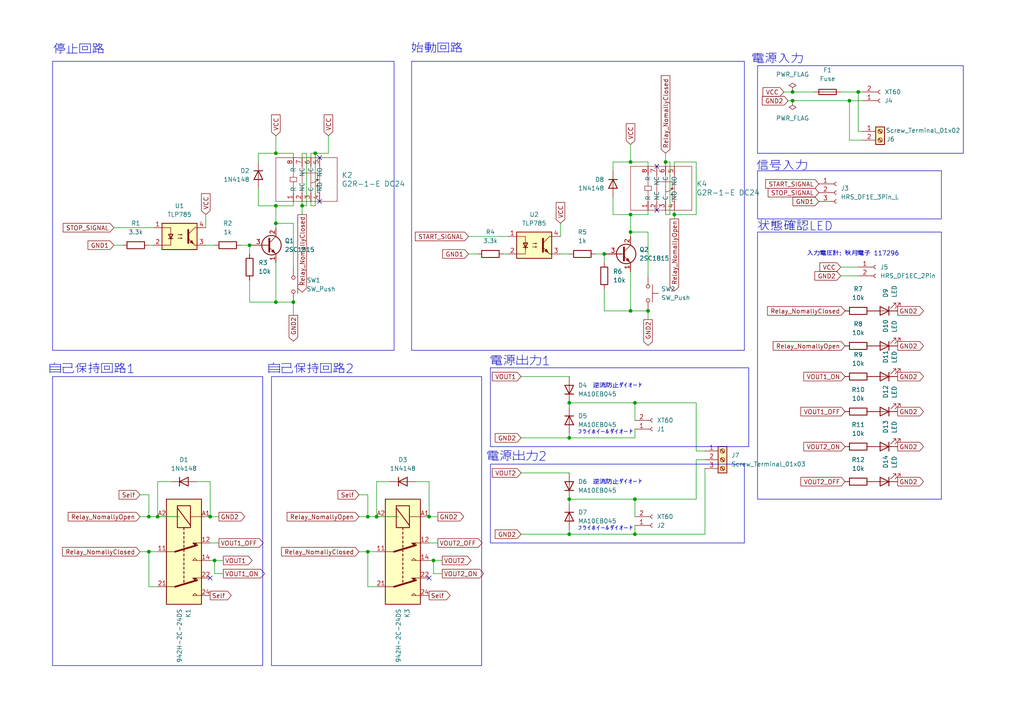
<source format=kicad_sch>
(kicad_sch
	(version 20231120)
	(generator "eeschema")
	(generator_version "8.0")
	(uuid "1a919931-773b-4d23-8949-bbd3d81d26e4")
	(paper "A4")
	(title_block
		(title "24V電源回路")
		(date "2024-06-25")
		(comment 1 "Ltspice: 電源回路案_24V.npn.asc")
	)
	(lib_symbols
		(symbol "Connector:Conn_01x02_Socket"
			(pin_names
				(offset 1.016) hide)
			(exclude_from_sim no)
			(in_bom yes)
			(on_board yes)
			(property "Reference" "J"
				(at 0 2.54 0)
				(effects
					(font
						(size 1.27 1.27)
					)
				)
			)
			(property "Value" "Conn_01x02_Socket"
				(at 0 -5.08 0)
				(effects
					(font
						(size 1.27 1.27)
					)
				)
			)
			(property "Footprint" ""
				(at 0 0 0)
				(effects
					(font
						(size 1.27 1.27)
					)
					(hide yes)
				)
			)
			(property "Datasheet" "~"
				(at 0 0 0)
				(effects
					(font
						(size 1.27 1.27)
					)
					(hide yes)
				)
			)
			(property "Description" "Generic connector, single row, 01x02, script generated"
				(at 0 0 0)
				(effects
					(font
						(size 1.27 1.27)
					)
					(hide yes)
				)
			)
			(property "ki_locked" ""
				(at 0 0 0)
				(effects
					(font
						(size 1.27 1.27)
					)
				)
			)
			(property "ki_keywords" "connector"
				(at 0 0 0)
				(effects
					(font
						(size 1.27 1.27)
					)
					(hide yes)
				)
			)
			(property "ki_fp_filters" "Connector*:*_1x??_*"
				(at 0 0 0)
				(effects
					(font
						(size 1.27 1.27)
					)
					(hide yes)
				)
			)
			(symbol "Conn_01x02_Socket_1_1"
				(arc
					(start 0 -2.032)
					(mid -0.5058 -2.54)
					(end 0 -3.048)
					(stroke
						(width 0.1524)
						(type default)
					)
					(fill
						(type none)
					)
				)
				(polyline
					(pts
						(xy -1.27 -2.54) (xy -0.508 -2.54)
					)
					(stroke
						(width 0.1524)
						(type default)
					)
					(fill
						(type none)
					)
				)
				(polyline
					(pts
						(xy -1.27 0) (xy -0.508 0)
					)
					(stroke
						(width 0.1524)
						(type default)
					)
					(fill
						(type none)
					)
				)
				(arc
					(start 0 0.508)
					(mid -0.5058 0)
					(end 0 -0.508)
					(stroke
						(width 0.1524)
						(type default)
					)
					(fill
						(type none)
					)
				)
				(pin passive line
					(at -5.08 0 0)
					(length 3.81)
					(name "Pin_1"
						(effects
							(font
								(size 1.27 1.27)
							)
						)
					)
					(number "1"
						(effects
							(font
								(size 1.27 1.27)
							)
						)
					)
				)
				(pin passive line
					(at -5.08 -2.54 0)
					(length 3.81)
					(name "Pin_2"
						(effects
							(font
								(size 1.27 1.27)
							)
						)
					)
					(number "2"
						(effects
							(font
								(size 1.27 1.27)
							)
						)
					)
				)
			)
		)
		(symbol "Connector:Conn_01x03_Socket"
			(pin_names
				(offset 1.016) hide)
			(exclude_from_sim no)
			(in_bom yes)
			(on_board yes)
			(property "Reference" "J"
				(at 0 5.08 0)
				(effects
					(font
						(size 1.27 1.27)
					)
				)
			)
			(property "Value" "Conn_01x03_Socket"
				(at 0 -5.08 0)
				(effects
					(font
						(size 1.27 1.27)
					)
				)
			)
			(property "Footprint" ""
				(at 0 0 0)
				(effects
					(font
						(size 1.27 1.27)
					)
					(hide yes)
				)
			)
			(property "Datasheet" "~"
				(at 0 0 0)
				(effects
					(font
						(size 1.27 1.27)
					)
					(hide yes)
				)
			)
			(property "Description" "Generic connector, single row, 01x03, script generated"
				(at 0 0 0)
				(effects
					(font
						(size 1.27 1.27)
					)
					(hide yes)
				)
			)
			(property "ki_locked" ""
				(at 0 0 0)
				(effects
					(font
						(size 1.27 1.27)
					)
				)
			)
			(property "ki_keywords" "connector"
				(at 0 0 0)
				(effects
					(font
						(size 1.27 1.27)
					)
					(hide yes)
				)
			)
			(property "ki_fp_filters" "Connector*:*_1x??_*"
				(at 0 0 0)
				(effects
					(font
						(size 1.27 1.27)
					)
					(hide yes)
				)
			)
			(symbol "Conn_01x03_Socket_1_1"
				(arc
					(start 0 -2.032)
					(mid -0.5058 -2.54)
					(end 0 -3.048)
					(stroke
						(width 0.1524)
						(type default)
					)
					(fill
						(type none)
					)
				)
				(polyline
					(pts
						(xy -1.27 -2.54) (xy -0.508 -2.54)
					)
					(stroke
						(width 0.1524)
						(type default)
					)
					(fill
						(type none)
					)
				)
				(polyline
					(pts
						(xy -1.27 0) (xy -0.508 0)
					)
					(stroke
						(width 0.1524)
						(type default)
					)
					(fill
						(type none)
					)
				)
				(polyline
					(pts
						(xy -1.27 2.54) (xy -0.508 2.54)
					)
					(stroke
						(width 0.1524)
						(type default)
					)
					(fill
						(type none)
					)
				)
				(arc
					(start 0 0.508)
					(mid -0.5058 0)
					(end 0 -0.508)
					(stroke
						(width 0.1524)
						(type default)
					)
					(fill
						(type none)
					)
				)
				(arc
					(start 0 3.048)
					(mid -0.5058 2.54)
					(end 0 2.032)
					(stroke
						(width 0.1524)
						(type default)
					)
					(fill
						(type none)
					)
				)
				(pin passive line
					(at -5.08 2.54 0)
					(length 3.81)
					(name "Pin_1"
						(effects
							(font
								(size 1.27 1.27)
							)
						)
					)
					(number "1"
						(effects
							(font
								(size 1.27 1.27)
							)
						)
					)
				)
				(pin passive line
					(at -5.08 0 0)
					(length 3.81)
					(name "Pin_2"
						(effects
							(font
								(size 1.27 1.27)
							)
						)
					)
					(number "2"
						(effects
							(font
								(size 1.27 1.27)
							)
						)
					)
				)
				(pin passive line
					(at -5.08 -2.54 0)
					(length 3.81)
					(name "Pin_3"
						(effects
							(font
								(size 1.27 1.27)
							)
						)
					)
					(number "3"
						(effects
							(font
								(size 1.27 1.27)
							)
						)
					)
				)
			)
		)
		(symbol "Connector:Screw_Terminal_01x02"
			(pin_names
				(offset 1.016) hide)
			(exclude_from_sim no)
			(in_bom yes)
			(on_board yes)
			(property "Reference" "J"
				(at 0 2.54 0)
				(effects
					(font
						(size 1.27 1.27)
					)
				)
			)
			(property "Value" "Screw_Terminal_01x02"
				(at 0 -5.08 0)
				(effects
					(font
						(size 1.27 1.27)
					)
				)
			)
			(property "Footprint" ""
				(at 0 0 0)
				(effects
					(font
						(size 1.27 1.27)
					)
					(hide yes)
				)
			)
			(property "Datasheet" "~"
				(at 0 0 0)
				(effects
					(font
						(size 1.27 1.27)
					)
					(hide yes)
				)
			)
			(property "Description" "Generic screw terminal, single row, 01x02, script generated (kicad-library-utils/schlib/autogen/connector/)"
				(at 0 0 0)
				(effects
					(font
						(size 1.27 1.27)
					)
					(hide yes)
				)
			)
			(property "ki_keywords" "screw terminal"
				(at 0 0 0)
				(effects
					(font
						(size 1.27 1.27)
					)
					(hide yes)
				)
			)
			(property "ki_fp_filters" "TerminalBlock*:*"
				(at 0 0 0)
				(effects
					(font
						(size 1.27 1.27)
					)
					(hide yes)
				)
			)
			(symbol "Screw_Terminal_01x02_1_1"
				(rectangle
					(start -1.27 1.27)
					(end 1.27 -3.81)
					(stroke
						(width 0.254)
						(type default)
					)
					(fill
						(type background)
					)
				)
				(circle
					(center 0 -2.54)
					(radius 0.635)
					(stroke
						(width 0.1524)
						(type default)
					)
					(fill
						(type none)
					)
				)
				(polyline
					(pts
						(xy -0.5334 -2.2098) (xy 0.3302 -3.048)
					)
					(stroke
						(width 0.1524)
						(type default)
					)
					(fill
						(type none)
					)
				)
				(polyline
					(pts
						(xy -0.5334 0.3302) (xy 0.3302 -0.508)
					)
					(stroke
						(width 0.1524)
						(type default)
					)
					(fill
						(type none)
					)
				)
				(polyline
					(pts
						(xy -0.3556 -2.032) (xy 0.508 -2.8702)
					)
					(stroke
						(width 0.1524)
						(type default)
					)
					(fill
						(type none)
					)
				)
				(polyline
					(pts
						(xy -0.3556 0.508) (xy 0.508 -0.3302)
					)
					(stroke
						(width 0.1524)
						(type default)
					)
					(fill
						(type none)
					)
				)
				(circle
					(center 0 0)
					(radius 0.635)
					(stroke
						(width 0.1524)
						(type default)
					)
					(fill
						(type none)
					)
				)
				(pin passive line
					(at -5.08 0 0)
					(length 3.81)
					(name "Pin_1"
						(effects
							(font
								(size 1.27 1.27)
							)
						)
					)
					(number "1"
						(effects
							(font
								(size 1.27 1.27)
							)
						)
					)
				)
				(pin passive line
					(at -5.08 -2.54 0)
					(length 3.81)
					(name "Pin_2"
						(effects
							(font
								(size 1.27 1.27)
							)
						)
					)
					(number "2"
						(effects
							(font
								(size 1.27 1.27)
							)
						)
					)
				)
			)
		)
		(symbol "Connector:Screw_Terminal_01x03"
			(pin_names
				(offset 1.016) hide)
			(exclude_from_sim no)
			(in_bom yes)
			(on_board yes)
			(property "Reference" "J"
				(at 0 5.08 0)
				(effects
					(font
						(size 1.27 1.27)
					)
				)
			)
			(property "Value" "Screw_Terminal_01x03"
				(at 0 -5.08 0)
				(effects
					(font
						(size 1.27 1.27)
					)
				)
			)
			(property "Footprint" ""
				(at 0 0 0)
				(effects
					(font
						(size 1.27 1.27)
					)
					(hide yes)
				)
			)
			(property "Datasheet" "~"
				(at 0 0 0)
				(effects
					(font
						(size 1.27 1.27)
					)
					(hide yes)
				)
			)
			(property "Description" "Generic screw terminal, single row, 01x03, script generated (kicad-library-utils/schlib/autogen/connector/)"
				(at 0 0 0)
				(effects
					(font
						(size 1.27 1.27)
					)
					(hide yes)
				)
			)
			(property "ki_keywords" "screw terminal"
				(at 0 0 0)
				(effects
					(font
						(size 1.27 1.27)
					)
					(hide yes)
				)
			)
			(property "ki_fp_filters" "TerminalBlock*:*"
				(at 0 0 0)
				(effects
					(font
						(size 1.27 1.27)
					)
					(hide yes)
				)
			)
			(symbol "Screw_Terminal_01x03_1_1"
				(rectangle
					(start -1.27 3.81)
					(end 1.27 -3.81)
					(stroke
						(width 0.254)
						(type default)
					)
					(fill
						(type background)
					)
				)
				(circle
					(center 0 -2.54)
					(radius 0.635)
					(stroke
						(width 0.1524)
						(type default)
					)
					(fill
						(type none)
					)
				)
				(polyline
					(pts
						(xy -0.5334 -2.2098) (xy 0.3302 -3.048)
					)
					(stroke
						(width 0.1524)
						(type default)
					)
					(fill
						(type none)
					)
				)
				(polyline
					(pts
						(xy -0.5334 0.3302) (xy 0.3302 -0.508)
					)
					(stroke
						(width 0.1524)
						(type default)
					)
					(fill
						(type none)
					)
				)
				(polyline
					(pts
						(xy -0.5334 2.8702) (xy 0.3302 2.032)
					)
					(stroke
						(width 0.1524)
						(type default)
					)
					(fill
						(type none)
					)
				)
				(polyline
					(pts
						(xy -0.3556 -2.032) (xy 0.508 -2.8702)
					)
					(stroke
						(width 0.1524)
						(type default)
					)
					(fill
						(type none)
					)
				)
				(polyline
					(pts
						(xy -0.3556 0.508) (xy 0.508 -0.3302)
					)
					(stroke
						(width 0.1524)
						(type default)
					)
					(fill
						(type none)
					)
				)
				(polyline
					(pts
						(xy -0.3556 3.048) (xy 0.508 2.2098)
					)
					(stroke
						(width 0.1524)
						(type default)
					)
					(fill
						(type none)
					)
				)
				(circle
					(center 0 0)
					(radius 0.635)
					(stroke
						(width 0.1524)
						(type default)
					)
					(fill
						(type none)
					)
				)
				(circle
					(center 0 2.54)
					(radius 0.635)
					(stroke
						(width 0.1524)
						(type default)
					)
					(fill
						(type none)
					)
				)
				(pin passive line
					(at -5.08 2.54 0)
					(length 3.81)
					(name "Pin_1"
						(effects
							(font
								(size 1.27 1.27)
							)
						)
					)
					(number "1"
						(effects
							(font
								(size 1.27 1.27)
							)
						)
					)
				)
				(pin passive line
					(at -5.08 0 0)
					(length 3.81)
					(name "Pin_2"
						(effects
							(font
								(size 1.27 1.27)
							)
						)
					)
					(number "2"
						(effects
							(font
								(size 1.27 1.27)
							)
						)
					)
				)
				(pin passive line
					(at -5.08 -2.54 0)
					(length 3.81)
					(name "Pin_3"
						(effects
							(font
								(size 1.27 1.27)
							)
						)
					)
					(number "3"
						(effects
							(font
								(size 1.27 1.27)
							)
						)
					)
				)
			)
		)
		(symbol "Device:D"
			(pin_numbers hide)
			(pin_names
				(offset 1.016) hide)
			(exclude_from_sim no)
			(in_bom yes)
			(on_board yes)
			(property "Reference" "D"
				(at 0 2.54 0)
				(effects
					(font
						(size 1.27 1.27)
					)
				)
			)
			(property "Value" "D"
				(at 0 -2.54 0)
				(effects
					(font
						(size 1.27 1.27)
					)
				)
			)
			(property "Footprint" ""
				(at 0 0 0)
				(effects
					(font
						(size 1.27 1.27)
					)
					(hide yes)
				)
			)
			(property "Datasheet" "~"
				(at 0 0 0)
				(effects
					(font
						(size 1.27 1.27)
					)
					(hide yes)
				)
			)
			(property "Description" "Diode"
				(at 0 0 0)
				(effects
					(font
						(size 1.27 1.27)
					)
					(hide yes)
				)
			)
			(property "Sim.Device" "D"
				(at 0 0 0)
				(effects
					(font
						(size 1.27 1.27)
					)
					(hide yes)
				)
			)
			(property "Sim.Pins" "1=K 2=A"
				(at 0 0 0)
				(effects
					(font
						(size 1.27 1.27)
					)
					(hide yes)
				)
			)
			(property "ki_keywords" "diode"
				(at 0 0 0)
				(effects
					(font
						(size 1.27 1.27)
					)
					(hide yes)
				)
			)
			(property "ki_fp_filters" "TO-???* *_Diode_* *SingleDiode* D_*"
				(at 0 0 0)
				(effects
					(font
						(size 1.27 1.27)
					)
					(hide yes)
				)
			)
			(symbol "D_0_1"
				(polyline
					(pts
						(xy -1.27 1.27) (xy -1.27 -1.27)
					)
					(stroke
						(width 0.254)
						(type default)
					)
					(fill
						(type none)
					)
				)
				(polyline
					(pts
						(xy 1.27 0) (xy -1.27 0)
					)
					(stroke
						(width 0)
						(type default)
					)
					(fill
						(type none)
					)
				)
				(polyline
					(pts
						(xy 1.27 1.27) (xy 1.27 -1.27) (xy -1.27 0) (xy 1.27 1.27)
					)
					(stroke
						(width 0.254)
						(type default)
					)
					(fill
						(type none)
					)
				)
			)
			(symbol "D_1_1"
				(pin passive line
					(at -3.81 0 0)
					(length 2.54)
					(name "K"
						(effects
							(font
								(size 1.27 1.27)
							)
						)
					)
					(number "1"
						(effects
							(font
								(size 1.27 1.27)
							)
						)
					)
				)
				(pin passive line
					(at 3.81 0 180)
					(length 2.54)
					(name "A"
						(effects
							(font
								(size 1.27 1.27)
							)
						)
					)
					(number "2"
						(effects
							(font
								(size 1.27 1.27)
							)
						)
					)
				)
			)
		)
		(symbol "Device:Fuse"
			(pin_numbers hide)
			(pin_names
				(offset 0)
			)
			(exclude_from_sim no)
			(in_bom yes)
			(on_board yes)
			(property "Reference" "F"
				(at 2.032 0 90)
				(effects
					(font
						(size 1.27 1.27)
					)
				)
			)
			(property "Value" "Fuse"
				(at -1.905 0 90)
				(effects
					(font
						(size 1.27 1.27)
					)
				)
			)
			(property "Footprint" ""
				(at -1.778 0 90)
				(effects
					(font
						(size 1.27 1.27)
					)
					(hide yes)
				)
			)
			(property "Datasheet" "~"
				(at 0 0 0)
				(effects
					(font
						(size 1.27 1.27)
					)
					(hide yes)
				)
			)
			(property "Description" "Fuse"
				(at 0 0 0)
				(effects
					(font
						(size 1.27 1.27)
					)
					(hide yes)
				)
			)
			(property "ki_keywords" "fuse"
				(at 0 0 0)
				(effects
					(font
						(size 1.27 1.27)
					)
					(hide yes)
				)
			)
			(property "ki_fp_filters" "*Fuse*"
				(at 0 0 0)
				(effects
					(font
						(size 1.27 1.27)
					)
					(hide yes)
				)
			)
			(symbol "Fuse_0_1"
				(rectangle
					(start -0.762 -2.54)
					(end 0.762 2.54)
					(stroke
						(width 0.254)
						(type default)
					)
					(fill
						(type none)
					)
				)
				(polyline
					(pts
						(xy 0 2.54) (xy 0 -2.54)
					)
					(stroke
						(width 0)
						(type default)
					)
					(fill
						(type none)
					)
				)
			)
			(symbol "Fuse_1_1"
				(pin passive line
					(at 0 3.81 270)
					(length 1.27)
					(name "~"
						(effects
							(font
								(size 1.27 1.27)
							)
						)
					)
					(number "1"
						(effects
							(font
								(size 1.27 1.27)
							)
						)
					)
				)
				(pin passive line
					(at 0 -3.81 90)
					(length 1.27)
					(name "~"
						(effects
							(font
								(size 1.27 1.27)
							)
						)
					)
					(number "2"
						(effects
							(font
								(size 1.27 1.27)
							)
						)
					)
				)
			)
		)
		(symbol "Device:LED"
			(pin_numbers hide)
			(pin_names
				(offset 1.016) hide)
			(exclude_from_sim no)
			(in_bom yes)
			(on_board yes)
			(property "Reference" "D"
				(at 0 2.54 0)
				(effects
					(font
						(size 1.27 1.27)
					)
				)
			)
			(property "Value" "LED"
				(at 0 -2.54 0)
				(effects
					(font
						(size 1.27 1.27)
					)
				)
			)
			(property "Footprint" ""
				(at 0 0 0)
				(effects
					(font
						(size 1.27 1.27)
					)
					(hide yes)
				)
			)
			(property "Datasheet" "~"
				(at 0 0 0)
				(effects
					(font
						(size 1.27 1.27)
					)
					(hide yes)
				)
			)
			(property "Description" "Light emitting diode"
				(at 0 0 0)
				(effects
					(font
						(size 1.27 1.27)
					)
					(hide yes)
				)
			)
			(property "ki_keywords" "LED diode"
				(at 0 0 0)
				(effects
					(font
						(size 1.27 1.27)
					)
					(hide yes)
				)
			)
			(property "ki_fp_filters" "LED* LED_SMD:* LED_THT:*"
				(at 0 0 0)
				(effects
					(font
						(size 1.27 1.27)
					)
					(hide yes)
				)
			)
			(symbol "LED_0_1"
				(polyline
					(pts
						(xy -1.27 -1.27) (xy -1.27 1.27)
					)
					(stroke
						(width 0.254)
						(type default)
					)
					(fill
						(type none)
					)
				)
				(polyline
					(pts
						(xy -1.27 0) (xy 1.27 0)
					)
					(stroke
						(width 0)
						(type default)
					)
					(fill
						(type none)
					)
				)
				(polyline
					(pts
						(xy 1.27 -1.27) (xy 1.27 1.27) (xy -1.27 0) (xy 1.27 -1.27)
					)
					(stroke
						(width 0.254)
						(type default)
					)
					(fill
						(type none)
					)
				)
				(polyline
					(pts
						(xy -3.048 -0.762) (xy -4.572 -2.286) (xy -3.81 -2.286) (xy -4.572 -2.286) (xy -4.572 -1.524)
					)
					(stroke
						(width 0)
						(type default)
					)
					(fill
						(type none)
					)
				)
				(polyline
					(pts
						(xy -1.778 -0.762) (xy -3.302 -2.286) (xy -2.54 -2.286) (xy -3.302 -2.286) (xy -3.302 -1.524)
					)
					(stroke
						(width 0)
						(type default)
					)
					(fill
						(type none)
					)
				)
			)
			(symbol "LED_1_1"
				(pin passive line
					(at -3.81 0 0)
					(length 2.54)
					(name "K"
						(effects
							(font
								(size 1.27 1.27)
							)
						)
					)
					(number "1"
						(effects
							(font
								(size 1.27 1.27)
							)
						)
					)
				)
				(pin passive line
					(at 3.81 0 180)
					(length 2.54)
					(name "A"
						(effects
							(font
								(size 1.27 1.27)
							)
						)
					)
					(number "2"
						(effects
							(font
								(size 1.27 1.27)
							)
						)
					)
				)
			)
		)
		(symbol "Device:R"
			(pin_numbers hide)
			(pin_names
				(offset 0)
			)
			(exclude_from_sim no)
			(in_bom yes)
			(on_board yes)
			(property "Reference" "R"
				(at 2.032 0 90)
				(effects
					(font
						(size 1.27 1.27)
					)
				)
			)
			(property "Value" "R"
				(at 0 0 90)
				(effects
					(font
						(size 1.27 1.27)
					)
				)
			)
			(property "Footprint" ""
				(at -1.778 0 90)
				(effects
					(font
						(size 1.27 1.27)
					)
					(hide yes)
				)
			)
			(property "Datasheet" "~"
				(at 0 0 0)
				(effects
					(font
						(size 1.27 1.27)
					)
					(hide yes)
				)
			)
			(property "Description" "Resistor"
				(at 0 0 0)
				(effects
					(font
						(size 1.27 1.27)
					)
					(hide yes)
				)
			)
			(property "ki_keywords" "R res resistor"
				(at 0 0 0)
				(effects
					(font
						(size 1.27 1.27)
					)
					(hide yes)
				)
			)
			(property "ki_fp_filters" "R_*"
				(at 0 0 0)
				(effects
					(font
						(size 1.27 1.27)
					)
					(hide yes)
				)
			)
			(symbol "R_0_1"
				(rectangle
					(start -1.016 -2.54)
					(end 1.016 2.54)
					(stroke
						(width 0.254)
						(type default)
					)
					(fill
						(type none)
					)
				)
			)
			(symbol "R_1_1"
				(pin passive line
					(at 0 3.81 270)
					(length 1.27)
					(name "~"
						(effects
							(font
								(size 1.27 1.27)
							)
						)
					)
					(number "1"
						(effects
							(font
								(size 1.27 1.27)
							)
						)
					)
				)
				(pin passive line
					(at 0 -3.81 90)
					(length 1.27)
					(name "~"
						(effects
							(font
								(size 1.27 1.27)
							)
						)
					)
					(number "2"
						(effects
							(font
								(size 1.27 1.27)
							)
						)
					)
				)
			)
		)
		(symbol "G2R-1-E-DC24:G2R-1-E_DC24"
			(pin_names
				(offset 0.254)
			)
			(exclude_from_sim no)
			(in_bom yes)
			(on_board yes)
			(property "Reference" "K"
				(at 13.6525 9.8425 0)
				(effects
					(font
						(size 1.524 1.524)
					)
				)
			)
			(property "Value" "G2R-1-E DC24"
				(at 20.32 7.62 0)
				(effects
					(font
						(size 1.524 1.524)
					)
				)
			)
			(property "Footprint" "RELAY_G2R-1-E AC12_OMR"
				(at 7.62 2.794 0)
				(do_not_autoplace)
				(effects
					(font
						(size 1.27 1.27)
						(italic yes)
					)
					(hide yes)
				)
			)
			(property "Datasheet" "G2R-1-E DC24"
				(at 2.032 5.08 0)
				(do_not_autoplace)
				(effects
					(font
						(size 1.27 1.27)
						(italic yes)
					)
					(hide yes)
				)
			)
			(property "Description" ""
				(at 0 0 0)
				(effects
					(font
						(size 1.27 1.27)
					)
					(hide yes)
				)
			)
			(property "ki_locked" ""
				(at 0 0 0)
				(effects
					(font
						(size 1.27 1.27)
					)
				)
			)
			(property "ki_keywords" "G2R-1-E DC24"
				(at 0 0 0)
				(effects
					(font
						(size 1.27 1.27)
					)
					(hide yes)
				)
			)
			(property "ki_fp_filters" "RELAY_G2R-1-E AC12_OMR"
				(at 0 0 0)
				(effects
					(font
						(size 1.27 1.27)
					)
					(hide yes)
				)
			)
			(symbol "G2R-1-E_DC24_0_1"
				(polyline
					(pts
						(xy 7.62 -12.7) (xy 20.32 -12.7)
					)
					(stroke
						(width 0.127)
						(type default)
					)
					(fill
						(type none)
					)
				)
				(polyline
					(pts
						(xy 7.62 -7.62) (xy 20.32 -7.62)
					)
					(stroke
						(width 0.127)
						(type default)
					)
					(fill
						(type none)
					)
				)
				(polyline
					(pts
						(xy 7.62 -5.08) (xy 20.32 -5.08)
					)
					(stroke
						(width 0.127)
						(type default)
					)
					(fill
						(type none)
					)
				)
				(polyline
					(pts
						(xy 7.62 -2.54) (xy 20.32 -2.54)
					)
					(stroke
						(width 0.127)
						(type default)
					)
					(fill
						(type none)
					)
				)
				(polyline
					(pts
						(xy 7.62 0) (xy 13.335 0)
					)
					(stroke
						(width 0.127)
						(type default)
					)
					(fill
						(type none)
					)
				)
				(polyline
					(pts
						(xy 7.62 5.08) (xy 7.62 -12.7)
					)
					(stroke
						(width 0.127)
						(type default)
					)
					(fill
						(type none)
					)
				)
				(polyline
					(pts
						(xy 10.16 -7.62) (xy 10.16 -6.985)
					)
					(stroke
						(width 0.127)
						(type default)
					)
					(fill
						(type none)
					)
				)
				(polyline
					(pts
						(xy 10.16 -6.985) (xy 12.065 -6.985)
					)
					(stroke
						(width 0.127)
						(type default)
					)
					(fill
						(type none)
					)
				)
				(polyline
					(pts
						(xy 12.065 -7.3025) (xy 12.3825 -6.985)
					)
					(stroke
						(width 0.127)
						(type default)
					)
					(fill
						(type none)
					)
				)
				(polyline
					(pts
						(xy 12.065 -6.6675) (xy 12.065 -7.3025)
					)
					(stroke
						(width 0.127)
						(type default)
					)
					(fill
						(type none)
					)
				)
				(polyline
					(pts
						(xy 12.3825 -6.985) (xy 12.065 -6.6675)
					)
					(stroke
						(width 0.127)
						(type default)
					)
					(fill
						(type none)
					)
				)
				(polyline
					(pts
						(xy 13.0175 -5.715) (xy 13.6525 -6.985)
					)
					(stroke
						(width 0.127)
						(type default)
					)
					(fill
						(type none)
					)
				)
				(polyline
					(pts
						(xy 13.0175 -5.08) (xy 13.0175 -5.715)
					)
					(stroke
						(width 0.127)
						(type default)
					)
					(fill
						(type none)
					)
				)
				(polyline
					(pts
						(xy 13.335 -0.9525) (xy 13.335 0)
					)
					(stroke
						(width 0.127)
						(type default)
					)
					(fill
						(type none)
					)
				)
				(polyline
					(pts
						(xy 13.335 0) (xy 13.335 0.9525)
					)
					(stroke
						(width 0.127)
						(type default)
					)
					(fill
						(type none)
					)
				)
				(polyline
					(pts
						(xy 13.335 0.9525) (xy 14.605 0.9525)
					)
					(stroke
						(width 0.127)
						(type default)
					)
					(fill
						(type none)
					)
				)
				(polyline
					(pts
						(xy 13.6525 -6.985) (xy 13.97 -7.3025)
					)
					(stroke
						(width 0.127)
						(type default)
					)
					(fill
						(type none)
					)
				)
				(polyline
					(pts
						(xy 13.6525 -6.985) (xy 13.97 -6.6675)
					)
					(stroke
						(width 0.127)
						(type default)
					)
					(fill
						(type none)
					)
				)
				(polyline
					(pts
						(xy 13.97 -7.3025) (xy 13.97 -6.6675)
					)
					(stroke
						(width 0.127)
						(type default)
					)
					(fill
						(type none)
					)
				)
				(polyline
					(pts
						(xy 13.97 -6.985) (xy 15.875 -6.985)
					)
					(stroke
						(width 0.127)
						(type default)
					)
					(fill
						(type none)
					)
				)
				(polyline
					(pts
						(xy 14.605 -0.9525) (xy 13.335 -0.9525)
					)
					(stroke
						(width 0.127)
						(type default)
					)
					(fill
						(type none)
					)
				)
				(polyline
					(pts
						(xy 14.605 0) (xy 20.32 0)
					)
					(stroke
						(width 0.127)
						(type default)
					)
					(fill
						(type none)
					)
				)
				(polyline
					(pts
						(xy 14.605 0.9525) (xy 14.605 -0.9525)
					)
					(stroke
						(width 0.127)
						(type default)
					)
					(fill
						(type none)
					)
				)
				(polyline
					(pts
						(xy 15.875 -6.985) (xy 15.875 -2.54)
					)
					(stroke
						(width 0.127)
						(type default)
					)
					(fill
						(type none)
					)
				)
				(polyline
					(pts
						(xy 20.32 -12.7) (xy 20.32 5.08)
					)
					(stroke
						(width 0.127)
						(type default)
					)
					(fill
						(type none)
					)
				)
				(polyline
					(pts
						(xy 20.32 5.08) (xy 7.62 5.08)
					)
					(stroke
						(width 0.127)
						(type default)
					)
					(fill
						(type none)
					)
				)
				(polyline
					(pts
						(xy 12.065 -6.6675) (xy 12.3825 -6.985) (xy 12.065 -7.3025)
					)
					(stroke
						(width 0)
						(type default)
					)
					(fill
						(type outline)
					)
				)
				(polyline
					(pts
						(xy 13.6525 -6.985) (xy 13.97 -6.6675) (xy 13.97 -7.3025)
					)
					(stroke
						(width 0)
						(type default)
					)
					(fill
						(type outline)
					)
				)
			)
			(symbol "G2R-1-E_DC24_1_1"
				(pin unspecified line
					(at 7.62 0 0)
					(length 2.54)
					(name "R"
						(effects
							(font
								(size 1.27 1.27)
							)
						)
					)
					(number "1"
						(effects
							(font
								(size 1.27 1.27)
							)
						)
					)
				)
				(pin unspecified line
					(at 7.62 -2.54 0)
					(length 2.54)
					(name "NC"
						(effects
							(font
								(size 1.27 1.27)
							)
						)
					)
					(number "2"
						(effects
							(font
								(size 1.27 1.27)
							)
						)
					)
				)
				(pin unspecified line
					(at 7.62 -5.08 0)
					(length 2.54)
					(name "C"
						(effects
							(font
								(size 1.27 1.27)
							)
						)
					)
					(number "3"
						(effects
							(font
								(size 1.27 1.27)
							)
						)
					)
				)
				(pin unspecified line
					(at 7.62 -7.62 0)
					(length 2.54)
					(name "NO"
						(effects
							(font
								(size 1.27 1.27)
							)
						)
					)
					(number "4"
						(effects
							(font
								(size 1.27 1.27)
							)
						)
					)
				)
				(pin unspecified line
					(at 20.32 -7.62 180)
					(length 2.54)
					(name "NO"
						(effects
							(font
								(size 1.27 1.27)
							)
						)
					)
					(number "5"
						(effects
							(font
								(size 1.27 1.27)
							)
						)
					)
				)
				(pin unspecified line
					(at 20.32 -5.08 180)
					(length 2.54)
					(name "C"
						(effects
							(font
								(size 1.27 1.27)
							)
						)
					)
					(number "6"
						(effects
							(font
								(size 1.27 1.27)
							)
						)
					)
				)
				(pin unspecified line
					(at 20.32 -2.54 180)
					(length 2.54)
					(name "NC"
						(effects
							(font
								(size 1.27 1.27)
							)
						)
					)
					(number "7"
						(effects
							(font
								(size 1.27 1.27)
							)
						)
					)
				)
				(pin unspecified line
					(at 20.32 0 180)
					(length 2.54)
					(name "R"
						(effects
							(font
								(size 1.27 1.27)
							)
						)
					)
					(number "8"
						(effects
							(font
								(size 1.27 1.27)
							)
						)
					)
				)
			)
		)
		(symbol "Isolator:TLP785"
			(pin_names
				(offset 1.016)
			)
			(exclude_from_sim no)
			(in_bom yes)
			(on_board yes)
			(property "Reference" "U"
				(at -5.08 5.08 0)
				(effects
					(font
						(size 1.27 1.27)
					)
					(justify left)
				)
			)
			(property "Value" "TLP785"
				(at 0 5.08 0)
				(effects
					(font
						(size 1.27 1.27)
					)
					(justify left)
				)
			)
			(property "Footprint" "Package_DIP:DIP-4_W7.62mm"
				(at -5.08 -5.08 0)
				(effects
					(font
						(size 1.27 1.27)
						(italic yes)
					)
					(justify left)
					(hide yes)
				)
			)
			(property "Datasheet" "https://toshiba.semicon-storage.com/info/docget.jsp?did=10569&prodName=TLP785"
				(at 0 0 0)
				(effects
					(font
						(size 1.27 1.27)
					)
					(justify left)
					(hide yes)
				)
			)
			(property "Description" "DC Optocoupler, Vce 80V, CTR 50-200%, DIP4"
				(at 0 0 0)
				(effects
					(font
						(size 1.27 1.27)
					)
					(hide yes)
				)
			)
			(property "ki_keywords" "NPN DC Optocoupler"
				(at 0 0 0)
				(effects
					(font
						(size 1.27 1.27)
					)
					(hide yes)
				)
			)
			(property "ki_fp_filters" "DIP*W7.62mm*"
				(at 0 0 0)
				(effects
					(font
						(size 1.27 1.27)
					)
					(hide yes)
				)
			)
			(symbol "TLP785_0_1"
				(rectangle
					(start -5.08 3.81)
					(end 5.08 -3.81)
					(stroke
						(width 0.254)
						(type default)
					)
					(fill
						(type background)
					)
				)
				(polyline
					(pts
						(xy -3.175 -0.635) (xy -1.905 -0.635)
					)
					(stroke
						(width 0.254)
						(type default)
					)
					(fill
						(type none)
					)
				)
				(polyline
					(pts
						(xy 2.54 0.635) (xy 4.445 2.54)
					)
					(stroke
						(width 0)
						(type default)
					)
					(fill
						(type none)
					)
				)
				(polyline
					(pts
						(xy 4.445 -2.54) (xy 2.54 -0.635)
					)
					(stroke
						(width 0)
						(type default)
					)
					(fill
						(type outline)
					)
				)
				(polyline
					(pts
						(xy 4.445 -2.54) (xy 5.08 -2.54)
					)
					(stroke
						(width 0)
						(type default)
					)
					(fill
						(type none)
					)
				)
				(polyline
					(pts
						(xy 4.445 2.54) (xy 5.08 2.54)
					)
					(stroke
						(width 0)
						(type default)
					)
					(fill
						(type none)
					)
				)
				(polyline
					(pts
						(xy -2.54 -0.635) (xy -2.54 -2.54) (xy -5.08 -2.54)
					)
					(stroke
						(width 0)
						(type default)
					)
					(fill
						(type none)
					)
				)
				(polyline
					(pts
						(xy 2.54 1.905) (xy 2.54 -1.905) (xy 2.54 -1.905)
					)
					(stroke
						(width 0.508)
						(type default)
					)
					(fill
						(type none)
					)
				)
				(polyline
					(pts
						(xy -5.08 2.54) (xy -2.54 2.54) (xy -2.54 -1.27) (xy -2.54 0.635)
					)
					(stroke
						(width 0)
						(type default)
					)
					(fill
						(type none)
					)
				)
				(polyline
					(pts
						(xy -2.54 -0.635) (xy -3.175 0.635) (xy -1.905 0.635) (xy -2.54 -0.635)
					)
					(stroke
						(width 0.254)
						(type default)
					)
					(fill
						(type none)
					)
				)
				(polyline
					(pts
						(xy -0.508 -0.508) (xy 0.762 -0.508) (xy 0.381 -0.635) (xy 0.381 -0.381) (xy 0.762 -0.508)
					)
					(stroke
						(width 0)
						(type default)
					)
					(fill
						(type none)
					)
				)
				(polyline
					(pts
						(xy -0.508 0.508) (xy 0.762 0.508) (xy 0.381 0.381) (xy 0.381 0.635) (xy 0.762 0.508)
					)
					(stroke
						(width 0)
						(type default)
					)
					(fill
						(type none)
					)
				)
				(polyline
					(pts
						(xy 3.048 -1.651) (xy 3.556 -1.143) (xy 4.064 -2.159) (xy 3.048 -1.651) (xy 3.048 -1.651)
					)
					(stroke
						(width 0)
						(type default)
					)
					(fill
						(type outline)
					)
				)
			)
			(symbol "TLP785_1_1"
				(pin passive line
					(at -7.62 2.54 0)
					(length 2.54)
					(name "~"
						(effects
							(font
								(size 1.27 1.27)
							)
						)
					)
					(number "1"
						(effects
							(font
								(size 1.27 1.27)
							)
						)
					)
				)
				(pin passive line
					(at -7.62 -2.54 0)
					(length 2.54)
					(name "~"
						(effects
							(font
								(size 1.27 1.27)
							)
						)
					)
					(number "2"
						(effects
							(font
								(size 1.27 1.27)
							)
						)
					)
				)
				(pin passive line
					(at 7.62 -2.54 180)
					(length 2.54)
					(name "~"
						(effects
							(font
								(size 1.27 1.27)
							)
						)
					)
					(number "3"
						(effects
							(font
								(size 1.27 1.27)
							)
						)
					)
				)
				(pin passive line
					(at 7.62 2.54 180)
					(length 2.54)
					(name "~"
						(effects
							(font
								(size 1.27 1.27)
							)
						)
					)
					(number "4"
						(effects
							(font
								(size 1.27 1.27)
							)
						)
					)
				)
			)
		)
		(symbol "Relay:G2RL-2"
			(exclude_from_sim no)
			(in_bom yes)
			(on_board yes)
			(property "Reference" "K"
				(at 16.51 3.81 0)
				(effects
					(font
						(size 1.27 1.27)
					)
					(justify left)
				)
			)
			(property "Value" "G2RL-2"
				(at 16.51 1.27 0)
				(effects
					(font
						(size 1.27 1.27)
					)
					(justify left)
				)
			)
			(property "Footprint" "Relay_THT:Relay_DPDT_Omron_G2RL-2"
				(at 16.51 -1.27 0)
				(effects
					(font
						(size 1.27 1.27)
					)
					(justify left)
					(hide yes)
				)
			)
			(property "Datasheet" "https://omronfs.omron.com/en_US/ecb/products/pdf/en-g2rl.pdf"
				(at 0 0 0)
				(effects
					(font
						(size 1.27 1.27)
					)
					(hide yes)
				)
			)
			(property "Description" "General Purpose Low Profile Relay DPDT Through Hole, Omron G2RL series, 8A 250VAC"
				(at 0 0 0)
				(effects
					(font
						(size 1.27 1.27)
					)
					(hide yes)
				)
			)
			(property "ki_keywords" "Dual Pole Relay Omron DPDT"
				(at 0 0 0)
				(effects
					(font
						(size 1.27 1.27)
					)
					(hide yes)
				)
			)
			(property "ki_fp_filters" "Relay?DPDT?Omron?G2RL*"
				(at 0 0 0)
				(effects
					(font
						(size 1.27 1.27)
					)
					(hide yes)
				)
			)
			(symbol "G2RL-2_0_1"
				(rectangle
					(start -15.24 5.08)
					(end 15.24 -5.08)
					(stroke
						(width 0.254)
						(type default)
					)
					(fill
						(type background)
					)
				)
				(rectangle
					(start -13.335 1.905)
					(end -6.985 -1.905)
					(stroke
						(width 0.254)
						(type default)
					)
					(fill
						(type none)
					)
				)
				(polyline
					(pts
						(xy -12.7 -1.905) (xy -7.62 1.905)
					)
					(stroke
						(width 0.254)
						(type default)
					)
					(fill
						(type none)
					)
				)
				(polyline
					(pts
						(xy -10.16 -5.08) (xy -10.16 -1.905)
					)
					(stroke
						(width 0)
						(type default)
					)
					(fill
						(type none)
					)
				)
				(polyline
					(pts
						(xy -10.16 5.08) (xy -10.16 1.905)
					)
					(stroke
						(width 0)
						(type default)
					)
					(fill
						(type none)
					)
				)
				(polyline
					(pts
						(xy -6.985 0) (xy -6.35 0)
					)
					(stroke
						(width 0.254)
						(type default)
					)
					(fill
						(type none)
					)
				)
				(polyline
					(pts
						(xy -5.715 0) (xy -5.08 0)
					)
					(stroke
						(width 0.254)
						(type default)
					)
					(fill
						(type none)
					)
				)
				(polyline
					(pts
						(xy -4.445 0) (xy -3.81 0)
					)
					(stroke
						(width 0.254)
						(type default)
					)
					(fill
						(type none)
					)
				)
				(polyline
					(pts
						(xy -3.175 0) (xy -2.54 0)
					)
					(stroke
						(width 0.254)
						(type default)
					)
					(fill
						(type none)
					)
				)
				(polyline
					(pts
						(xy -1.905 0) (xy -1.27 0)
					)
					(stroke
						(width 0.254)
						(type default)
					)
					(fill
						(type none)
					)
				)
				(polyline
					(pts
						(xy -0.635 0) (xy 0 0)
					)
					(stroke
						(width 0.254)
						(type default)
					)
					(fill
						(type none)
					)
				)
				(polyline
					(pts
						(xy 0 -2.54) (xy -1.905 3.81)
					)
					(stroke
						(width 0.508)
						(type default)
					)
					(fill
						(type none)
					)
				)
				(polyline
					(pts
						(xy 0 -2.54) (xy 0 -5.08)
					)
					(stroke
						(width 0)
						(type default)
					)
					(fill
						(type none)
					)
				)
				(polyline
					(pts
						(xy 0.635 0) (xy 1.27 0)
					)
					(stroke
						(width 0.254)
						(type default)
					)
					(fill
						(type none)
					)
				)
				(polyline
					(pts
						(xy 1.905 0) (xy 2.54 0)
					)
					(stroke
						(width 0.254)
						(type default)
					)
					(fill
						(type none)
					)
				)
				(polyline
					(pts
						(xy 3.175 0) (xy 3.81 0)
					)
					(stroke
						(width 0.254)
						(type default)
					)
					(fill
						(type none)
					)
				)
				(polyline
					(pts
						(xy 4.445 0) (xy 5.08 0)
					)
					(stroke
						(width 0.254)
						(type default)
					)
					(fill
						(type none)
					)
				)
				(polyline
					(pts
						(xy 5.715 0) (xy 6.35 0)
					)
					(stroke
						(width 0.254)
						(type default)
					)
					(fill
						(type none)
					)
				)
				(polyline
					(pts
						(xy 6.985 0) (xy 7.62 0)
					)
					(stroke
						(width 0.254)
						(type default)
					)
					(fill
						(type none)
					)
				)
				(polyline
					(pts
						(xy 8.255 0) (xy 8.89 0)
					)
					(stroke
						(width 0.254)
						(type default)
					)
					(fill
						(type none)
					)
				)
				(polyline
					(pts
						(xy 10.16 -2.54) (xy 8.255 3.81)
					)
					(stroke
						(width 0.508)
						(type default)
					)
					(fill
						(type none)
					)
				)
				(polyline
					(pts
						(xy 10.16 -2.54) (xy 10.16 -5.08)
					)
					(stroke
						(width 0)
						(type default)
					)
					(fill
						(type none)
					)
				)
				(polyline
					(pts
						(xy -2.54 5.08) (xy -2.54 2.54) (xy -1.905 3.175) (xy -2.54 3.81)
					)
					(stroke
						(width 0)
						(type default)
					)
					(fill
						(type outline)
					)
				)
				(polyline
					(pts
						(xy 2.54 5.08) (xy 2.54 2.54) (xy 1.905 3.175) (xy 2.54 3.81)
					)
					(stroke
						(width 0)
						(type default)
					)
					(fill
						(type none)
					)
				)
				(polyline
					(pts
						(xy 7.62 5.08) (xy 7.62 2.54) (xy 8.255 3.175) (xy 7.62 3.81)
					)
					(stroke
						(width 0)
						(type default)
					)
					(fill
						(type outline)
					)
				)
				(polyline
					(pts
						(xy 12.7 5.08) (xy 12.7 2.54) (xy 12.065 3.175) (xy 12.7 3.81)
					)
					(stroke
						(width 0)
						(type default)
					)
					(fill
						(type none)
					)
				)
			)
			(symbol "G2RL-2_1_1"
				(pin passive line
					(at 0 -7.62 90)
					(length 2.54)
					(name "~"
						(effects
							(font
								(size 1.27 1.27)
							)
						)
					)
					(number "11"
						(effects
							(font
								(size 1.27 1.27)
							)
						)
					)
				)
				(pin passive line
					(at -2.54 7.62 270)
					(length 2.54)
					(name "~"
						(effects
							(font
								(size 1.27 1.27)
							)
						)
					)
					(number "12"
						(effects
							(font
								(size 1.27 1.27)
							)
						)
					)
				)
				(pin passive line
					(at 2.54 7.62 270)
					(length 2.54)
					(name "~"
						(effects
							(font
								(size 1.27 1.27)
							)
						)
					)
					(number "14"
						(effects
							(font
								(size 1.27 1.27)
							)
						)
					)
				)
				(pin passive line
					(at 10.16 -7.62 90)
					(length 2.54)
					(name "~"
						(effects
							(font
								(size 1.27 1.27)
							)
						)
					)
					(number "21"
						(effects
							(font
								(size 1.27 1.27)
							)
						)
					)
				)
				(pin passive line
					(at 7.62 7.62 270)
					(length 2.54)
					(name "~"
						(effects
							(font
								(size 1.27 1.27)
							)
						)
					)
					(number "22"
						(effects
							(font
								(size 1.27 1.27)
							)
						)
					)
				)
				(pin passive line
					(at 12.7 7.62 270)
					(length 2.54)
					(name "~"
						(effects
							(font
								(size 1.27 1.27)
							)
						)
					)
					(number "24"
						(effects
							(font
								(size 1.27 1.27)
							)
						)
					)
				)
				(pin passive line
					(at -10.16 7.62 270)
					(length 2.54)
					(name "~"
						(effects
							(font
								(size 1.27 1.27)
							)
						)
					)
					(number "A1"
						(effects
							(font
								(size 1.27 1.27)
							)
						)
					)
				)
				(pin passive line
					(at -10.16 -7.62 90)
					(length 2.54)
					(name "~"
						(effects
							(font
								(size 1.27 1.27)
							)
						)
					)
					(number "A2"
						(effects
							(font
								(size 1.27 1.27)
							)
						)
					)
				)
			)
		)
		(symbol "Switch:SW_Push"
			(pin_numbers hide)
			(pin_names
				(offset 1.016) hide)
			(exclude_from_sim no)
			(in_bom yes)
			(on_board yes)
			(property "Reference" "SW"
				(at 1.27 2.54 0)
				(effects
					(font
						(size 1.27 1.27)
					)
					(justify left)
				)
			)
			(property "Value" "SW_Push"
				(at 0 -1.524 0)
				(effects
					(font
						(size 1.27 1.27)
					)
				)
			)
			(property "Footprint" ""
				(at 0 5.08 0)
				(effects
					(font
						(size 1.27 1.27)
					)
					(hide yes)
				)
			)
			(property "Datasheet" "~"
				(at 0 5.08 0)
				(effects
					(font
						(size 1.27 1.27)
					)
					(hide yes)
				)
			)
			(property "Description" "Push button switch, generic, two pins"
				(at 0 0 0)
				(effects
					(font
						(size 1.27 1.27)
					)
					(hide yes)
				)
			)
			(property "ki_keywords" "switch normally-open pushbutton push-button"
				(at 0 0 0)
				(effects
					(font
						(size 1.27 1.27)
					)
					(hide yes)
				)
			)
			(symbol "SW_Push_0_1"
				(circle
					(center -2.032 0)
					(radius 0.508)
					(stroke
						(width 0)
						(type default)
					)
					(fill
						(type none)
					)
				)
				(polyline
					(pts
						(xy 0 1.27) (xy 0 3.048)
					)
					(stroke
						(width 0)
						(type default)
					)
					(fill
						(type none)
					)
				)
				(polyline
					(pts
						(xy 2.54 1.27) (xy -2.54 1.27)
					)
					(stroke
						(width 0)
						(type default)
					)
					(fill
						(type none)
					)
				)
				(circle
					(center 2.032 0)
					(radius 0.508)
					(stroke
						(width 0)
						(type default)
					)
					(fill
						(type none)
					)
				)
				(pin passive line
					(at -5.08 0 0)
					(length 2.54)
					(name "1"
						(effects
							(font
								(size 1.27 1.27)
							)
						)
					)
					(number "1"
						(effects
							(font
								(size 1.27 1.27)
							)
						)
					)
				)
				(pin passive line
					(at 5.08 0 180)
					(length 2.54)
					(name "2"
						(effects
							(font
								(size 1.27 1.27)
							)
						)
					)
					(number "2"
						(effects
							(font
								(size 1.27 1.27)
							)
						)
					)
				)
			)
		)
		(symbol "Transistor_BJT:2SC1815"
			(pin_names
				(offset 0) hide)
			(exclude_from_sim no)
			(in_bom yes)
			(on_board yes)
			(property "Reference" "Q"
				(at 5.08 1.905 0)
				(effects
					(font
						(size 1.27 1.27)
					)
					(justify left)
				)
			)
			(property "Value" "2SC1815"
				(at 5.08 0 0)
				(effects
					(font
						(size 1.27 1.27)
					)
					(justify left)
				)
			)
			(property "Footprint" "Package_TO_SOT_THT:TO-92_Inline"
				(at 5.08 -1.905 0)
				(effects
					(font
						(size 1.27 1.27)
						(italic yes)
					)
					(justify left)
					(hide yes)
				)
			)
			(property "Datasheet" "https://media.digikey.com/pdf/Data%20Sheets/Toshiba%20PDFs/2SC1815.pdf"
				(at 0 0 0)
				(effects
					(font
						(size 1.27 1.27)
					)
					(justify left)
					(hide yes)
				)
			)
			(property "Description" "0.15A Ic, 50V Vce, Low Noise Audio NPN Transistor, TO-92"
				(at 0 0 0)
				(effects
					(font
						(size 1.27 1.27)
					)
					(hide yes)
				)
			)
			(property "ki_keywords" "Low Noise Audio NPN Transistor"
				(at 0 0 0)
				(effects
					(font
						(size 1.27 1.27)
					)
					(hide yes)
				)
			)
			(property "ki_fp_filters" "TO?92*"
				(at 0 0 0)
				(effects
					(font
						(size 1.27 1.27)
					)
					(hide yes)
				)
			)
			(symbol "2SC1815_0_1"
				(polyline
					(pts
						(xy 0 0) (xy 0.508 0)
					)
					(stroke
						(width 0)
						(type default)
					)
					(fill
						(type none)
					)
				)
				(polyline
					(pts
						(xy 0.635 0.635) (xy 2.54 2.54)
					)
					(stroke
						(width 0)
						(type default)
					)
					(fill
						(type none)
					)
				)
				(polyline
					(pts
						(xy 0.635 -0.635) (xy 2.54 -2.54) (xy 2.54 -2.54)
					)
					(stroke
						(width 0)
						(type default)
					)
					(fill
						(type none)
					)
				)
				(polyline
					(pts
						(xy 0.635 1.905) (xy 0.635 -1.905) (xy 0.635 -1.905)
					)
					(stroke
						(width 0.508)
						(type default)
					)
					(fill
						(type none)
					)
				)
				(polyline
					(pts
						(xy 1.27 -1.778) (xy 1.778 -1.27) (xy 2.286 -2.286) (xy 1.27 -1.778) (xy 1.27 -1.778)
					)
					(stroke
						(width 0)
						(type default)
					)
					(fill
						(type outline)
					)
				)
				(circle
					(center 1.27 0)
					(radius 2.8194)
					(stroke
						(width 0.254)
						(type default)
					)
					(fill
						(type none)
					)
				)
			)
			(symbol "2SC1815_1_1"
				(pin passive line
					(at 2.54 -5.08 90)
					(length 2.54)
					(name "E"
						(effects
							(font
								(size 1.27 1.27)
							)
						)
					)
					(number "1"
						(effects
							(font
								(size 1.27 1.27)
							)
						)
					)
				)
				(pin passive line
					(at 2.54 5.08 270)
					(length 2.54)
					(name "C"
						(effects
							(font
								(size 1.27 1.27)
							)
						)
					)
					(number "2"
						(effects
							(font
								(size 1.27 1.27)
							)
						)
					)
				)
				(pin input line
					(at -5.08 0 0)
					(length 5.08)
					(name "B"
						(effects
							(font
								(size 1.27 1.27)
							)
						)
					)
					(number "3"
						(effects
							(font
								(size 1.27 1.27)
							)
						)
					)
				)
			)
		)
		(symbol "power:PWR_FLAG"
			(power)
			(pin_numbers hide)
			(pin_names
				(offset 0) hide)
			(exclude_from_sim no)
			(in_bom yes)
			(on_board yes)
			(property "Reference" "#FLG"
				(at 0 1.905 0)
				(effects
					(font
						(size 1.27 1.27)
					)
					(hide yes)
				)
			)
			(property "Value" "PWR_FLAG"
				(at 0 3.81 0)
				(effects
					(font
						(size 1.27 1.27)
					)
				)
			)
			(property "Footprint" ""
				(at 0 0 0)
				(effects
					(font
						(size 1.27 1.27)
					)
					(hide yes)
				)
			)
			(property "Datasheet" "~"
				(at 0 0 0)
				(effects
					(font
						(size 1.27 1.27)
					)
					(hide yes)
				)
			)
			(property "Description" "Special symbol for telling ERC where power comes from"
				(at 0 0 0)
				(effects
					(font
						(size 1.27 1.27)
					)
					(hide yes)
				)
			)
			(property "ki_keywords" "flag power"
				(at 0 0 0)
				(effects
					(font
						(size 1.27 1.27)
					)
					(hide yes)
				)
			)
			(symbol "PWR_FLAG_0_0"
				(pin power_out line
					(at 0 0 90)
					(length 0)
					(name "~"
						(effects
							(font
								(size 1.27 1.27)
							)
						)
					)
					(number "1"
						(effects
							(font
								(size 1.27 1.27)
							)
						)
					)
				)
			)
			(symbol "PWR_FLAG_0_1"
				(polyline
					(pts
						(xy 0 0) (xy 0 1.27) (xy -1.016 1.905) (xy 0 2.54) (xy 1.016 1.905) (xy 0 1.27)
					)
					(stroke
						(width 0)
						(type default)
					)
					(fill
						(type none)
					)
				)
			)
		)
	)
	(junction
		(at 91.44 44.45)
		(diameter 0)
		(color 0 0 0 0)
		(uuid "038cbd06-3e97-4f2d-94a9-9c76b6e9e327")
	)
	(junction
		(at 165.1 116.84)
		(diameter 0)
		(color 0 0 0 0)
		(uuid "1bc8bd39-a957-489f-b4bf-98c412baeec4")
	)
	(junction
		(at 125.73 162.56)
		(diameter 0)
		(color 0 0 0 0)
		(uuid "1d096d10-4384-4d4d-b5c3-4c79820b98f2")
	)
	(junction
		(at 229.87 29.21)
		(diameter 0)
		(color 0 0 0 0)
		(uuid "2e0e8ae6-af0b-40d0-95a6-aa5596113050")
	)
	(junction
		(at 184.15 144.78)
		(diameter 0)
		(color 0 0 0 0)
		(uuid "306c0b24-926a-4a54-8179-0b13e6538c96")
	)
	(junction
		(at 182.88 46.99)
		(diameter 0)
		(color 0 0 0 0)
		(uuid "332d878c-e15b-46eb-a80a-f0ebfec3ef45")
	)
	(junction
		(at 106.68 149.86)
		(diameter 0)
		(color 0 0 0 0)
		(uuid "3bce409f-659a-4d8c-8b66-dc34f5f12649")
	)
	(junction
		(at 80.01 44.45)
		(diameter 0)
		(color 0 0 0 0)
		(uuid "3cffc486-d5fa-4023-ad93-0b7cb9b93018")
	)
	(junction
		(at 45.72 149.86)
		(diameter 0)
		(color 0 0 0 0)
		(uuid "44eeb334-2f79-4faf-a02f-5487de0821f2")
	)
	(junction
		(at 165.1 127)
		(diameter 0)
		(color 0 0 0 0)
		(uuid "4c4aed6d-5539-42ac-b29b-cb1d53f72dc9")
	)
	(junction
		(at 80.01 59.69)
		(diameter 0)
		(color 0 0 0 0)
		(uuid "4e054af3-0ac2-4e82-b0c5-de13b7dc53f6")
	)
	(junction
		(at 85.09 87.63)
		(diameter 0)
		(color 0 0 0 0)
		(uuid "57c8ba1f-70fc-4b51-9ac3-d67e341e383c")
	)
	(junction
		(at 182.88 90.17)
		(diameter 0)
		(color 0 0 0 0)
		(uuid "5c424179-952e-4c1e-91c2-d7d5564df47c")
	)
	(junction
		(at 106.68 160.02)
		(diameter 0)
		(color 0 0 0 0)
		(uuid "65664e50-a425-4428-bd47-d170904b8cf1")
	)
	(junction
		(at 165.1 154.94)
		(diameter 0)
		(color 0 0 0 0)
		(uuid "6f195e71-e25a-4a8b-b9f2-abdb8e2e840c")
	)
	(junction
		(at 187.96 90.17)
		(diameter 0)
		(color 0 0 0 0)
		(uuid "6fe1854f-07c3-40d2-a91f-2522a7e54f85")
	)
	(junction
		(at 80.01 87.63)
		(diameter 0)
		(color 0 0 0 0)
		(uuid "758d3279-61a3-41e2-a183-a5211d352e18")
	)
	(junction
		(at 184.15 154.94)
		(diameter 0)
		(color 0 0 0 0)
		(uuid "76438971-a75f-4fcf-9ec3-25b673066104")
	)
	(junction
		(at 43.18 149.86)
		(diameter 0)
		(color 0 0 0 0)
		(uuid "7888f777-5fcf-40da-b054-e415c11eebb6")
	)
	(junction
		(at 182.88 67.31)
		(diameter 0)
		(color 0 0 0 0)
		(uuid "83186b15-3ba3-4ee8-ad00-db334c17e8fe")
	)
	(junction
		(at 195.58 62.23)
		(diameter 0)
		(color 0 0 0 0)
		(uuid "833d874b-6be2-4dc0-a691-0610b9e66c0a")
	)
	(junction
		(at 182.88 62.23)
		(diameter 0)
		(color 0 0 0 0)
		(uuid "83a25bdd-8aed-4777-8757-274657518232")
	)
	(junction
		(at 109.22 149.86)
		(diameter 0)
		(color 0 0 0 0)
		(uuid "85abd245-378b-4c56-82cd-877c4deb2e0d")
	)
	(junction
		(at 62.23 162.56)
		(diameter 0)
		(color 0 0 0 0)
		(uuid "8d9e1386-09b4-4674-9d4c-37d283531cca")
	)
	(junction
		(at 193.04 46.99)
		(diameter 0)
		(color 0 0 0 0)
		(uuid "9166c878-1f67-42c7-9d35-fd53cad1e1c6")
	)
	(junction
		(at 60.96 149.86)
		(diameter 0)
		(color 0 0 0 0)
		(uuid "97e3de20-fb7c-427c-b3ae-db3e9e53e0f4")
	)
	(junction
		(at 72.39 71.12)
		(diameter 0)
		(color 0 0 0 0)
		(uuid "a2023e41-d68c-42dd-8b69-70285b4e24a1")
	)
	(junction
		(at 43.18 160.02)
		(diameter 0)
		(color 0 0 0 0)
		(uuid "b8c7330d-3f39-474f-9c37-762a9289de0e")
	)
	(junction
		(at 87.63 59.69)
		(diameter 0)
		(color 0 0 0 0)
		(uuid "ba0af5d3-a55e-4c1c-8b1f-e6ca2ab618d1")
	)
	(junction
		(at 248.92 26.67)
		(diameter 0)
		(color 0 0 0 0)
		(uuid "ba29277a-40ea-4b6f-879f-aeffce70b30c")
	)
	(junction
		(at 229.87 26.67)
		(diameter 0)
		(color 0 0 0 0)
		(uuid "ba5b8ca1-4ffc-46f3-be8f-bc8c33d25f54")
	)
	(junction
		(at 165.1 144.78)
		(diameter 0)
		(color 0 0 0 0)
		(uuid "d51e9787-0fa1-4719-9e66-91eed0286f0b")
	)
	(junction
		(at 80.01 64.77)
		(diameter 0)
		(color 0 0 0 0)
		(uuid "d557f8c6-405d-493b-99e7-cf59e8e88d8e")
	)
	(junction
		(at 175.26 73.66)
		(diameter 0)
		(color 0 0 0 0)
		(uuid "d835709c-1a88-445f-b922-95648097554b")
	)
	(junction
		(at 184.15 116.84)
		(diameter 0)
		(color 0 0 0 0)
		(uuid "e9b73b1e-f6cc-4b3c-b627-fcf5c4b387ec")
	)
	(junction
		(at 124.46 149.86)
		(diameter 0)
		(color 0 0 0 0)
		(uuid "f42e7172-66a3-426e-b32f-7cc45d33351d")
	)
	(junction
		(at 246.38 29.21)
		(diameter 0)
		(color 0 0 0 0)
		(uuid "fd2f008a-99e4-4ef0-ad85-a3575ba7ee54")
	)
	(no_connect
		(at 124.46 167.64)
		(uuid "5ef96c74-7ed8-4566-b171-f76b41ac6df4")
	)
	(no_connect
		(at 190.5 48.26)
		(uuid "7491dddf-385d-4620-8c04-35341ddf7ed3")
	)
	(no_connect
		(at 92.71 45.72)
		(uuid "99664d2c-5d70-445f-a2ea-f8293914afa1")
	)
	(no_connect
		(at 92.71 58.42)
		(uuid "a77df475-923f-4f63-afa7-2a26551d83f5")
	)
	(no_connect
		(at 60.96 167.64)
		(uuid "d0e4c4c5-c0b4-4122-8772-289a168acae8")
	)
	(no_connect
		(at 190.5 60.96)
		(uuid "e296ef44-1ff5-4183-92f5-d3747cb585fa")
	)
	(wire
		(pts
			(xy 201.93 130.81) (xy 201.93 116.84)
		)
		(stroke
			(width 0)
			(type default)
		)
		(uuid "003d10c8-f92c-4378-a24c-64e0778bcc01")
	)
	(wire
		(pts
			(xy 124.46 139.7) (xy 124.46 149.86)
		)
		(stroke
			(width 0)
			(type default)
		)
		(uuid "017166f5-e53b-450e-a53a-d62ec263b682")
	)
	(wire
		(pts
			(xy 88.9 44.45) (xy 88.9 59.69)
		)
		(stroke
			(width 0)
			(type default)
		)
		(uuid "02ad0219-aa66-45ca-91db-870b441d930d")
	)
	(wire
		(pts
			(xy 125.73 162.56) (xy 125.73 166.37)
		)
		(stroke
			(width 0)
			(type default)
		)
		(uuid "045528f5-abca-4257-94e5-e20990391eac")
	)
	(wire
		(pts
			(xy 193.04 62.23) (xy 194.31 62.23)
		)
		(stroke
			(width 0)
			(type default)
		)
		(uuid "049fb795-8374-44e2-9209-5934fc3cecfe")
	)
	(wire
		(pts
			(xy 109.22 139.7) (xy 109.22 149.86)
		)
		(stroke
			(width 0)
			(type default)
		)
		(uuid "0539d5d4-4203-43a7-93f0-a5c09eca5188")
	)
	(wire
		(pts
			(xy 80.01 44.45) (xy 85.09 44.45)
		)
		(stroke
			(width 0)
			(type default)
		)
		(uuid "07184347-85e8-4498-8683-3ba6b34f558f")
	)
	(wire
		(pts
			(xy 43.18 160.02) (xy 43.18 170.18)
		)
		(stroke
			(width 0)
			(type default)
		)
		(uuid "0b2b3372-42c4-42ed-a07a-b5a2df30def8")
	)
	(wire
		(pts
			(xy 40.64 149.86) (xy 43.18 149.86)
		)
		(stroke
			(width 0)
			(type default)
		)
		(uuid "0bbe2176-a30e-4830-90c9-7f055e91edc8")
	)
	(wire
		(pts
			(xy 187.96 90.17) (xy 187.96 92.71)
		)
		(stroke
			(width 0)
			(type default)
		)
		(uuid "0dcf4f12-7222-4450-9700-11c632860afc")
	)
	(wire
		(pts
			(xy 162.56 73.66) (xy 165.1 73.66)
		)
		(stroke
			(width 0)
			(type default)
		)
		(uuid "109bafcc-8d1b-43ae-921f-4b9b1ffb2545")
	)
	(wire
		(pts
			(xy 90.17 44.45) (xy 90.17 45.72)
		)
		(stroke
			(width 0)
			(type default)
		)
		(uuid "10f0b9d6-8335-4b95-a3d7-d1f837843550")
	)
	(wire
		(pts
			(xy 60.96 149.86) (xy 63.5 149.86)
		)
		(stroke
			(width 0)
			(type default)
		)
		(uuid "156e2267-0d31-440a-b381-f495d126401c")
	)
	(wire
		(pts
			(xy 182.88 62.23) (xy 187.96 62.23)
		)
		(stroke
			(width 0)
			(type default)
		)
		(uuid "1d0042bc-1487-4fe0-a5ce-d3eefc0857ab")
	)
	(wire
		(pts
			(xy 204.47 135.89) (xy 204.47 154.94)
		)
		(stroke
			(width 0)
			(type default)
		)
		(uuid "1e30acf6-ae05-4bce-81c3-6a59a1587edc")
	)
	(wire
		(pts
			(xy 87.63 58.42) (xy 87.63 59.69)
		)
		(stroke
			(width 0)
			(type default)
		)
		(uuid "259f559f-7bff-4eb7-bfbb-f772f7bca3d4")
	)
	(wire
		(pts
			(xy 172.72 73.66) (xy 175.26 73.66)
		)
		(stroke
			(width 0)
			(type default)
		)
		(uuid "26d2e2dd-9d55-4f90-bdad-25042af61ce9")
	)
	(wire
		(pts
			(xy 175.26 90.17) (xy 182.88 90.17)
		)
		(stroke
			(width 0)
			(type default)
		)
		(uuid "27a8238e-e4cb-4c5c-b664-c92d06553dea")
	)
	(wire
		(pts
			(xy 60.96 162.56) (xy 62.23 162.56)
		)
		(stroke
			(width 0)
			(type default)
		)
		(uuid "29c6ae6d-74e1-4df6-b828-b2b1a6e7cc9c")
	)
	(wire
		(pts
			(xy 62.23 162.56) (xy 64.77 162.56)
		)
		(stroke
			(width 0)
			(type default)
		)
		(uuid "2a5f5a8f-3523-4577-ae46-9536bb429624")
	)
	(wire
		(pts
			(xy 177.8 62.23) (xy 182.88 62.23)
		)
		(stroke
			(width 0)
			(type default)
		)
		(uuid "2affe567-f618-4b03-bf13-40ba668078c0")
	)
	(wire
		(pts
			(xy 201.93 133.35) (xy 201.93 144.78)
		)
		(stroke
			(width 0)
			(type default)
		)
		(uuid "2b2c2a77-4f67-4824-8746-4c0dc231b764")
	)
	(wire
		(pts
			(xy 62.23 166.37) (xy 64.77 166.37)
		)
		(stroke
			(width 0)
			(type default)
		)
		(uuid "2b824889-cb50-4979-a47e-11462b097f88")
	)
	(wire
		(pts
			(xy 43.18 170.18) (xy 45.72 170.18)
		)
		(stroke
			(width 0)
			(type default)
		)
		(uuid "2c8d6128-f452-4a93-9e66-db6cf3f56ae1")
	)
	(wire
		(pts
			(xy 151.13 127) (xy 165.1 127)
		)
		(stroke
			(width 0)
			(type default)
		)
		(uuid "2db2645a-b56e-4f67-a789-33fe8a5a25ee")
	)
	(wire
		(pts
			(xy 135.89 68.58) (xy 147.32 68.58)
		)
		(stroke
			(width 0)
			(type default)
		)
		(uuid "2ffbfc58-4fc6-4934-93c4-6a289e01b508")
	)
	(wire
		(pts
			(xy 80.01 64.77) (xy 85.09 64.77)
		)
		(stroke
			(width 0)
			(type default)
		)
		(uuid "30c567f1-a12b-4a1e-aa26-1c8cd3166200")
	)
	(wire
		(pts
			(xy 106.68 170.18) (xy 109.22 170.18)
		)
		(stroke
			(width 0)
			(type default)
		)
		(uuid "32fa50f0-ed52-4d4a-94a0-0cfa63bca7df")
	)
	(wire
		(pts
			(xy 246.38 40.64) (xy 250.19 40.64)
		)
		(stroke
			(width 0)
			(type default)
		)
		(uuid "387e18c9-c8f1-440a-965a-d65cddf8de07")
	)
	(wire
		(pts
			(xy 91.44 44.45) (xy 95.25 44.45)
		)
		(stroke
			(width 0)
			(type default)
		)
		(uuid "387f2a20-da1d-48f4-a336-78d297b8c0ef")
	)
	(wire
		(pts
			(xy 193.04 46.99) (xy 193.04 48.26)
		)
		(stroke
			(width 0)
			(type default)
		)
		(uuid "38d17e38-9f35-44f6-a2da-4c630472240b")
	)
	(wire
		(pts
			(xy 43.18 160.02) (xy 45.72 160.02)
		)
		(stroke
			(width 0)
			(type default)
		)
		(uuid "39fee3ab-9e37-4028-aebe-1c8bd930f911")
	)
	(wire
		(pts
			(xy 80.01 76.2) (xy 80.01 87.63)
		)
		(stroke
			(width 0)
			(type default)
		)
		(uuid "3ab4c37d-5cdb-44cf-855f-49dbdd271cd5")
	)
	(wire
		(pts
			(xy 229.87 26.67) (xy 236.22 26.67)
		)
		(stroke
			(width 0)
			(type default)
		)
		(uuid "3b8c5d41-e2a4-49c7-9205-167e3af69346")
	)
	(wire
		(pts
			(xy 45.72 139.7) (xy 45.72 149.86)
		)
		(stroke
			(width 0)
			(type default)
		)
		(uuid "3d91dea7-a949-4b2c-a1c2-51788f599545")
	)
	(wire
		(pts
			(xy 243.84 26.67) (xy 248.92 26.67)
		)
		(stroke
			(width 0)
			(type default)
		)
		(uuid "44e860d7-f3cb-4476-85e1-5df21bf594c2")
	)
	(wire
		(pts
			(xy 125.73 162.56) (xy 128.27 162.56)
		)
		(stroke
			(width 0)
			(type default)
		)
		(uuid "4550286f-9d93-4072-87fe-464abae524f5")
	)
	(wire
		(pts
			(xy 201.93 116.84) (xy 184.15 116.84)
		)
		(stroke
			(width 0)
			(type default)
		)
		(uuid "45ac1333-c1ee-4826-b4d8-ae601783b048")
	)
	(wire
		(pts
			(xy 195.58 62.23) (xy 201.93 62.23)
		)
		(stroke
			(width 0)
			(type default)
		)
		(uuid "4651c2c3-2e20-47f2-8d7b-41c481c3fd4f")
	)
	(wire
		(pts
			(xy 227.33 26.67) (xy 229.87 26.67)
		)
		(stroke
			(width 0)
			(type default)
		)
		(uuid "477de7f7-c5b5-4981-9a63-d1056c38c162")
	)
	(wire
		(pts
			(xy 45.72 139.7) (xy 49.53 139.7)
		)
		(stroke
			(width 0)
			(type default)
		)
		(uuid "489ce864-19cd-41ad-a7da-48adf3cc96b4")
	)
	(wire
		(pts
			(xy 165.1 153.67) (xy 165.1 154.94)
		)
		(stroke
			(width 0)
			(type default)
		)
		(uuid "48d62884-1ee1-4d9c-86dd-093da44bcd4f")
	)
	(wire
		(pts
			(xy 184.15 124.46) (xy 184.15 127)
		)
		(stroke
			(width 0)
			(type default)
		)
		(uuid "490ce2d2-a8d5-42de-a603-2eb9a95165ce")
	)
	(wire
		(pts
			(xy 40.64 143.51) (xy 43.18 143.51)
		)
		(stroke
			(width 0)
			(type default)
		)
		(uuid "4e4f4886-80b6-4573-abbd-51c4afa0e925")
	)
	(wire
		(pts
			(xy 104.14 143.51) (xy 106.68 143.51)
		)
		(stroke
			(width 0)
			(type default)
		)
		(uuid "4fd562f1-b95f-4801-8c4b-22c9f71e5601")
	)
	(wire
		(pts
			(xy 165.1 146.05) (xy 165.1 144.78)
		)
		(stroke
			(width 0)
			(type default)
		)
		(uuid "5415fc72-0dfe-4fe7-bf5c-1e4af06386c1")
	)
	(wire
		(pts
			(xy 165.1 144.78) (xy 184.15 144.78)
		)
		(stroke
			(width 0)
			(type default)
		)
		(uuid "561ebf48-1c16-4f31-a45e-139198b08f0a")
	)
	(wire
		(pts
			(xy 195.58 46.99) (xy 201.93 46.99)
		)
		(stroke
			(width 0)
			(type default)
		)
		(uuid "57f8a496-26a7-4639-9381-48d0340090cf")
	)
	(wire
		(pts
			(xy 182.88 90.17) (xy 187.96 90.17)
		)
		(stroke
			(width 0)
			(type default)
		)
		(uuid "583c9870-32b7-4d1a-89ed-1317dc4b3c44")
	)
	(wire
		(pts
			(xy 85.09 64.77) (xy 85.09 77.47)
		)
		(stroke
			(width 0)
			(type default)
		)
		(uuid "5b1955d3-43c2-41a3-ba2c-5c9e78078639")
	)
	(wire
		(pts
			(xy 165.1 118.11) (xy 165.1 116.84)
		)
		(stroke
			(width 0)
			(type default)
		)
		(uuid "5b29bed5-fc1a-49cb-a03d-11e263a3ad6a")
	)
	(wire
		(pts
			(xy 59.69 71.12) (xy 62.23 71.12)
		)
		(stroke
			(width 0)
			(type default)
		)
		(uuid "5b8a8d88-9b0a-4c46-bee2-29da0f666f75")
	)
	(wire
		(pts
			(xy 248.92 38.1) (xy 250.19 38.1)
		)
		(stroke
			(width 0)
			(type default)
		)
		(uuid "5caaa4fe-9098-474e-b7ed-07237b54301d")
	)
	(wire
		(pts
			(xy 124.46 149.86) (xy 123.19 149.86)
		)
		(stroke
			(width 0)
			(type default)
		)
		(uuid "5ddbc31d-a161-492d-87cc-4d0488ef8bcd")
	)
	(wire
		(pts
			(xy 59.69 62.23) (xy 59.69 66.04)
		)
		(stroke
			(width 0)
			(type default)
		)
		(uuid "62846bc4-9081-4bdc-a0f9-f8520f236d90")
	)
	(wire
		(pts
			(xy 182.88 46.99) (xy 187.96 46.99)
		)
		(stroke
			(width 0)
			(type default)
		)
		(uuid "6287e4c7-d79d-4068-b731-8c6ee0bced90")
	)
	(wire
		(pts
			(xy 165.1 116.84) (xy 184.15 116.84)
		)
		(stroke
			(width 0)
			(type default)
		)
		(uuid "63f6d1ed-fd44-4892-b765-26c69c71d242")
	)
	(wire
		(pts
			(xy 184.15 152.4) (xy 184.15 154.94)
		)
		(stroke
			(width 0)
			(type default)
		)
		(uuid "660087f2-dd04-422e-a12d-730948566c1c")
	)
	(wire
		(pts
			(xy 106.68 160.02) (xy 106.68 170.18)
		)
		(stroke
			(width 0)
			(type default)
		)
		(uuid "66b78c36-405d-4381-9024-83a75e4d41b5")
	)
	(wire
		(pts
			(xy 246.38 29.21) (xy 246.38 40.64)
		)
		(stroke
			(width 0)
			(type default)
		)
		(uuid "67c8d9bc-7b49-4cc6-99dd-d8fe82c565ba")
	)
	(wire
		(pts
			(xy 182.88 78.74) (xy 182.88 90.17)
		)
		(stroke
			(width 0)
			(type default)
		)
		(uuid "68cbcf9f-c4c8-467e-a92c-c9ce48bcf438")
	)
	(wire
		(pts
			(xy 195.58 62.23) (xy 195.58 60.96)
		)
		(stroke
			(width 0)
			(type default)
		)
		(uuid "68ef7197-d122-4e19-a5d3-df711ba83f0d")
	)
	(wire
		(pts
			(xy 195.58 63.5) (xy 195.58 62.23)
		)
		(stroke
			(width 0)
			(type default)
		)
		(uuid "6beae5cd-5ac1-45d7-92c1-94945d261913")
	)
	(wire
		(pts
			(xy 33.02 66.04) (xy 44.45 66.04)
		)
		(stroke
			(width 0)
			(type default)
		)
		(uuid "6e74dbe6-5d61-45b7-add6-1e2f909d106f")
	)
	(wire
		(pts
			(xy 175.26 83.82) (xy 175.26 90.17)
		)
		(stroke
			(width 0)
			(type default)
		)
		(uuid "6f556639-5399-453f-911f-f1ec650104a7")
	)
	(wire
		(pts
			(xy 40.64 160.02) (xy 43.18 160.02)
		)
		(stroke
			(width 0)
			(type default)
		)
		(uuid "706a21df-54c6-407b-9c69-8aff79c89324")
	)
	(wire
		(pts
			(xy 162.56 64.77) (xy 162.56 68.58)
		)
		(stroke
			(width 0)
			(type default)
		)
		(uuid "711b6471-7f08-45a9-afeb-c438d51500c4")
	)
	(wire
		(pts
			(xy 177.8 46.99) (xy 177.8 49.53)
		)
		(stroke
			(width 0)
			(type default)
		)
		(uuid "7b1e6518-4cf3-439b-af44-2b3277a1bf74")
	)
	(wire
		(pts
			(xy 177.8 46.99) (xy 182.88 46.99)
		)
		(stroke
			(width 0)
			(type default)
		)
		(uuid "7d51e578-c643-48b5-a4b8-3659f5270326")
	)
	(wire
		(pts
			(xy 193.04 44.45) (xy 193.04 46.99)
		)
		(stroke
			(width 0)
			(type default)
		)
		(uuid "7dad48a6-2aec-472e-a251-7ea35d52de32")
	)
	(wire
		(pts
			(xy 95.25 39.37) (xy 95.25 44.45)
		)
		(stroke
			(width 0)
			(type default)
		)
		(uuid "7f185006-e8a3-4ee6-9a6b-6ac8e441beaa")
	)
	(wire
		(pts
			(xy 74.93 44.45) (xy 74.93 46.99)
		)
		(stroke
			(width 0)
			(type default)
		)
		(uuid "7f99c4b8-371e-4d71-81b0-7a57f0618fdd")
	)
	(wire
		(pts
			(xy 87.63 59.69) (xy 87.63 62.23)
		)
		(stroke
			(width 0)
			(type default)
		)
		(uuid "80d63bd3-c48f-45dc-ae26-953eb515ccb6")
	)
	(wire
		(pts
			(xy 177.8 62.23) (xy 177.8 57.15)
		)
		(stroke
			(width 0)
			(type default)
		)
		(uuid "81afb5d4-aa9a-40c1-ac49-082a6578af59")
	)
	(wire
		(pts
			(xy 104.14 149.86) (xy 106.68 149.86)
		)
		(stroke
			(width 0)
			(type default)
		)
		(uuid "832eec17-a2d4-4bf7-8b9f-29362ff55909")
	)
	(wire
		(pts
			(xy 182.88 67.31) (xy 182.88 68.58)
		)
		(stroke
			(width 0)
			(type default)
		)
		(uuid "8397b45d-bb76-4abe-b957-a1d35d6c4113")
	)
	(wire
		(pts
			(xy 69.85 71.12) (xy 72.39 71.12)
		)
		(stroke
			(width 0)
			(type default)
		)
		(uuid "84a80d29-8b96-4631-8003-a87fdadb7f6a")
	)
	(wire
		(pts
			(xy 104.14 160.02) (xy 106.68 160.02)
		)
		(stroke
			(width 0)
			(type default)
		)
		(uuid "85c39843-0367-4897-9009-7de6f253fd25")
	)
	(wire
		(pts
			(xy 85.09 44.45) (xy 85.09 45.72)
		)
		(stroke
			(width 0)
			(type default)
		)
		(uuid "86740f40-eb18-42d9-93ca-1e528ab0dc59")
	)
	(wire
		(pts
			(xy 80.01 59.69) (xy 80.01 64.77)
		)
		(stroke
			(width 0)
			(type default)
		)
		(uuid "86ae3fb4-ced9-4fd4-842c-d20a7e3a6485")
	)
	(wire
		(pts
			(xy 72.39 81.28) (xy 72.39 87.63)
		)
		(stroke
			(width 0)
			(type default)
		)
		(uuid "86f97a0a-eeb5-4e68-814e-cbf4b323c4e8")
	)
	(wire
		(pts
			(xy 62.23 162.56) (xy 62.23 166.37)
		)
		(stroke
			(width 0)
			(type default)
		)
		(uuid "8831f8a3-8911-413d-9b12-5218dc240772")
	)
	(wire
		(pts
			(xy 106.68 143.51) (xy 106.68 149.86)
		)
		(stroke
			(width 0)
			(type default)
		)
		(uuid "8886e724-8b01-429c-bacd-a56677d0d520")
	)
	(wire
		(pts
			(xy 248.92 26.67) (xy 248.92 38.1)
		)
		(stroke
			(width 0)
			(type default)
		)
		(uuid "895fa757-923c-4a4c-89dd-66e4b0378067")
	)
	(wire
		(pts
			(xy 74.93 59.69) (xy 80.01 59.69)
		)
		(stroke
			(width 0)
			(type default)
		)
		(uuid "89c15a01-4220-4972-a02b-c9f846efbf52")
	)
	(wire
		(pts
			(xy 90.17 44.45) (xy 91.44 44.45)
		)
		(stroke
			(width 0)
			(type default)
		)
		(uuid "8b42f523-4151-425f-8d1e-5edb3f29f6bf")
	)
	(wire
		(pts
			(xy 193.04 46.99) (xy 194.31 46.99)
		)
		(stroke
			(width 0)
			(type default)
		)
		(uuid "8e9e49c1-8b91-4882-b5c1-8510ba45dff2")
	)
	(wire
		(pts
			(xy 201.93 133.35) (xy 204.47 133.35)
		)
		(stroke
			(width 0)
			(type default)
		)
		(uuid "97319a5e-4187-4081-ae29-1f9a75b05996")
	)
	(wire
		(pts
			(xy 43.18 149.86) (xy 45.72 149.86)
		)
		(stroke
			(width 0)
			(type default)
		)
		(uuid "974d9cf0-cadb-476a-8b08-df7d017efa79")
	)
	(wire
		(pts
			(xy 91.44 44.45) (xy 91.44 59.69)
		)
		(stroke
			(width 0)
			(type default)
		)
		(uuid "97e82864-b30e-450f-a473-9446ee5317ef")
	)
	(wire
		(pts
			(xy 80.01 87.63) (xy 85.09 87.63)
		)
		(stroke
			(width 0)
			(type default)
		)
		(uuid "9821bd86-c3de-4c87-8c99-4e27f9ec07c1")
	)
	(wire
		(pts
			(xy 135.89 73.66) (xy 138.43 73.66)
		)
		(stroke
			(width 0)
			(type default)
		)
		(uuid "990032d4-07c9-4ac3-9697-b0b01db539b6")
	)
	(wire
		(pts
			(xy 182.88 67.31) (xy 187.96 67.31)
		)
		(stroke
			(width 0)
			(type default)
		)
		(uuid "99fb81ed-16fc-4e2d-9f09-2f3e4072fd68")
	)
	(wire
		(pts
			(xy 243.84 80.01) (xy 248.92 80.01)
		)
		(stroke
			(width 0)
			(type default)
		)
		(uuid "9a295e2f-dc84-4da3-ba5d-4fe48d88e47c")
	)
	(wire
		(pts
			(xy 228.6 29.21) (xy 229.87 29.21)
		)
		(stroke
			(width 0)
			(type default)
		)
		(uuid "9ef8d498-73e4-4d4c-a50d-b1fce4c87ec7")
	)
	(wire
		(pts
			(xy 187.96 60.96) (xy 187.96 62.23)
		)
		(stroke
			(width 0)
			(type default)
		)
		(uuid "a367ebba-3545-4923-8c46-891104e2f7ac")
	)
	(wire
		(pts
			(xy 43.18 143.51) (xy 43.18 149.86)
		)
		(stroke
			(width 0)
			(type default)
		)
		(uuid "a37f63b0-75d5-4836-91e0-4a2630df062c")
	)
	(wire
		(pts
			(xy 184.15 116.84) (xy 184.15 121.92)
		)
		(stroke
			(width 0)
			(type default)
		)
		(uuid "a4fc20b1-d069-45a5-ad3f-b67c31898794")
	)
	(wire
		(pts
			(xy 74.93 44.45) (xy 80.01 44.45)
		)
		(stroke
			(width 0)
			(type default)
		)
		(uuid "a72c57b0-a296-4749-ac23-71085d84265e")
	)
	(wire
		(pts
			(xy 72.39 87.63) (xy 80.01 87.63)
		)
		(stroke
			(width 0)
			(type default)
		)
		(uuid "a7bc1e6f-ed2d-4946-b703-6422ff6ea16d")
	)
	(wire
		(pts
			(xy 80.01 39.37) (xy 80.01 44.45)
		)
		(stroke
			(width 0)
			(type default)
		)
		(uuid "a847efe9-67be-4a41-ae2e-bbd64ab6a7db")
	)
	(wire
		(pts
			(xy 151.13 154.94) (xy 165.1 154.94)
		)
		(stroke
			(width 0)
			(type default)
		)
		(uuid "a97d4dff-18c6-4158-889d-4425a984a2a3")
	)
	(wire
		(pts
			(xy 106.68 149.86) (xy 109.22 149.86)
		)
		(stroke
			(width 0)
			(type default)
		)
		(uuid "a9b19993-a77b-4d91-941a-6c886c694b96")
	)
	(wire
		(pts
			(xy 60.96 157.48) (xy 63.5 157.48)
		)
		(stroke
			(width 0)
			(type default)
		)
		(uuid "abecc262-4aee-4bd5-b191-b2f003fbc8ab")
	)
	(wire
		(pts
			(xy 204.47 154.94) (xy 184.15 154.94)
		)
		(stroke
			(width 0)
			(type default)
		)
		(uuid "afff9ef9-e4ab-41d8-9746-fe192197782c")
	)
	(wire
		(pts
			(xy 124.46 157.48) (xy 127 157.48)
		)
		(stroke
			(width 0)
			(type default)
		)
		(uuid "b04cf544-3471-4e0a-a9e6-05d073c02973")
	)
	(wire
		(pts
			(xy 72.39 71.12) (xy 72.39 73.66)
		)
		(stroke
			(width 0)
			(type default)
		)
		(uuid "b1bff2f0-a3da-4ea9-88f1-a555efbe67bb")
	)
	(wire
		(pts
			(xy 60.96 149.86) (xy 59.69 149.86)
		)
		(stroke
			(width 0)
			(type default)
		)
		(uuid "b27df184-a339-48fd-860f-4d648f485416")
	)
	(wire
		(pts
			(xy 60.96 139.7) (xy 60.96 149.86)
		)
		(stroke
			(width 0)
			(type default)
		)
		(uuid "b45fbc24-9637-4b91-bf41-9038b4ba8681")
	)
	(wire
		(pts
			(xy 248.92 77.47) (xy 243.84 77.47)
		)
		(stroke
			(width 0)
			(type default)
		)
		(uuid "b7bed30a-27ae-4103-a589-307aeb57533b")
	)
	(wire
		(pts
			(xy 87.63 44.45) (xy 88.9 44.45)
		)
		(stroke
			(width 0)
			(type default)
		)
		(uuid "beaec6bf-dccc-4ff4-ba9f-22f068494f09")
	)
	(wire
		(pts
			(xy 165.1 125.73) (xy 165.1 127)
		)
		(stroke
			(width 0)
			(type default)
		)
		(uuid "bf573ebb-5c99-4b24-afc6-75fc6a3dab6c")
	)
	(wire
		(pts
			(xy 85.09 58.42) (xy 85.09 59.69)
		)
		(stroke
			(width 0)
			(type default)
		)
		(uuid "c0281c04-bf5b-433a-bbac-ac28e8d5a80e")
	)
	(wire
		(pts
			(xy 151.13 137.16) (xy 165.1 137.16)
		)
		(stroke
			(width 0)
			(type default)
		)
		(uuid "c43e6a83-7d72-4d46-bfd1-4f226c562e5e")
	)
	(wire
		(pts
			(xy 125.73 166.37) (xy 128.27 166.37)
		)
		(stroke
			(width 0)
			(type default)
		)
		(uuid "c4b429d2-bcc5-4f7e-bd51-f12edebb98ec")
	)
	(wire
		(pts
			(xy 195.58 46.99) (xy 195.58 48.26)
		)
		(stroke
			(width 0)
			(type default)
		)
		(uuid "c6a97633-0506-4a1b-865a-03066138e36e")
	)
	(wire
		(pts
			(xy 151.13 109.22) (xy 165.1 109.22)
		)
		(stroke
			(width 0)
			(type default)
		)
		(uuid "c900025b-d1f5-4a28-88a9-971d80112d2a")
	)
	(wire
		(pts
			(xy 85.09 87.63) (xy 85.09 91.44)
		)
		(stroke
			(width 0)
			(type default)
		)
		(uuid "cc9e50dd-5440-4edb-b40c-b037a9012bc8")
	)
	(wire
		(pts
			(xy 248.92 26.67) (xy 250.19 26.67)
		)
		(stroke
			(width 0)
			(type default)
		)
		(uuid "ccfdb968-4cb8-4532-97be-92161f347401")
	)
	(wire
		(pts
			(xy 124.46 149.86) (xy 127 149.86)
		)
		(stroke
			(width 0)
			(type default)
		)
		(uuid "d014dc72-a38f-432c-833b-d18834a6d5e8")
	)
	(wire
		(pts
			(xy 115.57 149.86) (xy 109.22 149.86)
		)
		(stroke
			(width 0)
			(type default)
		)
		(uuid "d4c98622-2d70-4aea-ae6a-6e6363502058")
	)
	(wire
		(pts
			(xy 184.15 144.78) (xy 184.15 149.86)
		)
		(stroke
			(width 0)
			(type default)
		)
		(uuid "d5577a3d-a494-4d85-bd76-7c14824a2136")
	)
	(wire
		(pts
			(xy 87.63 44.45) (xy 87.63 45.72)
		)
		(stroke
			(width 0)
			(type default)
		)
		(uuid "d7bb4678-70b0-42b7-a877-0c72c584991f")
	)
	(wire
		(pts
			(xy 43.18 71.12) (xy 44.45 71.12)
		)
		(stroke
			(width 0)
			(type default)
		)
		(uuid "d7f98404-158c-49f2-bc86-f09e6063aecb")
	)
	(wire
		(pts
			(xy 175.26 73.66) (xy 175.26 76.2)
		)
		(stroke
			(width 0)
			(type default)
		)
		(uuid "d97609be-05b2-4541-acc2-ed86dc3f9620")
	)
	(wire
		(pts
			(xy 201.93 130.81) (xy 204.47 130.81)
		)
		(stroke
			(width 0)
			(type default)
		)
		(uuid "df22050a-cc63-4af8-876f-05b2bf50389f")
	)
	(wire
		(pts
			(xy 193.04 60.96) (xy 193.04 62.23)
		)
		(stroke
			(width 0)
			(type default)
		)
		(uuid "e01b31fc-3e10-4770-a1ff-f83aafafd40c")
	)
	(wire
		(pts
			(xy 124.46 162.56) (xy 125.73 162.56)
		)
		(stroke
			(width 0)
			(type default)
		)
		(uuid "e3a91e71-161d-4237-93bb-d0b6ad8154dd")
	)
	(wire
		(pts
			(xy 229.87 29.21) (xy 246.38 29.21)
		)
		(stroke
			(width 0)
			(type default)
		)
		(uuid "e3ae1450-8f52-48f2-aa83-580f7dcfa077")
	)
	(wire
		(pts
			(xy 87.63 59.69) (xy 88.9 59.69)
		)
		(stroke
			(width 0)
			(type default)
		)
		(uuid "e42769e9-bb9d-4656-a246-a7ebe618b5d0")
	)
	(wire
		(pts
			(xy 52.07 149.86) (xy 45.72 149.86)
		)
		(stroke
			(width 0)
			(type default)
		)
		(uuid "e788c675-14bc-43da-89a8-3f4db70fb02c")
	)
	(wire
		(pts
			(xy 74.93 59.69) (xy 74.93 54.61)
		)
		(stroke
			(width 0)
			(type default)
		)
		(uuid "ea47d36e-dc2b-4f5c-9b89-bf411183e8ba")
	)
	(wire
		(pts
			(xy 246.38 29.21) (xy 250.19 29.21)
		)
		(stroke
			(width 0)
			(type default)
		)
		(uuid "ea638312-170c-4f45-be4b-3da91d99005f")
	)
	(wire
		(pts
			(xy 146.05 73.66) (xy 147.32 73.66)
		)
		(stroke
			(width 0)
			(type default)
		)
		(uuid "eac68e7e-2d04-43a7-8437-8957fbba00b6")
	)
	(wire
		(pts
			(xy 194.31 46.99) (xy 194.31 62.23)
		)
		(stroke
			(width 0)
			(type default)
		)
		(uuid "ee466b09-2346-4cb4-80d7-834f30fd603a")
	)
	(wire
		(pts
			(xy 80.01 59.69) (xy 85.09 59.69)
		)
		(stroke
			(width 0)
			(type default)
		)
		(uuid "eee294d4-c347-41bb-94b8-4fe6e6145e63")
	)
	(wire
		(pts
			(xy 201.93 144.78) (xy 184.15 144.78)
		)
		(stroke
			(width 0)
			(type default)
		)
		(uuid "f05a6b4b-11ab-42a9-9ce3-5ee574d922bc")
	)
	(wire
		(pts
			(xy 90.17 58.42) (xy 90.17 59.69)
		)
		(stroke
			(width 0)
			(type default)
		)
		(uuid "f239ceb3-2fdf-4e1c-bd5f-00b54603bc53")
	)
	(wire
		(pts
			(xy 33.02 71.12) (xy 35.56 71.12)
		)
		(stroke
			(width 0)
			(type default)
		)
		(uuid "f2657e83-2549-4bf2-8a76-c4d77f9d486a")
	)
	(wire
		(pts
			(xy 165.1 154.94) (xy 184.15 154.94)
		)
		(stroke
			(width 0)
			(type default)
		)
		(uuid "f3ab27c6-59c5-443b-b459-211df5f3c89b")
	)
	(wire
		(pts
			(xy 187.96 67.31) (xy 187.96 80.01)
		)
		(stroke
			(width 0)
			(type default)
		)
		(uuid "f4220192-c880-49a8-b97e-a80923798cbf")
	)
	(wire
		(pts
			(xy 187.96 46.99) (xy 187.96 48.26)
		)
		(stroke
			(width 0)
			(type default)
		)
		(uuid "f4fa251c-67a0-477d-84fc-06919827e882")
	)
	(wire
		(pts
			(xy 120.65 139.7) (xy 124.46 139.7)
		)
		(stroke
			(width 0)
			(type default)
		)
		(uuid "f5316383-8e57-468b-ac49-738a99b0307f")
	)
	(wire
		(pts
			(xy 106.68 160.02) (xy 109.22 160.02)
		)
		(stroke
			(width 0)
			(type default)
		)
		(uuid "f7c0b631-4e21-4b47-9f4e-11f91a44eb71")
	)
	(wire
		(pts
			(xy 182.88 62.23) (xy 182.88 67.31)
		)
		(stroke
			(width 0)
			(type default)
		)
		(uuid "f7e17f7a-4943-4c13-996a-66977dcf9894")
	)
	(wire
		(pts
			(xy 57.15 139.7) (xy 60.96 139.7)
		)
		(stroke
			(width 0)
			(type default)
		)
		(uuid "f83607d7-cd5a-4d7f-9a00-6f48ec68ee86")
	)
	(wire
		(pts
			(xy 80.01 64.77) (xy 80.01 66.04)
		)
		(stroke
			(width 0)
			(type default)
		)
		(uuid "f87a3350-3ca8-4dbc-8eb9-16b97a827315")
	)
	(wire
		(pts
			(xy 182.88 41.91) (xy 182.88 46.99)
		)
		(stroke
			(width 0)
			(type default)
		)
		(uuid "fbced6f8-74a3-4257-8cb8-5afd19d05a08")
	)
	(wire
		(pts
			(xy 201.93 46.99) (xy 201.93 62.23)
		)
		(stroke
			(width 0)
			(type default)
		)
		(uuid "fc90baee-0462-432c-bbd2-678110bc1c0e")
	)
	(wire
		(pts
			(xy 109.22 139.7) (xy 113.03 139.7)
		)
		(stroke
			(width 0)
			(type default)
		)
		(uuid "fd4e8f12-6e04-4f68-9d40-ce6ce475c13b")
	)
	(wire
		(pts
			(xy 165.1 127) (xy 184.15 127)
		)
		(stroke
			(width 0)
			(type default)
		)
		(uuid "ff4c38be-76af-4e32-b455-1a8ddef1ffe5")
	)
	(wire
		(pts
			(xy 90.17 59.69) (xy 91.44 59.69)
		)
		(stroke
			(width 0)
			(type default)
		)
		(uuid "ffbc90cf-312e-42a5-acb9-496001d03766")
	)
	(rectangle
		(start 142.24 106.68)
		(end 217.17 129.54)
		(stroke
			(width 0)
			(type default)
		)
		(fill
			(type none)
		)
		(uuid 1ebb637a-acf0-4436-8391-ea1efb162109)
	)
	(rectangle
		(start 219.71 19.05)
		(end 279.4 44.45)
		(stroke
			(width 0)
			(type default)
		)
		(fill
			(type none)
		)
		(uuid 226232c5-4f87-4a99-89b2-22107275a386)
	)
	(rectangle
		(start 119.38 17.78)
		(end 215.9 101.6)
		(stroke
			(width 0)
			(type default)
		)
		(fill
			(type none)
		)
		(uuid 27ae871d-6534-4abc-bb3c-023f5642c7b9)
	)
	(rectangle
		(start 219.71 67.31)
		(end 273.05 144.78)
		(stroke
			(width 0)
			(type default)
		)
		(fill
			(type none)
		)
		(uuid 2d2afec5-2cdd-4a06-844a-6e32e58bd9da)
	)
	(rectangle
		(start 219.71 49.53)
		(end 273.05 63.5)
		(stroke
			(width 0)
			(type default)
		)
		(fill
			(type none)
		)
		(uuid 5120dca1-163c-43a1-a5fc-cf891476202e)
	)
	(rectangle
		(start 15.24 109.22)
		(end 76.2 193.04)
		(stroke
			(width 0)
			(type default)
		)
		(fill
			(type none)
		)
		(uuid 7e617ce4-f50d-4f9e-9010-56c87c8e1cc9)
	)
	(rectangle
		(start 15.24 17.78)
		(end 114.3 101.6)
		(stroke
			(width 0)
			(type default)
		)
		(fill
			(type none)
		)
		(uuid 9e7477a5-7cd8-49fb-8ebc-8a39cca0248a)
	)
	(rectangle
		(start 78.74 109.22)
		(end 139.7 193.04)
		(stroke
			(width 0)
			(type default)
		)
		(fill
			(type none)
		)
		(uuid b6220cda-3bc0-4903-91e6-911d8d161711)
	)
	(rectangle
		(start 142.24 134.62)
		(end 215.9 157.48)
		(stroke
			(width 0)
			(type default)
		)
		(fill
			(type none)
		)
		(uuid f529950d-aa1b-4726-8b01-ba031ac56dfe)
	)
	(text "入力電圧計: 秋月電子 117296"
		(exclude_from_sim no)
		(at 247.396 73.66 0)
		(effects
			(font
				(size 1.27 1.27)
			)
		)
		(uuid "1207822c-d859-4b1d-b59f-9e7ec7163546")
	)
	(text "逆流防止ダイオード"
		(exclude_from_sim no)
		(at 179.07 139.954 0)
		(effects
			(font
				(size 1.27 1.27)
			)
		)
		(uuid "12ef54d0-6b57-4ee8-b548-e0585a741789")
	)
	(text "電源出力2\n"
		(exclude_from_sim no)
		(at 149.86 132.588 0)
		(effects
			(font
				(size 2.54 2.54)
			)
		)
		(uuid "43535055-c044-4622-949e-15d0b8f7d7b2")
	)
	(text "停止回路"
		(exclude_from_sim no)
		(at 22.86 14.478 0)
		(effects
			(font
				(size 2.54 2.54)
			)
		)
		(uuid "5f753fc3-fb12-4122-80ee-d167e08ed1cf")
	)
	(text "逆流防止ダイオード"
		(exclude_from_sim no)
		(at 179.07 112.014 0)
		(effects
			(font
				(size 1.27 1.27)
			)
		)
		(uuid "68994274-864e-4909-8ca2-e5040cf13e54")
	)
	(text "電源入力"
		(exclude_from_sim no)
		(at 225.552 17.272 0)
		(effects
			(font
				(size 2.54 2.54)
			)
		)
		(uuid "7184155c-f27f-4720-916b-4a4f7afe7f04")
	)
	(text "フライホイールダイオード"
		(exclude_from_sim no)
		(at 175.514 153.416 0)
		(effects
			(font
				(size 1.27 1.27)
			)
		)
		(uuid "c6b0ddda-0a2e-4d1f-b071-b17dc12060cb")
	)
	(text "状態確認LED"
		(exclude_from_sim no)
		(at 230.632 65.786 0)
		(effects
			(font
				(size 2.54 2.54)
			)
		)
		(uuid "c92a361a-2891-4789-acef-07f9699e3717")
	)
	(text "フライホイールダイオード"
		(exclude_from_sim no)
		(at 175.514 125.476 0)
		(effects
			(font
				(size 1.27 1.27)
			)
		)
		(uuid "d8251ea6-07d3-42d0-9fb4-5b867ddf2127")
	)
	(text "始動回路"
		(exclude_from_sim no)
		(at 126.746 14.224 0)
		(effects
			(font
				(size 2.54 2.54)
			)
		)
		(uuid "d9d25b92-9430-4477-bb11-64b67b9fcf90")
	)
	(text "信号入力"
		(exclude_from_sim no)
		(at 226.822 48.26 0)
		(effects
			(font
				(size 2.54 2.54)
			)
		)
		(uuid "d9ebffe6-8fd6-4aa1-ab0a-1215ed092c8f")
	)
	(text "自己保持回路2"
		(exclude_from_sim no)
		(at 90.17 107.188 0)
		(effects
			(font
				(size 2.54 2.54)
			)
		)
		(uuid "e387951a-dc22-4e99-bfd8-b90b437cff44")
	)
	(text "自己保持回路1"
		(exclude_from_sim no)
		(at 26.67 107.188 0)
		(effects
			(font
				(size 2.54 2.54)
			)
		)
		(uuid "f3171970-bdaa-4555-b20a-488e7ce051c1")
	)
	(text "電源出力1\n"
		(exclude_from_sim no)
		(at 150.876 104.902 0)
		(effects
			(font
				(size 2.54 2.54)
			)
		)
		(uuid "f75f6382-4109-428a-bc59-cf2e03938853")
	)
	(global_label "GND2"
		(shape input)
		(at 243.84 80.01 180)
		(fields_autoplaced yes)
		(effects
			(font
				(size 1.27 1.27)
			)
			(justify right)
		)
		(uuid "0e954e8b-9519-49a1-a0ec-9a1ee3102f54")
		(property "Intersheetrefs" "${INTERSHEET_REFS}"
			(at 235.7748 80.01 0)
			(effects
				(font
					(size 1.27 1.27)
				)
				(justify right)
				(hide yes)
			)
		)
	)
	(global_label "GND2"
		(shape input)
		(at 151.13 127 180)
		(fields_autoplaced yes)
		(effects
			(font
				(size 1.27 1.27)
			)
			(justify right)
		)
		(uuid "107b9c75-6831-4536-b151-175cab6d79c5")
		(property "Intersheetrefs" "${INTERSHEET_REFS}"
			(at 143.0648 127 0)
			(effects
				(font
					(size 1.27 1.27)
				)
				(justify right)
				(hide yes)
			)
		)
	)
	(global_label "VOUT2"
		(shape input)
		(at 151.13 137.16 180)
		(fields_autoplaced yes)
		(effects
			(font
				(size 1.27 1.27)
			)
			(justify right)
		)
		(uuid "18fe034b-0188-48af-a4f8-6470b841a141")
		(property "Intersheetrefs" "${INTERSHEET_REFS}"
			(at 142.2181 137.16 0)
			(effects
				(font
					(size 1.27 1.27)
				)
				(justify right)
				(hide yes)
			)
		)
	)
	(global_label "VOUT1"
		(shape output)
		(at 64.77 162.56 0)
		(fields_autoplaced yes)
		(effects
			(font
				(size 1.27 1.27)
			)
			(justify left)
		)
		(uuid "1af73d74-2c0e-4bbe-80b9-1ab7ada82d6e")
		(property "Intersheetrefs" "${INTERSHEET_REFS}"
			(at 73.6819 162.56 0)
			(effects
				(font
					(size 1.27 1.27)
				)
				(justify left)
				(hide yes)
			)
		)
	)
	(global_label "VCC"
		(shape input)
		(at 243.84 77.47 180)
		(fields_autoplaced yes)
		(effects
			(font
				(size 1.27 1.27)
			)
			(justify right)
		)
		(uuid "20930d02-f70b-4407-8899-182d8289ee22")
		(property "Intersheetrefs" "${INTERSHEET_REFS}"
			(at 237.2262 77.47 0)
			(effects
				(font
					(size 1.27 1.27)
				)
				(justify right)
				(hide yes)
			)
		)
	)
	(global_label "Relay_NomallyClosed"
		(shape input)
		(at 193.04 44.45 90)
		(fields_autoplaced yes)
		(effects
			(font
				(size 1.27 1.27)
			)
			(justify left)
		)
		(uuid "25f97a9e-a9d9-481f-986c-c02209c54fb6")
		(property "Intersheetrefs" "${INTERSHEET_REFS}"
			(at 193.04 21.3871 90)
			(effects
				(font
					(size 1.27 1.27)
				)
				(justify left)
				(hide yes)
			)
		)
	)
	(global_label "Relay_NomallyClosed"
		(shape input)
		(at 104.14 160.02 180)
		(fields_autoplaced yes)
		(effects
			(font
				(size 1.27 1.27)
			)
			(justify right)
		)
		(uuid "2985ff56-95c8-4d91-ab0e-4e8200f9ad78")
		(property "Intersheetrefs" "${INTERSHEET_REFS}"
			(at 81.0771 160.02 0)
			(effects
				(font
					(size 1.27 1.27)
				)
				(justify right)
				(hide yes)
			)
		)
	)
	(global_label "VOUT1"
		(shape input)
		(at 151.13 109.22 180)
		(fields_autoplaced yes)
		(effects
			(font
				(size 1.27 1.27)
			)
			(justify right)
		)
		(uuid "2c095289-17aa-4a5f-b432-9d14fc61794a")
		(property "Intersheetrefs" "${INTERSHEET_REFS}"
			(at 142.2181 109.22 0)
			(effects
				(font
					(size 1.27 1.27)
				)
				(justify right)
				(hide yes)
			)
		)
	)
	(global_label "Relay_NomallyClosed"
		(shape output)
		(at 87.63 62.23 270)
		(fields_autoplaced yes)
		(effects
			(font
				(size 1.27 1.27)
			)
			(justify right)
		)
		(uuid "37d4f5c4-80ae-4ad6-8271-ac0b7e555408")
		(property "Intersheetrefs" "${INTERSHEET_REFS}"
			(at 87.63 85.2929 90)
			(effects
				(font
					(size 1.27 1.27)
				)
				(justify right)
				(hide yes)
			)
		)
	)
	(global_label "GND2"
		(shape output)
		(at 63.5 149.86 0)
		(fields_autoplaced yes)
		(effects
			(font
				(size 1.27 1.27)
			)
			(justify left)
		)
		(uuid "41a95da3-3664-4946-8d8e-9a52674cb164")
		(property "Intersheetrefs" "${INTERSHEET_REFS}"
			(at 71.5652 149.86 0)
			(effects
				(font
					(size 1.27 1.27)
				)
				(justify left)
				(hide yes)
			)
		)
	)
	(global_label "GND2"
		(shape output)
		(at 85.09 91.44 270)
		(fields_autoplaced yes)
		(effects
			(font
				(size 1.27 1.27)
			)
			(justify right)
		)
		(uuid "4554fb82-0e33-4601-901c-40352a902470")
		(property "Intersheetrefs" "${INTERSHEET_REFS}"
			(at 85.09 99.5052 90)
			(effects
				(font
					(size 1.27 1.27)
				)
				(justify right)
				(hide yes)
			)
		)
	)
	(global_label "GND2"
		(shape input)
		(at 151.13 154.94 180)
		(fields_autoplaced yes)
		(effects
			(font
				(size 1.27 1.27)
			)
			(justify right)
		)
		(uuid "4df83f04-b855-4c95-bf51-f8714d7b9b09")
		(property "Intersheetrefs" "${INTERSHEET_REFS}"
			(at 143.0648 154.94 0)
			(effects
				(font
					(size 1.27 1.27)
				)
				(justify right)
				(hide yes)
			)
		)
	)
	(global_label "VCC"
		(shape input)
		(at 59.69 62.23 90)
		(fields_autoplaced yes)
		(effects
			(font
				(size 1.27 1.27)
			)
			(justify left)
		)
		(uuid "4ebe5840-afd6-4802-b551-bc492103fbaf")
		(property "Intersheetrefs" "${INTERSHEET_REFS}"
			(at 59.69 55.6162 90)
			(effects
				(font
					(size 1.27 1.27)
				)
				(justify left)
				(hide yes)
			)
		)
	)
	(global_label "Relay_NomallyClosed"
		(shape input)
		(at 245.11 90.17 180)
		(fields_autoplaced yes)
		(effects
			(font
				(size 1.27 1.27)
			)
			(justify right)
		)
		(uuid "5544da66-1e60-42e4-8a4d-e345bd155a79")
		(property "Intersheetrefs" "${INTERSHEET_REFS}"
			(at 222.0471 90.17 0)
			(effects
				(font
					(size 1.27 1.27)
				)
				(justify right)
				(hide yes)
			)
		)
	)
	(global_label "VCC"
		(shape input)
		(at 182.88 41.91 90)
		(fields_autoplaced yes)
		(effects
			(font
				(size 1.27 1.27)
			)
			(justify left)
		)
		(uuid "56e5a29d-055f-4f45-a05a-868bebe72088")
		(property "Intersheetrefs" "${INTERSHEET_REFS}"
			(at 182.88 35.2962 90)
			(effects
				(font
					(size 1.27 1.27)
				)
				(justify left)
				(hide yes)
			)
		)
	)
	(global_label "VOUT2"
		(shape output)
		(at 128.27 162.56 0)
		(fields_autoplaced yes)
		(effects
			(font
				(size 1.27 1.27)
			)
			(justify left)
		)
		(uuid "5ca8c6e2-814e-4624-aebd-d4941ad85b1b")
		(property "Intersheetrefs" "${INTERSHEET_REFS}"
			(at 137.1819 162.56 0)
			(effects
				(font
					(size 1.27 1.27)
				)
				(justify left)
				(hide yes)
			)
		)
	)
	(global_label "VOUT2_OFF"
		(shape output)
		(at 127 157.48 0)
		(fields_autoplaced yes)
		(effects
			(font
				(size 1.27 1.27)
			)
			(justify left)
		)
		(uuid "5cda4903-b1eb-491c-9783-7f5d2faabd31")
		(property "Intersheetrefs" "${INTERSHEET_REFS}"
			(at 140.3872 157.48 0)
			(effects
				(font
					(size 1.27 1.27)
				)
				(justify left)
				(hide yes)
			)
		)
	)
	(global_label "START_SIGNAL"
		(shape input)
		(at 237.49 53.34 180)
		(fields_autoplaced yes)
		(effects
			(font
				(size 1.27 1.27)
			)
			(justify right)
		)
		(uuid "69411c92-8ad7-4fb5-ba61-dfcb99a1a31e")
		(property "Intersheetrefs" "${INTERSHEET_REFS}"
			(at 221.5024 53.34 0)
			(effects
				(font
					(size 1.27 1.27)
				)
				(justify right)
				(hide yes)
			)
		)
	)
	(global_label "GND2"
		(shape output)
		(at 260.35 100.33 0)
		(fields_autoplaced yes)
		(effects
			(font
				(size 1.27 1.27)
			)
			(justify left)
		)
		(uuid "6c114816-ebd5-473e-ba79-9d6faa89cb51")
		(property "Intersheetrefs" "${INTERSHEET_REFS}"
			(at 268.4152 100.33 0)
			(effects
				(font
					(size 1.27 1.27)
				)
				(justify left)
				(hide yes)
			)
		)
	)
	(global_label "GND2"
		(shape input)
		(at 228.6 29.21 180)
		(fields_autoplaced yes)
		(effects
			(font
				(size 1.27 1.27)
			)
			(justify right)
		)
		(uuid "6dd064a5-dad2-4086-84a3-fd233b119b2c")
		(property "Intersheetrefs" "${INTERSHEET_REFS}"
			(at 220.5348 29.21 0)
			(effects
				(font
					(size 1.27 1.27)
				)
				(justify right)
				(hide yes)
			)
		)
	)
	(global_label "Self"
		(shape input)
		(at 40.64 143.51 180)
		(fields_autoplaced yes)
		(effects
			(font
				(size 1.27 1.27)
			)
			(justify right)
		)
		(uuid "6df63432-7192-439f-a624-1f1ab6a8c403")
		(property "Intersheetrefs" "${INTERSHEET_REFS}"
			(at 33.9658 143.51 0)
			(effects
				(font
					(size 1.27 1.27)
				)
				(justify right)
				(hide yes)
			)
		)
	)
	(global_label "GND2"
		(shape output)
		(at 127 149.86 0)
		(fields_autoplaced yes)
		(effects
			(font
				(size 1.27 1.27)
			)
			(justify left)
		)
		(uuid "6fd92cf0-5af1-4ac3-a2b9-9b501ba8ffeb")
		(property "Intersheetrefs" "${INTERSHEET_REFS}"
			(at 135.0652 149.86 0)
			(effects
				(font
					(size 1.27 1.27)
				)
				(justify left)
				(hide yes)
			)
		)
	)
	(global_label "VCC"
		(shape input)
		(at 227.33 26.67 180)
		(fields_autoplaced yes)
		(effects
			(font
				(size 1.27 1.27)
			)
			(justify right)
		)
		(uuid "7af31035-d99f-459d-b0fa-c6dd7b16966f")
		(property "Intersheetrefs" "${INTERSHEET_REFS}"
			(at 220.7162 26.67 0)
			(effects
				(font
					(size 1.27 1.27)
				)
				(justify right)
				(hide yes)
			)
		)
	)
	(global_label "GND1"
		(shape input)
		(at 135.89 73.66 180)
		(fields_autoplaced yes)
		(effects
			(font
				(size 1.27 1.27)
			)
			(justify right)
		)
		(uuid "7d789db3-4ce2-4e48-9617-a6d5befc4784")
		(property "Intersheetrefs" "${INTERSHEET_REFS}"
			(at 127.8248 73.66 0)
			(effects
				(font
					(size 1.27 1.27)
				)
				(justify right)
				(hide yes)
			)
		)
	)
	(global_label "VOUT1_OFF"
		(shape output)
		(at 63.5 157.48 0)
		(fields_autoplaced yes)
		(effects
			(font
				(size 1.27 1.27)
			)
			(justify left)
		)
		(uuid "8604a7db-8562-4ea9-9a3d-74c9482ad51a")
		(property "Intersheetrefs" "${INTERSHEET_REFS}"
			(at 76.8872 157.48 0)
			(effects
				(font
					(size 1.27 1.27)
				)
				(justify left)
				(hide yes)
			)
		)
	)
	(global_label "START_SIGNAL"
		(shape input)
		(at 135.89 68.58 180)
		(fields_autoplaced yes)
		(effects
			(font
				(size 1.27 1.27)
			)
			(justify right)
		)
		(uuid "88c911ee-17d1-4c90-9b03-ee487df39a51")
		(property "Intersheetrefs" "${INTERSHEET_REFS}"
			(at 119.9024 68.58 0)
			(effects
				(font
					(size 1.27 1.27)
				)
				(justify right)
				(hide yes)
			)
		)
	)
	(global_label "Self"
		(shape output)
		(at 60.96 172.72 0)
		(fields_autoplaced yes)
		(effects
			(font
				(size 1.27 1.27)
			)
			(justify left)
		)
		(uuid "8b144816-ae7f-495f-a1a5-2629e914926d")
		(property "Intersheetrefs" "${INTERSHEET_REFS}"
			(at 67.6342 172.72 0)
			(effects
				(font
					(size 1.27 1.27)
				)
				(justify left)
				(hide yes)
			)
		)
	)
	(global_label "VOUT2_ON"
		(shape output)
		(at 128.27 166.37 0)
		(fields_autoplaced yes)
		(effects
			(font
				(size 1.27 1.27)
			)
			(justify left)
		)
		(uuid "959ddd68-0c11-48c0-9e77-25faff634f62")
		(property "Intersheetrefs" "${INTERSHEET_REFS}"
			(at 140.8105 166.37 0)
			(effects
				(font
					(size 1.27 1.27)
				)
				(justify left)
				(hide yes)
			)
		)
	)
	(global_label "Self"
		(shape input)
		(at 104.14 143.51 180)
		(fields_autoplaced yes)
		(effects
			(font
				(size 1.27 1.27)
			)
			(justify right)
		)
		(uuid "95b3b2cd-5992-4469-989d-b517e6a75c27")
		(property "Intersheetrefs" "${INTERSHEET_REFS}"
			(at 97.4658 143.51 0)
			(effects
				(font
					(size 1.27 1.27)
				)
				(justify right)
				(hide yes)
			)
		)
	)
	(global_label "GND2"
		(shape output)
		(at 260.35 109.22 0)
		(fields_autoplaced yes)
		(effects
			(font
				(size 1.27 1.27)
			)
			(justify left)
		)
		(uuid "96f334ed-7880-426e-a7e5-e91f087541b0")
		(property "Intersheetrefs" "${INTERSHEET_REFS}"
			(at 268.4152 109.22 0)
			(effects
				(font
					(size 1.27 1.27)
				)
				(justify left)
				(hide yes)
			)
		)
	)
	(global_label "GND2"
		(shape output)
		(at 260.35 129.54 0)
		(fields_autoplaced yes)
		(effects
			(font
				(size 1.27 1.27)
			)
			(justify left)
		)
		(uuid "9724c8f6-efbe-4d76-a39a-9715393523fc")
		(property "Intersheetrefs" "${INTERSHEET_REFS}"
			(at 268.4152 129.54 0)
			(effects
				(font
					(size 1.27 1.27)
				)
				(justify left)
				(hide yes)
			)
		)
	)
	(global_label "GND2"
		(shape output)
		(at 187.96 92.71 270)
		(fields_autoplaced yes)
		(effects
			(font
				(size 1.27 1.27)
			)
			(justify right)
		)
		(uuid "98385f5f-bcff-4858-9047-5be5f4707c96")
		(property "Intersheetrefs" "${INTERSHEET_REFS}"
			(at 187.96 100.7752 90)
			(effects
				(font
					(size 1.27 1.27)
				)
				(justify right)
				(hide yes)
			)
		)
	)
	(global_label "Relay_NomallyOpen"
		(shape output)
		(at 195.58 63.5 270)
		(fields_autoplaced yes)
		(effects
			(font
				(size 1.27 1.27)
			)
			(justify right)
		)
		(uuid "99bddb30-1715-412e-8b46-598f180d17e8")
		(property "Intersheetrefs" "${INTERSHEET_REFS}"
			(at 195.58 84.9301 90)
			(effects
				(font
					(size 1.27 1.27)
				)
				(justify right)
				(hide yes)
			)
		)
	)
	(global_label "GND2"
		(shape output)
		(at 260.35 119.38 0)
		(fields_autoplaced yes)
		(effects
			(font
				(size 1.27 1.27)
			)
			(justify left)
		)
		(uuid "9e729871-70f6-47fd-9782-421c85e49171")
		(property "Intersheetrefs" "${INTERSHEET_REFS}"
			(at 268.4152 119.38 0)
			(effects
				(font
					(size 1.27 1.27)
				)
				(justify left)
				(hide yes)
			)
		)
	)
	(global_label "VCC"
		(shape input)
		(at 95.25 39.37 90)
		(fields_autoplaced yes)
		(effects
			(font
				(size 1.27 1.27)
			)
			(justify left)
		)
		(uuid "9ebc8ecb-4174-4e97-aa35-50526891a2ab")
		(property "Intersheetrefs" "${INTERSHEET_REFS}"
			(at 95.25 32.7562 90)
			(effects
				(font
					(size 1.27 1.27)
				)
				(justify left)
				(hide yes)
			)
		)
	)
	(global_label "Self"
		(shape output)
		(at 124.46 172.72 0)
		(fields_autoplaced yes)
		(effects
			(font
				(size 1.27 1.27)
			)
			(justify left)
		)
		(uuid "9fb4870c-c21e-4a56-a941-8ed005a45105")
		(property "Intersheetrefs" "${INTERSHEET_REFS}"
			(at 131.1342 172.72 0)
			(effects
				(font
					(size 1.27 1.27)
				)
				(justify left)
				(hide yes)
			)
		)
	)
	(global_label "VCC"
		(shape input)
		(at 162.56 64.77 90)
		(fields_autoplaced yes)
		(effects
			(font
				(size 1.27 1.27)
			)
			(justify left)
		)
		(uuid "a6e3310c-8333-43c0-ae91-b01941e7e868")
		(property "Intersheetrefs" "${INTERSHEET_REFS}"
			(at 162.56 58.1562 90)
			(effects
				(font
					(size 1.27 1.27)
				)
				(justify left)
				(hide yes)
			)
		)
	)
	(global_label "Relay_NomallyOpen"
		(shape input)
		(at 40.64 149.86 180)
		(fields_autoplaced yes)
		(effects
			(font
				(size 1.27 1.27)
			)
			(justify right)
		)
		(uuid "a9916920-8d5a-45b7-bfda-9941d4e4a35d")
		(property "Intersheetrefs" "${INTERSHEET_REFS}"
			(at 19.2099 149.86 0)
			(effects
				(font
					(size 1.27 1.27)
				)
				(justify right)
				(hide yes)
			)
		)
	)
	(global_label "VOUT2_ON"
		(shape input)
		(at 245.11 129.54 180)
		(fields_autoplaced yes)
		(effects
			(font
				(size 1.27 1.27)
			)
			(justify right)
		)
		(uuid "ac69d0a2-1617-463a-9080-478230283850")
		(property "Intersheetrefs" "${INTERSHEET_REFS}"
			(at 232.5695 129.54 0)
			(effects
				(font
					(size 1.27 1.27)
				)
				(justify right)
				(hide yes)
			)
		)
	)
	(global_label "VOUT1_ON"
		(shape input)
		(at 245.11 109.22 180)
		(fields_autoplaced yes)
		(effects
			(font
				(size 1.27 1.27)
			)
			(justify right)
		)
		(uuid "b21ea720-2758-4006-805c-4d8b80fda70b")
		(property "Intersheetrefs" "${INTERSHEET_REFS}"
			(at 232.5695 109.22 0)
			(effects
				(font
					(size 1.27 1.27)
				)
				(justify right)
				(hide yes)
			)
		)
	)
	(global_label "VOUT2_OFF"
		(shape input)
		(at 245.11 139.7 180)
		(fields_autoplaced yes)
		(effects
			(font
				(size 1.27 1.27)
			)
			(justify right)
		)
		(uuid "b9ae91d9-cbf0-4d23-8934-0de413ea2bc1")
		(property "Intersheetrefs" "${INTERSHEET_REFS}"
			(at 231.7228 139.7 0)
			(effects
				(font
					(size 1.27 1.27)
				)
				(justify right)
				(hide yes)
			)
		)
	)
	(global_label "STOP_SIGNAL"
		(shape input)
		(at 33.02 66.04 180)
		(fields_autoplaced yes)
		(effects
			(font
				(size 1.27 1.27)
			)
			(justify right)
		)
		(uuid "bba0960e-3fe3-4cc8-ae7b-7edca7b7955c")
		(property "Intersheetrefs" "${INTERSHEET_REFS}"
			(at 17.7581 66.04 0)
			(effects
				(font
					(size 1.27 1.27)
				)
				(justify right)
				(hide yes)
			)
		)
	)
	(global_label "VOUT1_ON"
		(shape output)
		(at 64.77 166.37 0)
		(fields_autoplaced yes)
		(effects
			(font
				(size 1.27 1.27)
			)
			(justify left)
		)
		(uuid "c32893a6-50a1-4cba-8eb6-22de36e986d7")
		(property "Intersheetrefs" "${INTERSHEET_REFS}"
			(at 77.3105 166.37 0)
			(effects
				(font
					(size 1.27 1.27)
				)
				(justify left)
				(hide yes)
			)
		)
	)
	(global_label "VOUT1_OFF"
		(shape input)
		(at 245.11 119.38 180)
		(fields_autoplaced yes)
		(effects
			(font
				(size 1.27 1.27)
			)
			(justify right)
		)
		(uuid "c4f1e423-3a08-46c8-8db4-a28701caf61d")
		(property "Intersheetrefs" "${INTERSHEET_REFS}"
			(at 231.7228 119.38 0)
			(effects
				(font
					(size 1.27 1.27)
				)
				(justify right)
				(hide yes)
			)
		)
	)
	(global_label "Relay_NomallyOpen"
		(shape input)
		(at 245.11 100.33 180)
		(fields_autoplaced yes)
		(effects
			(font
				(size 1.27 1.27)
			)
			(justify right)
		)
		(uuid "c89c80ee-3ab0-483b-97c5-85885f849412")
		(property "Intersheetrefs" "${INTERSHEET_REFS}"
			(at 223.6799 100.33 0)
			(effects
				(font
					(size 1.27 1.27)
				)
				(justify right)
				(hide yes)
			)
		)
	)
	(global_label "GND1"
		(shape input)
		(at 237.49 58.42 180)
		(fields_autoplaced yes)
		(effects
			(font
				(size 1.27 1.27)
			)
			(justify right)
		)
		(uuid "cc7c4ab3-4407-4c0b-9fa6-4300d9850adf")
		(property "Intersheetrefs" "${INTERSHEET_REFS}"
			(at 229.4248 58.42 0)
			(effects
				(font
					(size 1.27 1.27)
				)
				(justify right)
				(hide yes)
			)
		)
	)
	(global_label "GND1"
		(shape input)
		(at 33.02 71.12 180)
		(fields_autoplaced yes)
		(effects
			(font
				(size 1.27 1.27)
			)
			(justify right)
		)
		(uuid "d01927b9-c72d-457d-a206-b70d1e532d94")
		(property "Intersheetrefs" "${INTERSHEET_REFS}"
			(at 24.9548 71.12 0)
			(effects
				(font
					(size 1.27 1.27)
				)
				(justify right)
				(hide yes)
			)
		)
	)
	(global_label "GND2"
		(shape output)
		(at 260.35 90.17 0)
		(fields_autoplaced yes)
		(effects
			(font
				(size 1.27 1.27)
			)
			(justify left)
		)
		(uuid "d9ebf318-b93d-4a38-82a0-ecfa86e7fc8a")
		(property "Intersheetrefs" "${INTERSHEET_REFS}"
			(at 268.4152 90.17 0)
			(effects
				(font
					(size 1.27 1.27)
				)
				(justify left)
				(hide yes)
			)
		)
	)
	(global_label "Relay_NomallyOpen"
		(shape input)
		(at 104.14 149.86 180)
		(fields_autoplaced yes)
		(effects
			(font
				(size 1.27 1.27)
			)
			(justify right)
		)
		(uuid "e3159e1d-0d7c-4e7b-82e4-cd99b5631126")
		(property "Intersheetrefs" "${INTERSHEET_REFS}"
			(at 82.7099 149.86 0)
			(effects
				(font
					(size 1.27 1.27)
				)
				(justify right)
				(hide yes)
			)
		)
	)
	(global_label "GND2"
		(shape output)
		(at 260.35 139.7 0)
		(fields_autoplaced yes)
		(effects
			(font
				(size 1.27 1.27)
			)
			(justify left)
		)
		(uuid "e829be64-eff7-48be-bbc9-4b984e5e73e5")
		(property "Intersheetrefs" "${INTERSHEET_REFS}"
			(at 268.4152 139.7 0)
			(effects
				(font
					(size 1.27 1.27)
				)
				(justify left)
				(hide yes)
			)
		)
	)
	(global_label "STOP_SIGNAL"
		(shape input)
		(at 237.49 55.88 180)
		(fields_autoplaced yes)
		(effects
			(font
				(size 1.27 1.27)
			)
			(justify right)
		)
		(uuid "efb95f48-c6fb-4ad8-bf8d-0d89a2de3538")
		(property "Intersheetrefs" "${INTERSHEET_REFS}"
			(at 222.2281 55.88 0)
			(effects
				(font
					(size 1.27 1.27)
				)
				(justify right)
				(hide yes)
			)
		)
	)
	(global_label "VCC"
		(shape input)
		(at 80.01 39.37 90)
		(fields_autoplaced yes)
		(effects
			(font
				(size 1.27 1.27)
			)
			(justify left)
		)
		(uuid "f48d14a2-b388-4be9-8dd7-ff9baa7aba80")
		(property "Intersheetrefs" "${INTERSHEET_REFS}"
			(at 80.01 32.7562 90)
			(effects
				(font
					(size 1.27 1.27)
				)
				(justify left)
				(hide yes)
			)
		)
	)
	(global_label "Relay_NomallyClosed"
		(shape input)
		(at 40.64 160.02 180)
		(fields_autoplaced yes)
		(effects
			(font
				(size 1.27 1.27)
			)
			(justify right)
		)
		(uuid "fcc06136-0b9b-45f4-876d-6bbcbd5f7a26")
		(property "Intersheetrefs" "${INTERSHEET_REFS}"
			(at 17.5771 160.02 0)
			(effects
				(font
					(size 1.27 1.27)
				)
				(justify right)
				(hide yes)
			)
		)
	)
	(symbol
		(lib_id "Transistor_BJT:2SC1815")
		(at 77.47 71.12 0)
		(unit 1)
		(exclude_from_sim no)
		(in_bom yes)
		(on_board yes)
		(dnp no)
		(fields_autoplaced yes)
		(uuid "0b0539b6-5b08-41e9-b97c-22d9a187428b")
		(property "Reference" "Q1"
			(at 82.55 69.8499 0)
			(effects
				(font
					(size 1.27 1.27)
				)
				(justify left)
			)
		)
		(property "Value" "2SC1815"
			(at 82.55 72.3899 0)
			(effects
				(font
					(size 1.27 1.27)
				)
				(justify left)
			)
		)
		(property "Footprint" "Package_TO_SOT_THT:TO-92_Inline"
			(at 82.55 73.025 0)
			(effects
				(font
					(size 1.27 1.27)
					(italic yes)
				)
				(justify left)
				(hide yes)
			)
		)
		(property "Datasheet" "https://media.digikey.com/pdf/Data%20Sheets/Toshiba%20PDFs/2SC1815.pdf"
			(at 77.47 71.12 0)
			(effects
				(font
					(size 1.27 1.27)
				)
				(justify left)
				(hide yes)
			)
		)
		(property "Description" "0.15A Ic, 50V Vce, Low Noise Audio NPN Transistor, TO-92"
			(at 77.47 71.12 0)
			(effects
				(font
					(size 1.27 1.27)
				)
				(hide yes)
			)
		)
		(pin "2"
			(uuid "74c2f94e-6dde-45e4-9a8c-45f999236203")
		)
		(pin "3"
			(uuid "161d05ed-cf8e-4404-a652-f2f7d261d9a8")
		)
		(pin "1"
			(uuid "08a26616-2a3a-43c1-9e96-abb87cc74831")
		)
		(instances
			(project ""
				(path "/1a919931-773b-4d23-8949-bbd3d81d26e4"
					(reference "Q1")
					(unit 1)
				)
			)
		)
	)
	(symbol
		(lib_id "Device:Fuse")
		(at 240.03 26.67 90)
		(unit 1)
		(exclude_from_sim no)
		(in_bom yes)
		(on_board yes)
		(dnp no)
		(fields_autoplaced yes)
		(uuid "0bed1d97-f4e4-4da6-bc18-b0d2e354786c")
		(property "Reference" "F1"
			(at 240.03 20.32 90)
			(effects
				(font
					(size 1.27 1.27)
				)
			)
		)
		(property "Value" "Fuse"
			(at 240.03 22.86 90)
			(effects
				(font
					(size 1.27 1.27)
				)
			)
		)
		(property "Footprint" "MyFoot:FUC-03A"
			(at 240.03 28.448 90)
			(effects
				(font
					(size 1.27 1.27)
				)
				(hide yes)
			)
		)
		(property "Datasheet" "~"
			(at 240.03 26.67 0)
			(effects
				(font
					(size 1.27 1.27)
				)
				(hide yes)
			)
		)
		(property "Description" "Fuse"
			(at 240.03 26.67 0)
			(effects
				(font
					(size 1.27 1.27)
				)
				(hide yes)
			)
		)
		(pin "2"
			(uuid "c64bf57e-f033-49f5-bd39-5ac691a84eff")
		)
		(pin "1"
			(uuid "6dfab638-2cd0-45a3-b490-0ba3b1d154f8")
		)
		(instances
			(project ""
				(path "/1a919931-773b-4d23-8949-bbd3d81d26e4"
					(reference "F1")
					(unit 1)
				)
			)
		)
	)
	(symbol
		(lib_id "Connector:Conn_01x02_Socket")
		(at 254 77.47 0)
		(unit 1)
		(exclude_from_sim no)
		(in_bom yes)
		(on_board yes)
		(dnp no)
		(fields_autoplaced yes)
		(uuid "0fa15fb5-6426-44c6-beb7-19bdb052f454")
		(property "Reference" "J5"
			(at 255.27 77.4699 0)
			(effects
				(font
					(size 1.27 1.27)
				)
				(justify left)
			)
		)
		(property "Value" "HRS_DF1EC_2Pin"
			(at 255.27 80.0099 0)
			(effects
				(font
					(size 1.27 1.27)
				)
				(justify left)
			)
		)
		(property "Footprint" "MyFoot:DF1EC-2P-2.5DSA"
			(at 254 77.47 0)
			(effects
				(font
					(size 1.27 1.27)
				)
				(hide yes)
			)
		)
		(property "Datasheet" "~"
			(at 254 77.47 0)
			(effects
				(font
					(size 1.27 1.27)
				)
				(hide yes)
			)
		)
		(property "Description" "Generic connector, single row, 01x02, script generated"
			(at 254 77.47 0)
			(effects
				(font
					(size 1.27 1.27)
				)
				(hide yes)
			)
		)
		(pin "1"
			(uuid "ab24380d-2326-4993-b353-0948c058f189")
		)
		(pin "2"
			(uuid "175df96d-80a8-4fc3-b725-07055002787d")
		)
		(instances
			(project ""
				(path "/1a919931-773b-4d23-8949-bbd3d81d26e4"
					(reference "J5")
					(unit 1)
				)
			)
		)
	)
	(symbol
		(lib_id "Device:D")
		(at 165.1 121.92 270)
		(unit 1)
		(exclude_from_sim no)
		(in_bom yes)
		(on_board yes)
		(dnp no)
		(fields_autoplaced yes)
		(uuid "13d38fb4-3606-4912-9be8-56005ccb36c1")
		(property "Reference" "D5"
			(at 167.64 120.6499 90)
			(effects
				(font
					(size 1.27 1.27)
				)
				(justify left)
			)
		)
		(property "Value" "MA10EB045"
			(at 167.64 123.1899 90)
			(effects
				(font
					(size 1.27 1.27)
				)
				(justify left)
			)
		)
		(property "Footprint" "Diode_SMD:Vishay_SMPA"
			(at 165.1 121.92 0)
			(effects
				(font
					(size 1.27 1.27)
				)
				(hide yes)
			)
		)
		(property "Datasheet" "~"
			(at 165.1 121.92 0)
			(effects
				(font
					(size 1.27 1.27)
				)
				(hide yes)
			)
		)
		(property "Description" "Diode"
			(at 165.1 121.92 0)
			(effects
				(font
					(size 1.27 1.27)
				)
				(hide yes)
			)
		)
		(property "Sim.Device" "D"
			(at 165.1 121.92 0)
			(effects
				(font
					(size 1.27 1.27)
				)
				(hide yes)
			)
		)
		(property "Sim.Pins" "1=K 2=A"
			(at 165.1 121.92 0)
			(effects
				(font
					(size 1.27 1.27)
				)
				(hide yes)
			)
		)
		(pin "1"
			(uuid "f78691ef-b69f-4725-94d3-63a1f2fb27cf")
		)
		(pin "2"
			(uuid "b05bceb1-0775-485a-8a63-50dca84801f3")
		)
		(instances
			(project ""
				(path "/1a919931-773b-4d23-8949-bbd3d81d26e4"
					(reference "D5")
					(unit 1)
				)
			)
		)
	)
	(symbol
		(lib_id "Device:R")
		(at 248.92 119.38 270)
		(unit 1)
		(exclude_from_sim no)
		(in_bom yes)
		(on_board yes)
		(dnp no)
		(fields_autoplaced yes)
		(uuid "15170ccf-0fad-45ff-9ff8-5de4b8b516c4")
		(property "Reference" "R10"
			(at 248.92 113.03 90)
			(effects
				(font
					(size 1.27 1.27)
				)
			)
		)
		(property "Value" "10k"
			(at 248.92 115.57 90)
			(effects
				(font
					(size 1.27 1.27)
				)
			)
		)
		(property "Footprint" "Resistor_THT:R_Axial_DIN0207_L6.3mm_D2.5mm_P2.54mm_Vertical"
			(at 248.92 117.602 90)
			(effects
				(font
					(size 1.27 1.27)
				)
				(hide yes)
			)
		)
		(property "Datasheet" "~"
			(at 248.92 119.38 0)
			(effects
				(font
					(size 1.27 1.27)
				)
				(hide yes)
			)
		)
		(property "Description" "Resistor"
			(at 248.92 119.38 0)
			(effects
				(font
					(size 1.27 1.27)
				)
				(hide yes)
			)
		)
		(pin "1"
			(uuid "17878598-bf3c-4669-8390-b106555f06f8")
		)
		(pin "2"
			(uuid "f47f2b0d-286e-4feb-a9f2-b859b462e38e")
		)
		(instances
			(project "power_24V"
				(path "/1a919931-773b-4d23-8949-bbd3d81d26e4"
					(reference "R10")
					(unit 1)
				)
			)
		)
	)
	(symbol
		(lib_id "G2R-1-E-DC24:G2R-1-E_DC24")
		(at 85.09 66.04 90)
		(unit 1)
		(exclude_from_sim no)
		(in_bom yes)
		(on_board yes)
		(dnp no)
		(fields_autoplaced yes)
		(uuid "1ba49550-09bc-46db-b78a-722adab0112f")
		(property "Reference" "K2"
			(at 99.06 50.7999 90)
			(effects
				(font
					(size 1.524 1.524)
				)
				(justify right)
			)
		)
		(property "Value" "G2R-1-E DC24"
			(at 99.06 53.3399 90)
			(effects
				(font
					(size 1.524 1.524)
				)
				(justify right)
			)
		)
		(property "Footprint" "MyFoot:RELAY_G2R-1-E AC12_OMR"
			(at 82.296 58.42 0)
			(do_not_autoplace yes)
			(effects
				(font
					(size 1.27 1.27)
					(italic yes)
				)
				(hide yes)
			)
		)
		(property "Datasheet" "G2R-1-E DC24"
			(at 80.01 64.008 0)
			(do_not_autoplace yes)
			(effects
				(font
					(size 1.27 1.27)
					(italic yes)
				)
				(hide yes)
			)
		)
		(property "Description" ""
			(at 85.09 66.04 0)
			(effects
				(font
					(size 1.27 1.27)
				)
				(hide yes)
			)
		)
		(pin "3"
			(uuid "418d14c1-fadc-47d0-b80b-57239f0e3d98")
		)
		(pin "2"
			(uuid "4e20f65c-f447-4f4f-b6ac-2e8ea8709bb3")
		)
		(pin "1"
			(uuid "fa447b2a-7c32-4d8b-9d30-65e41dbce595")
		)
		(pin "7"
			(uuid "17f32bde-14a8-43db-9f9b-1c19c0df0bb1")
		)
		(pin "6"
			(uuid "a9ecb37b-50c3-40c4-88cf-a4e6121b71db")
		)
		(pin "4"
			(uuid "6909e3ee-1346-4ff7-a39b-94f818e21d1c")
		)
		(pin "5"
			(uuid "3eb9cbd5-8fd8-4477-852b-3e5c257ce76f")
		)
		(pin "8"
			(uuid "7bf069d2-19aa-43c4-8dd9-69ebf2597b23")
		)
		(instances
			(project ""
				(path "/1a919931-773b-4d23-8949-bbd3d81d26e4"
					(reference "K2")
					(unit 1)
				)
			)
		)
	)
	(symbol
		(lib_id "Device:D")
		(at 165.1 140.97 90)
		(unit 1)
		(exclude_from_sim no)
		(in_bom yes)
		(on_board yes)
		(dnp no)
		(fields_autoplaced yes)
		(uuid "1e4f4e40-207d-493b-8f43-499e5c0fb107")
		(property "Reference" "D6"
			(at 167.64 139.6999 90)
			(effects
				(font
					(size 1.27 1.27)
				)
				(justify right)
			)
		)
		(property "Value" "MA10EB045"
			(at 167.64 142.2399 90)
			(effects
				(font
					(size 1.27 1.27)
				)
				(justify right)
			)
		)
		(property "Footprint" "Diode_SMD:Vishay_SMPA"
			(at 165.1 140.97 0)
			(effects
				(font
					(size 1.27 1.27)
				)
				(hide yes)
			)
		)
		(property "Datasheet" "~"
			(at 165.1 140.97 0)
			(effects
				(font
					(size 1.27 1.27)
				)
				(hide yes)
			)
		)
		(property "Description" "Diode"
			(at 165.1 140.97 0)
			(effects
				(font
					(size 1.27 1.27)
				)
				(hide yes)
			)
		)
		(property "Sim.Device" "D"
			(at 165.1 140.97 0)
			(effects
				(font
					(size 1.27 1.27)
				)
				(hide yes)
			)
		)
		(property "Sim.Pins" "1=K 2=A"
			(at 165.1 140.97 0)
			(effects
				(font
					(size 1.27 1.27)
				)
				(hide yes)
			)
		)
		(pin "1"
			(uuid "c58f5b93-9008-4d06-8941-2b718d11472d")
		)
		(pin "2"
			(uuid "5fa816f1-46c8-4741-8e86-0a5f12112985")
		)
		(instances
			(project "power_24V"
				(path "/1a919931-773b-4d23-8949-bbd3d81d26e4"
					(reference "D6")
					(unit 1)
				)
			)
		)
	)
	(symbol
		(lib_id "Switch:SW_Push")
		(at 187.96 85.09 270)
		(unit 1)
		(exclude_from_sim no)
		(in_bom yes)
		(on_board yes)
		(dnp no)
		(fields_autoplaced yes)
		(uuid "21ceda24-d740-4fdf-9c6e-50b3ed03ceff")
		(property "Reference" "SW2"
			(at 191.77 83.8199 90)
			(effects
				(font
					(size 1.27 1.27)
				)
				(justify left)
			)
		)
		(property "Value" "SW_Push"
			(at 191.77 86.3599 90)
			(effects
				(font
					(size 1.27 1.27)
				)
				(justify left)
			)
		)
		(property "Footprint" "Button_Switch_THT:SW_PUSH-12mm"
			(at 193.04 85.09 0)
			(effects
				(font
					(size 1.27 1.27)
				)
				(hide yes)
			)
		)
		(property "Datasheet" "~"
			(at 193.04 85.09 0)
			(effects
				(font
					(size 1.27 1.27)
				)
				(hide yes)
			)
		)
		(property "Description" "Push button switch, generic, two pins"
			(at 187.96 85.09 0)
			(effects
				(font
					(size 1.27 1.27)
				)
				(hide yes)
			)
		)
		(pin "2"
			(uuid "b24fc5cd-9945-448f-a0eb-34c2f01274f3")
		)
		(pin "1"
			(uuid "4bb9ee06-4426-4d51-8808-1ecfdc5f38fe")
		)
		(instances
			(project "power_24V"
				(path "/1a919931-773b-4d23-8949-bbd3d81d26e4"
					(reference "SW2")
					(unit 1)
				)
			)
		)
	)
	(symbol
		(lib_id "Relay:G2RL-2")
		(at 53.34 160.02 270)
		(unit 1)
		(exclude_from_sim no)
		(in_bom yes)
		(on_board yes)
		(dnp no)
		(fields_autoplaced yes)
		(uuid "2569b101-a168-4059-a8ef-fd22f7686b11")
		(property "Reference" "K1"
			(at 54.6101 176.53 0)
			(effects
				(font
					(size 1.27 1.27)
				)
				(justify left)
			)
		)
		(property "Value" "942H-2C-24DS"
			(at 52.0701 176.53 0)
			(effects
				(font
					(size 1.27 1.27)
				)
				(justify left)
			)
		)
		(property "Footprint" "Relay_THT:Relay_DPDT_Omron_G2RL-2"
			(at 52.07 176.53 0)
			(effects
				(font
					(size 1.27 1.27)
				)
				(justify left)
				(hide yes)
			)
		)
		(property "Datasheet" "https://omronfs.omron.com/en_US/ecb/products/pdf/en-g2rl.pdf"
			(at 53.34 160.02 0)
			(effects
				(font
					(size 1.27 1.27)
				)
				(hide yes)
			)
		)
		(property "Description" "General Purpose Low Profile Relay DPDT Through Hole, Omron G2RL series, 8A 250VAC"
			(at 53.34 160.02 0)
			(effects
				(font
					(size 1.27 1.27)
				)
				(hide yes)
			)
		)
		(pin "24"
			(uuid "1ffa3d57-d0cb-4adb-a89e-7eec4aad70b5")
		)
		(pin "A2"
			(uuid "73ba4564-e654-4986-a9d2-d22e2bca3922")
		)
		(pin "14"
			(uuid "e78f6d1c-24b1-4be7-993e-fd393207bd65")
		)
		(pin "A1"
			(uuid "1ae7b5b8-0522-439e-a917-a8e568e4044b")
		)
		(pin "22"
			(uuid "18854b2e-40bd-465b-b44c-bbbc28e9c372")
		)
		(pin "11"
			(uuid "15d9f2cc-302f-460d-baeb-c82d7019689f")
		)
		(pin "12"
			(uuid "b5155de9-cd3b-4090-a280-18d08603f63b")
		)
		(pin "21"
			(uuid "845cfa18-8459-44cb-a87a-70988d52c1e7")
		)
		(instances
			(project ""
				(path "/1a919931-773b-4d23-8949-bbd3d81d26e4"
					(reference "K1")
					(unit 1)
				)
			)
		)
	)
	(symbol
		(lib_id "power:PWR_FLAG")
		(at 229.87 29.21 180)
		(unit 1)
		(exclude_from_sim no)
		(in_bom yes)
		(on_board yes)
		(dnp no)
		(fields_autoplaced yes)
		(uuid "3b7519af-311d-48fe-b3e1-1c5813fedb19")
		(property "Reference" "#FLG02"
			(at 229.87 31.115 0)
			(effects
				(font
					(size 1.27 1.27)
				)
				(hide yes)
			)
		)
		(property "Value" "PWR_FLAG"
			(at 229.87 34.29 0)
			(effects
				(font
					(size 1.27 1.27)
				)
			)
		)
		(property "Footprint" ""
			(at 229.87 29.21 0)
			(effects
				(font
					(size 1.27 1.27)
				)
				(hide yes)
			)
		)
		(property "Datasheet" "~"
			(at 229.87 29.21 0)
			(effects
				(font
					(size 1.27 1.27)
				)
				(hide yes)
			)
		)
		(property "Description" "Special symbol for telling ERC where power comes from"
			(at 229.87 29.21 0)
			(effects
				(font
					(size 1.27 1.27)
				)
				(hide yes)
			)
		)
		(pin "1"
			(uuid "102542a5-52f2-47f7-9f77-f00c49bf18ca")
		)
		(instances
			(project ""
				(path "/1a919931-773b-4d23-8949-bbd3d81d26e4"
					(reference "#FLG02")
					(unit 1)
				)
			)
		)
	)
	(symbol
		(lib_id "Switch:SW_Push")
		(at 85.09 82.55 270)
		(unit 1)
		(exclude_from_sim no)
		(in_bom yes)
		(on_board yes)
		(dnp no)
		(fields_autoplaced yes)
		(uuid "4049dc71-3f90-4e64-bf37-b33f475be66e")
		(property "Reference" "SW1"
			(at 88.9 81.2799 90)
			(effects
				(font
					(size 1.27 1.27)
				)
				(justify left)
			)
		)
		(property "Value" "SW_Push"
			(at 88.9 83.8199 90)
			(effects
				(font
					(size 1.27 1.27)
				)
				(justify left)
			)
		)
		(property "Footprint" "Button_Switch_THT:SW_PUSH-12mm"
			(at 90.17 82.55 0)
			(effects
				(font
					(size 1.27 1.27)
				)
				(hide yes)
			)
		)
		(property "Datasheet" "~"
			(at 90.17 82.55 0)
			(effects
				(font
					(size 1.27 1.27)
				)
				(hide yes)
			)
		)
		(property "Description" "Push button switch, generic, two pins"
			(at 85.09 82.55 0)
			(effects
				(font
					(size 1.27 1.27)
				)
				(hide yes)
			)
		)
		(pin "2"
			(uuid "885ab093-af00-4126-92db-a5066f93a60d")
		)
		(pin "1"
			(uuid "e9a322be-60d9-40b0-9e07-ddbeb98d0679")
		)
		(instances
			(project ""
				(path "/1a919931-773b-4d23-8949-bbd3d81d26e4"
					(reference "SW1")
					(unit 1)
				)
			)
		)
	)
	(symbol
		(lib_id "Transistor_BJT:2SC1815")
		(at 180.34 73.66 0)
		(unit 1)
		(exclude_from_sim no)
		(in_bom yes)
		(on_board yes)
		(dnp no)
		(fields_autoplaced yes)
		(uuid "40cccd0b-8e25-4be0-af5d-1cb2c2045847")
		(property "Reference" "Q2"
			(at 185.42 72.3899 0)
			(effects
				(font
					(size 1.27 1.27)
				)
				(justify left)
			)
		)
		(property "Value" "2SC1815"
			(at 185.42 74.9299 0)
			(effects
				(font
					(size 1.27 1.27)
				)
				(justify left)
			)
		)
		(property "Footprint" "Package_TO_SOT_THT:TO-92_Inline"
			(at 185.42 75.565 0)
			(effects
				(font
					(size 1.27 1.27)
					(italic yes)
				)
				(justify left)
				(hide yes)
			)
		)
		(property "Datasheet" "https://media.digikey.com/pdf/Data%20Sheets/Toshiba%20PDFs/2SC1815.pdf"
			(at 180.34 73.66 0)
			(effects
				(font
					(size 1.27 1.27)
				)
				(justify left)
				(hide yes)
			)
		)
		(property "Description" "0.15A Ic, 50V Vce, Low Noise Audio NPN Transistor, TO-92"
			(at 180.34 73.66 0)
			(effects
				(font
					(size 1.27 1.27)
				)
				(hide yes)
			)
		)
		(pin "2"
			(uuid "91a83890-cc84-417e-840f-cfe1316e78f2")
		)
		(pin "3"
			(uuid "f32188e6-b8b0-4ea9-ab7b-f0ffc2f9c2f4")
		)
		(pin "1"
			(uuid "c476d948-5539-479f-912e-5ab3fcf61a2f")
		)
		(instances
			(project "power_24V"
				(path "/1a919931-773b-4d23-8949-bbd3d81d26e4"
					(reference "Q2")
					(unit 1)
				)
			)
		)
	)
	(symbol
		(lib_id "Device:LED")
		(at 256.54 109.22 180)
		(unit 1)
		(exclude_from_sim no)
		(in_bom yes)
		(on_board yes)
		(dnp no)
		(fields_autoplaced yes)
		(uuid "46360a87-4c21-4de8-9e34-25c045e579bf")
		(property "Reference" "D11"
			(at 256.8574 105.41 90)
			(effects
				(font
					(size 1.27 1.27)
				)
				(justify right)
			)
		)
		(property "Value" "LED"
			(at 259.3974 105.41 90)
			(effects
				(font
					(size 1.27 1.27)
				)
				(justify right)
			)
		)
		(property "Footprint" "LED_THT:LED_D3.0mm"
			(at 256.54 109.22 0)
			(effects
				(font
					(size 1.27 1.27)
				)
				(hide yes)
			)
		)
		(property "Datasheet" "~"
			(at 256.54 109.22 0)
			(effects
				(font
					(size 1.27 1.27)
				)
				(hide yes)
			)
		)
		(property "Description" "Light emitting diode"
			(at 256.54 109.22 0)
			(effects
				(font
					(size 1.27 1.27)
				)
				(hide yes)
			)
		)
		(pin "1"
			(uuid "9b57982d-57ef-4aeb-8c98-c25f418fe292")
		)
		(pin "2"
			(uuid "10c99562-7190-4e19-bd49-a0c08f69282c")
		)
		(instances
			(project "power_24V"
				(path "/1a919931-773b-4d23-8949-bbd3d81d26e4"
					(reference "D11")
					(unit 1)
				)
			)
		)
	)
	(symbol
		(lib_id "G2R-1-E-DC24:G2R-1-E_DC24")
		(at 187.96 68.58 90)
		(unit 1)
		(exclude_from_sim no)
		(in_bom yes)
		(on_board yes)
		(dnp no)
		(fields_autoplaced yes)
		(uuid "4c1f66a9-d715-4e96-995c-2235d4a7a410")
		(property "Reference" "K4"
			(at 201.93 53.3399 90)
			(effects
				(font
					(size 1.524 1.524)
				)
				(justify right)
			)
		)
		(property "Value" "G2R-1-E DC24"
			(at 201.93 55.8799 90)
			(effects
				(font
					(size 1.524 1.524)
				)
				(justify right)
			)
		)
		(property "Footprint" "MyFoot:RELAY_G2R-1-E AC12_OMR"
			(at 185.166 60.96 0)
			(do_not_autoplace yes)
			(effects
				(font
					(size 1.27 1.27)
					(italic yes)
				)
				(hide yes)
			)
		)
		(property "Datasheet" "G2R-1-E DC24"
			(at 182.88 66.548 0)
			(do_not_autoplace yes)
			(effects
				(font
					(size 1.27 1.27)
					(italic yes)
				)
				(hide yes)
			)
		)
		(property "Description" ""
			(at 187.96 68.58 0)
			(effects
				(font
					(size 1.27 1.27)
				)
				(hide yes)
			)
		)
		(pin "3"
			(uuid "c362e224-dcc9-4600-9580-8eeed8d59b1a")
		)
		(pin "2"
			(uuid "6c39d173-5844-4d0e-b441-a5b0c659bf41")
		)
		(pin "1"
			(uuid "abab998d-807a-4fae-b5d2-2d3b67c7864d")
		)
		(pin "7"
			(uuid "b92a004f-97a9-4cca-96a7-64a8c79b4742")
		)
		(pin "6"
			(uuid "f52887e5-12f3-46c2-a13e-687d123523cb")
		)
		(pin "4"
			(uuid "621589ff-3fe5-4788-aaad-d5f19135e3f5")
		)
		(pin "5"
			(uuid "da07caef-36db-4485-b37e-663f3cffe8e7")
		)
		(pin "8"
			(uuid "e09a4b7b-e3e9-4ad4-8ed4-a32b6775904c")
		)
		(instances
			(project "power_24V"
				(path "/1a919931-773b-4d23-8949-bbd3d81d26e4"
					(reference "K4")
					(unit 1)
				)
			)
		)
	)
	(symbol
		(lib_id "Connector:Screw_Terminal_01x03")
		(at 209.55 133.35 0)
		(unit 1)
		(exclude_from_sim no)
		(in_bom yes)
		(on_board yes)
		(dnp no)
		(fields_autoplaced yes)
		(uuid "52f7b57c-6196-48ed-a21f-ff8115267596")
		(property "Reference" "J7"
			(at 212.09 132.0799 0)
			(effects
				(font
					(size 1.27 1.27)
				)
				(justify left)
			)
		)
		(property "Value" "Screw_Terminal_01x03"
			(at 212.09 134.6199 0)
			(effects
				(font
					(size 1.27 1.27)
				)
				(justify left)
			)
		)
		(property "Footprint" "MyFoot:TB111-2-3-U-1-1"
			(at 209.55 133.35 0)
			(effects
				(font
					(size 1.27 1.27)
				)
				(hide yes)
			)
		)
		(property "Datasheet" "~"
			(at 209.55 133.35 0)
			(effects
				(font
					(size 1.27 1.27)
				)
				(hide yes)
			)
		)
		(property "Description" "Generic screw terminal, single row, 01x03, script generated (kicad-library-utils/schlib/autogen/connector/)"
			(at 209.55 133.35 0)
			(effects
				(font
					(size 1.27 1.27)
				)
				(hide yes)
			)
		)
		(pin "2"
			(uuid "b34d15bc-0438-438f-8487-b45d305c01c7")
		)
		(pin "3"
			(uuid "6888a1ee-39bf-4dab-b19d-bd15d60e3eb8")
		)
		(pin "1"
			(uuid "699e55da-dcb1-4faa-b215-31c4d1a35fb8")
		)
		(instances
			(project ""
				(path "/1a919931-773b-4d23-8949-bbd3d81d26e4"
					(reference "J7")
					(unit 1)
				)
			)
		)
	)
	(symbol
		(lib_id "Device:R")
		(at 39.37 71.12 90)
		(unit 1)
		(exclude_from_sim no)
		(in_bom yes)
		(on_board yes)
		(dnp no)
		(fields_autoplaced yes)
		(uuid "53a292fa-5f8e-419b-9d6b-5107f2ac5e53")
		(property "Reference" "R1"
			(at 39.37 64.77 90)
			(effects
				(font
					(size 1.27 1.27)
				)
			)
		)
		(property "Value" "3.3k"
			(at 39.37 67.31 90)
			(effects
				(font
					(size 1.27 1.27)
				)
			)
		)
		(property "Footprint" "Resistor_THT:R_Axial_DIN0207_L6.3mm_D2.5mm_P2.54mm_Vertical"
			(at 39.37 72.898 90)
			(effects
				(font
					(size 1.27 1.27)
				)
				(hide yes)
			)
		)
		(property "Datasheet" "~"
			(at 39.37 71.12 0)
			(effects
				(font
					(size 1.27 1.27)
				)
				(hide yes)
			)
		)
		(property "Description" "Resistor"
			(at 39.37 71.12 0)
			(effects
				(font
					(size 1.27 1.27)
				)
				(hide yes)
			)
		)
		(pin "1"
			(uuid "a17e6a1b-f85c-4c21-9ca3-05e6c07096cf")
		)
		(pin "2"
			(uuid "7973fad6-19c3-468a-bd5a-9039ba77cd45")
		)
		(instances
			(project "power_24V"
				(path "/1a919931-773b-4d23-8949-bbd3d81d26e4"
					(reference "R1")
					(unit 1)
				)
			)
		)
	)
	(symbol
		(lib_id "Device:D")
		(at 74.93 50.8 90)
		(mirror x)
		(unit 1)
		(exclude_from_sim no)
		(in_bom yes)
		(on_board yes)
		(dnp no)
		(uuid "595b1982-a322-40ca-a9b4-1f7bf9cee553")
		(property "Reference" "D2"
			(at 72.39 49.5299 90)
			(effects
				(font
					(size 1.27 1.27)
				)
				(justify left)
			)
		)
		(property "Value" "1N4148"
			(at 72.39 52.0699 90)
			(effects
				(font
					(size 1.27 1.27)
				)
				(justify left)
			)
		)
		(property "Footprint" "Diode_THT:D_DO-15_P2.54mm_Vertical_KathodeUp"
			(at 74.93 50.8 0)
			(effects
				(font
					(size 1.27 1.27)
				)
				(hide yes)
			)
		)
		(property "Datasheet" "~"
			(at 74.93 50.8 0)
			(effects
				(font
					(size 1.27 1.27)
				)
				(hide yes)
			)
		)
		(property "Description" "Diode"
			(at 74.93 50.8 0)
			(effects
				(font
					(size 1.27 1.27)
				)
				(hide yes)
			)
		)
		(property "Sim.Device" "D"
			(at 74.93 50.8 0)
			(effects
				(font
					(size 1.27 1.27)
				)
				(hide yes)
			)
		)
		(property "Sim.Pins" "1=K 2=A"
			(at 74.93 50.8 0)
			(effects
				(font
					(size 1.27 1.27)
				)
				(hide yes)
			)
		)
		(pin "2"
			(uuid "69fad32a-1ab3-4c02-bc7b-e9c583f4ad92")
		)
		(pin "1"
			(uuid "12aa5b77-c1c8-4ec2-8fb8-f612dfd343fa")
		)
		(instances
			(project ""
				(path "/1a919931-773b-4d23-8949-bbd3d81d26e4"
					(reference "D2")
					(unit 1)
				)
			)
		)
	)
	(symbol
		(lib_id "Device:R")
		(at 142.24 73.66 90)
		(unit 1)
		(exclude_from_sim no)
		(in_bom yes)
		(on_board yes)
		(dnp no)
		(fields_autoplaced yes)
		(uuid "5cac6f93-ef9a-49ec-b64d-0a2b064f2777")
		(property "Reference" "R4"
			(at 142.24 67.31 90)
			(effects
				(font
					(size 1.27 1.27)
				)
			)
		)
		(property "Value" "3.3k"
			(at 142.24 69.85 90)
			(effects
				(font
					(size 1.27 1.27)
				)
			)
		)
		(property "Footprint" "Resistor_THT:R_Axial_DIN0207_L6.3mm_D2.5mm_P2.54mm_Vertical"
			(at 142.24 75.438 90)
			(effects
				(font
					(size 1.27 1.27)
				)
				(hide yes)
			)
		)
		(property "Datasheet" "~"
			(at 142.24 73.66 0)
			(effects
				(font
					(size 1.27 1.27)
				)
				(hide yes)
			)
		)
		(property "Description" "Resistor"
			(at 142.24 73.66 0)
			(effects
				(font
					(size 1.27 1.27)
				)
				(hide yes)
			)
		)
		(pin "1"
			(uuid "84bd0af9-31f3-4167-90e1-d4b7e2088f83")
		)
		(pin "2"
			(uuid "ff77f3bd-9762-492a-8068-764e0264b7f6")
		)
		(instances
			(project "power_24V"
				(path "/1a919931-773b-4d23-8949-bbd3d81d26e4"
					(reference "R4")
					(unit 1)
				)
			)
		)
	)
	(symbol
		(lib_id "Isolator:TLP785")
		(at 154.94 71.12 0)
		(unit 1)
		(exclude_from_sim no)
		(in_bom yes)
		(on_board yes)
		(dnp no)
		(fields_autoplaced yes)
		(uuid "61d46743-8587-41ea-bd38-0cf2d369e6c8")
		(property "Reference" "U2"
			(at 154.94 62.23 0)
			(effects
				(font
					(size 1.27 1.27)
				)
			)
		)
		(property "Value" "TLP785"
			(at 154.94 64.77 0)
			(effects
				(font
					(size 1.27 1.27)
				)
			)
		)
		(property "Footprint" "Package_DIP:DIP-4_W7.62mm"
			(at 149.86 76.2 0)
			(effects
				(font
					(size 1.27 1.27)
					(italic yes)
				)
				(justify left)
				(hide yes)
			)
		)
		(property "Datasheet" "https://toshiba.semicon-storage.com/info/docget.jsp?did=10569&prodName=TLP785"
			(at 154.94 71.12 0)
			(effects
				(font
					(size 1.27 1.27)
				)
				(justify left)
				(hide yes)
			)
		)
		(property "Description" "DC Optocoupler, Vce 80V, CTR 50-200%, DIP4"
			(at 154.94 71.12 0)
			(effects
				(font
					(size 1.27 1.27)
				)
				(hide yes)
			)
		)
		(pin "3"
			(uuid "eccae2e6-ad28-42eb-9a1e-e8b4007118d0")
		)
		(pin "1"
			(uuid "7f88db67-8ec7-495a-ac6b-93a57a977bcd")
		)
		(pin "4"
			(uuid "2b5637c6-9e3c-44da-a9bd-8faa03e5b367")
		)
		(pin "2"
			(uuid "2035077b-3464-4056-8336-6687b2a2250b")
		)
		(instances
			(project "power_24V"
				(path "/1a919931-773b-4d23-8949-bbd3d81d26e4"
					(reference "U2")
					(unit 1)
				)
			)
		)
	)
	(symbol
		(lib_id "Device:LED")
		(at 256.54 139.7 180)
		(unit 1)
		(exclude_from_sim no)
		(in_bom yes)
		(on_board yes)
		(dnp no)
		(fields_autoplaced yes)
		(uuid "61fd1892-3231-40f6-84f6-8b4fcdff7073")
		(property "Reference" "D14"
			(at 256.8574 135.89 90)
			(effects
				(font
					(size 1.27 1.27)
				)
				(justify right)
			)
		)
		(property "Value" "LED"
			(at 259.3974 135.89 90)
			(effects
				(font
					(size 1.27 1.27)
				)
				(justify right)
			)
		)
		(property "Footprint" "LED_THT:LED_D3.0mm"
			(at 256.54 139.7 0)
			(effects
				(font
					(size 1.27 1.27)
				)
				(hide yes)
			)
		)
		(property "Datasheet" "~"
			(at 256.54 139.7 0)
			(effects
				(font
					(size 1.27 1.27)
				)
				(hide yes)
			)
		)
		(property "Description" "Light emitting diode"
			(at 256.54 139.7 0)
			(effects
				(font
					(size 1.27 1.27)
				)
				(hide yes)
			)
		)
		(pin "1"
			(uuid "64853bea-f3bf-422a-aa99-2fc8d8c277cf")
		)
		(pin "2"
			(uuid "2a28ff4e-9a34-44fc-ba81-ece828844b84")
		)
		(instances
			(project "power_24V"
				(path "/1a919931-773b-4d23-8949-bbd3d81d26e4"
					(reference "D14")
					(unit 1)
				)
			)
		)
	)
	(symbol
		(lib_id "Device:R")
		(at 248.92 109.22 270)
		(unit 1)
		(exclude_from_sim no)
		(in_bom yes)
		(on_board yes)
		(dnp no)
		(fields_autoplaced yes)
		(uuid "62e9fc6d-e2e8-472c-bda9-29742e6693e1")
		(property "Reference" "R9"
			(at 248.92 102.87 90)
			(effects
				(font
					(size 1.27 1.27)
				)
			)
		)
		(property "Value" "10k"
			(at 248.92 105.41 90)
			(effects
				(font
					(size 1.27 1.27)
				)
			)
		)
		(property "Footprint" "Resistor_THT:R_Axial_DIN0207_L6.3mm_D2.5mm_P2.54mm_Vertical"
			(at 248.92 107.442 90)
			(effects
				(font
					(size 1.27 1.27)
				)
				(hide yes)
			)
		)
		(property "Datasheet" "~"
			(at 248.92 109.22 0)
			(effects
				(font
					(size 1.27 1.27)
				)
				(hide yes)
			)
		)
		(property "Description" "Resistor"
			(at 248.92 109.22 0)
			(effects
				(font
					(size 1.27 1.27)
				)
				(hide yes)
			)
		)
		(pin "1"
			(uuid "9c3f7ffe-4700-427f-9cb9-5c279c93e7e2")
		)
		(pin "2"
			(uuid "a3ff837d-b51c-4738-8feb-7ea3cc67fb8b")
		)
		(instances
			(project "power_24V"
				(path "/1a919931-773b-4d23-8949-bbd3d81d26e4"
					(reference "R9")
					(unit 1)
				)
			)
		)
	)
	(symbol
		(lib_id "Device:R")
		(at 248.92 129.54 270)
		(unit 1)
		(exclude_from_sim no)
		(in_bom yes)
		(on_board yes)
		(dnp no)
		(fields_autoplaced yes)
		(uuid "700e0a6e-163a-4d49-abc3-3f6a52dd9e17")
		(property "Reference" "R11"
			(at 248.92 123.19 90)
			(effects
				(font
					(size 1.27 1.27)
				)
			)
		)
		(property "Value" "10k"
			(at 248.92 125.73 90)
			(effects
				(font
					(size 1.27 1.27)
				)
			)
		)
		(property "Footprint" "Resistor_THT:R_Axial_DIN0207_L6.3mm_D2.5mm_P2.54mm_Vertical"
			(at 248.92 127.762 90)
			(effects
				(font
					(size 1.27 1.27)
				)
				(hide yes)
			)
		)
		(property "Datasheet" "~"
			(at 248.92 129.54 0)
			(effects
				(font
					(size 1.27 1.27)
				)
				(hide yes)
			)
		)
		(property "Description" "Resistor"
			(at 248.92 129.54 0)
			(effects
				(font
					(size 1.27 1.27)
				)
				(hide yes)
			)
		)
		(pin "1"
			(uuid "c41303e0-dae5-408c-a1d8-296d45adee15")
		)
		(pin "2"
			(uuid "b0ca069e-5cb2-4dae-8921-48b96519105c")
		)
		(instances
			(project "power_24V"
				(path "/1a919931-773b-4d23-8949-bbd3d81d26e4"
					(reference "R11")
					(unit 1)
				)
			)
		)
	)
	(symbol
		(lib_id "Device:R")
		(at 248.92 139.7 270)
		(unit 1)
		(exclude_from_sim no)
		(in_bom yes)
		(on_board yes)
		(dnp no)
		(fields_autoplaced yes)
		(uuid "8831b46b-3b71-405b-b639-8f95f0d83eac")
		(property "Reference" "R12"
			(at 248.92 133.35 90)
			(effects
				(font
					(size 1.27 1.27)
				)
			)
		)
		(property "Value" "10k"
			(at 248.92 135.89 90)
			(effects
				(font
					(size 1.27 1.27)
				)
			)
		)
		(property "Footprint" "Resistor_THT:R_Axial_DIN0207_L6.3mm_D2.5mm_P2.54mm_Vertical"
			(at 248.92 137.922 90)
			(effects
				(font
					(size 1.27 1.27)
				)
				(hide yes)
			)
		)
		(property "Datasheet" "~"
			(at 248.92 139.7 0)
			(effects
				(font
					(size 1.27 1.27)
				)
				(hide yes)
			)
		)
		(property "Description" "Resistor"
			(at 248.92 139.7 0)
			(effects
				(font
					(size 1.27 1.27)
				)
				(hide yes)
			)
		)
		(pin "1"
			(uuid "1defddf8-32fd-46b3-bab2-5cb4b1cb98ac")
		)
		(pin "2"
			(uuid "aecfd95b-f969-438d-8502-620d8ddf0566")
		)
		(instances
			(project "power_24V"
				(path "/1a919931-773b-4d23-8949-bbd3d81d26e4"
					(reference "R12")
					(unit 1)
				)
			)
		)
	)
	(symbol
		(lib_id "Device:R")
		(at 248.92 90.17 270)
		(unit 1)
		(exclude_from_sim no)
		(in_bom yes)
		(on_board yes)
		(dnp no)
		(fields_autoplaced yes)
		(uuid "8b355119-b646-4d75-90d3-45c01afefd31")
		(property "Reference" "R7"
			(at 248.92 83.82 90)
			(effects
				(font
					(size 1.27 1.27)
				)
			)
		)
		(property "Value" "10k"
			(at 248.92 86.36 90)
			(effects
				(font
					(size 1.27 1.27)
				)
			)
		)
		(property "Footprint" "Resistor_THT:R_Axial_DIN0207_L6.3mm_D2.5mm_P2.54mm_Vertical"
			(at 248.92 88.392 90)
			(effects
				(font
					(size 1.27 1.27)
				)
				(hide yes)
			)
		)
		(property "Datasheet" "~"
			(at 248.92 90.17 0)
			(effects
				(font
					(size 1.27 1.27)
				)
				(hide yes)
			)
		)
		(property "Description" "Resistor"
			(at 248.92 90.17 0)
			(effects
				(font
					(size 1.27 1.27)
				)
				(hide yes)
			)
		)
		(pin "1"
			(uuid "ba0b6e18-b6c5-4f55-860c-93fd106c629d")
		)
		(pin "2"
			(uuid "2e679605-2da6-4173-9987-cca766c730c8")
		)
		(instances
			(project "power_24V"
				(path "/1a919931-773b-4d23-8949-bbd3d81d26e4"
					(reference "R7")
					(unit 1)
				)
			)
		)
	)
	(symbol
		(lib_id "Device:D")
		(at 165.1 113.03 90)
		(unit 1)
		(exclude_from_sim no)
		(in_bom yes)
		(on_board yes)
		(dnp no)
		(fields_autoplaced yes)
		(uuid "8d909cc4-f32d-4e08-8e07-0f066b63e19e")
		(property "Reference" "D4"
			(at 167.64 111.7599 90)
			(effects
				(font
					(size 1.27 1.27)
				)
				(justify right)
			)
		)
		(property "Value" "MA10EB045"
			(at 167.64 114.2999 90)
			(effects
				(font
					(size 1.27 1.27)
				)
				(justify right)
			)
		)
		(property "Footprint" "Diode_SMD:Vishay_SMPA"
			(at 165.1 113.03 0)
			(effects
				(font
					(size 1.27 1.27)
				)
				(hide yes)
			)
		)
		(property "Datasheet" "~"
			(at 165.1 113.03 0)
			(effects
				(font
					(size 1.27 1.27)
				)
				(hide yes)
			)
		)
		(property "Description" "Diode"
			(at 165.1 113.03 0)
			(effects
				(font
					(size 1.27 1.27)
				)
				(hide yes)
			)
		)
		(property "Sim.Device" "D"
			(at 165.1 113.03 0)
			(effects
				(font
					(size 1.27 1.27)
				)
				(hide yes)
			)
		)
		(property "Sim.Pins" "1=K 2=A"
			(at 165.1 113.03 0)
			(effects
				(font
					(size 1.27 1.27)
				)
				(hide yes)
			)
		)
		(pin "1"
			(uuid "06d67339-007f-4cdc-a97f-9300a67ac5b5")
		)
		(pin "2"
			(uuid "f850c862-0c6d-4846-a3f6-047eae6cb994")
		)
		(instances
			(project ""
				(path "/1a919931-773b-4d23-8949-bbd3d81d26e4"
					(reference "D4")
					(unit 1)
				)
			)
		)
	)
	(symbol
		(lib_id "Device:D")
		(at 116.84 139.7 0)
		(unit 1)
		(exclude_from_sim no)
		(in_bom yes)
		(on_board yes)
		(dnp no)
		(fields_autoplaced yes)
		(uuid "97550724-e12e-4996-b448-b719622459c9")
		(property "Reference" "D3"
			(at 116.84 133.35 0)
			(effects
				(font
					(size 1.27 1.27)
				)
			)
		)
		(property "Value" "1N4148"
			(at 116.84 135.89 0)
			(effects
				(font
					(size 1.27 1.27)
				)
			)
		)
		(property "Footprint" "Diode_THT:D_DO-15_P2.54mm_Vertical_KathodeUp"
			(at 116.84 139.7 0)
			(effects
				(font
					(size 1.27 1.27)
				)
				(hide yes)
			)
		)
		(property "Datasheet" "~"
			(at 116.84 139.7 0)
			(effects
				(font
					(size 1.27 1.27)
				)
				(hide yes)
			)
		)
		(property "Description" "Diode"
			(at 116.84 139.7 0)
			(effects
				(font
					(size 1.27 1.27)
				)
				(hide yes)
			)
		)
		(property "Sim.Device" "D"
			(at 116.84 139.7 0)
			(effects
				(font
					(size 1.27 1.27)
				)
				(hide yes)
			)
		)
		(property "Sim.Pins" "1=K 2=A"
			(at 116.84 139.7 0)
			(effects
				(font
					(size 1.27 1.27)
				)
				(hide yes)
			)
		)
		(pin "1"
			(uuid "75b53162-15b8-4aec-9a25-4b7ba845be24")
		)
		(pin "2"
			(uuid "63660822-d8d0-4752-848f-10a0cb4acec5")
		)
		(instances
			(project "power_24V"
				(path "/1a919931-773b-4d23-8949-bbd3d81d26e4"
					(reference "D3")
					(unit 1)
				)
			)
		)
	)
	(symbol
		(lib_id "Connector:Conn_01x03_Socket")
		(at 242.57 55.88 0)
		(unit 1)
		(exclude_from_sim no)
		(in_bom yes)
		(on_board yes)
		(dnp no)
		(uuid "9db3eb5e-bebd-4246-b46a-40967f69182c")
		(property "Reference" "J3"
			(at 243.84 54.6099 0)
			(effects
				(font
					(size 1.27 1.27)
				)
				(justify left)
			)
		)
		(property "Value" "HRS_DF1E_3Pin_L"
			(at 243.84 57.1499 0)
			(effects
				(font
					(size 1.27 1.27)
				)
				(justify left)
			)
		)
		(property "Footprint" "MyFoot:DF1E-3P-2.5DS"
			(at 242.57 55.88 0)
			(effects
				(font
					(size 1.27 1.27)
				)
				(hide yes)
			)
		)
		(property "Datasheet" "~"
			(at 242.57 55.88 0)
			(effects
				(font
					(size 1.27 1.27)
				)
				(hide yes)
			)
		)
		(property "Description" "Generic connector, single row, 01x03, script generated"
			(at 242.57 55.88 0)
			(effects
				(font
					(size 1.27 1.27)
				)
				(hide yes)
			)
		)
		(pin "3"
			(uuid "f7f67013-32db-42cc-98eb-ad395dd9ee16")
		)
		(pin "1"
			(uuid "ad78e7e1-db20-4ac5-b9b1-19eb8f91ca12")
		)
		(pin "2"
			(uuid "6572b319-2ea9-420e-b39e-24f69af94eff")
		)
		(instances
			(project ""
				(path "/1a919931-773b-4d23-8949-bbd3d81d26e4"
					(reference "J3")
					(unit 1)
				)
			)
		)
	)
	(symbol
		(lib_id "Isolator:TLP785")
		(at 52.07 68.58 0)
		(unit 1)
		(exclude_from_sim no)
		(in_bom yes)
		(on_board yes)
		(dnp no)
		(fields_autoplaced yes)
		(uuid "9de51bc2-3b2f-47f2-83a8-30b79d757c8e")
		(property "Reference" "U1"
			(at 52.07 59.69 0)
			(effects
				(font
					(size 1.27 1.27)
				)
			)
		)
		(property "Value" "TLP785"
			(at 52.07 62.23 0)
			(effects
				(font
					(size 1.27 1.27)
				)
			)
		)
		(property "Footprint" "Package_DIP:DIP-4_W7.62mm"
			(at 46.99 73.66 0)
			(effects
				(font
					(size 1.27 1.27)
					(italic yes)
				)
				(justify left)
				(hide yes)
			)
		)
		(property "Datasheet" "https://toshiba.semicon-storage.com/info/docget.jsp?did=10569&prodName=TLP785"
			(at 52.07 68.58 0)
			(effects
				(font
					(size 1.27 1.27)
				)
				(justify left)
				(hide yes)
			)
		)
		(property "Description" "DC Optocoupler, Vce 80V, CTR 50-200%, DIP4"
			(at 52.07 68.58 0)
			(effects
				(font
					(size 1.27 1.27)
				)
				(hide yes)
			)
		)
		(pin "3"
			(uuid "9adedc92-7e84-47ec-8da3-e4567a3935a8")
		)
		(pin "1"
			(uuid "6f1a3e77-444c-46d7-ab26-f25271be4f07")
		)
		(pin "4"
			(uuid "05a16e76-2e8a-4a6c-9c06-595542f3be37")
		)
		(pin "2"
			(uuid "54794231-c14c-42ca-9ee6-b80d152ff839")
		)
		(instances
			(project ""
				(path "/1a919931-773b-4d23-8949-bbd3d81d26e4"
					(reference "U1")
					(unit 1)
				)
			)
		)
	)
	(symbol
		(lib_id "power:PWR_FLAG")
		(at 229.87 26.67 0)
		(unit 1)
		(exclude_from_sim no)
		(in_bom yes)
		(on_board yes)
		(dnp no)
		(fields_autoplaced yes)
		(uuid "a27f6c16-541e-44be-b5b8-7f9b3621d13b")
		(property "Reference" "#FLG01"
			(at 229.87 24.765 0)
			(effects
				(font
					(size 1.27 1.27)
				)
				(hide yes)
			)
		)
		(property "Value" "PWR_FLAG"
			(at 229.87 21.59 0)
			(effects
				(font
					(size 1.27 1.27)
				)
			)
		)
		(property "Footprint" ""
			(at 229.87 26.67 0)
			(effects
				(font
					(size 1.27 1.27)
				)
				(hide yes)
			)
		)
		(property "Datasheet" "~"
			(at 229.87 26.67 0)
			(effects
				(font
					(size 1.27 1.27)
				)
				(hide yes)
			)
		)
		(property "Description" "Special symbol for telling ERC where power comes from"
			(at 229.87 26.67 0)
			(effects
				(font
					(size 1.27 1.27)
				)
				(hide yes)
			)
		)
		(pin "1"
			(uuid "92c064ea-4578-47ba-ae24-3566e8466981")
		)
		(instances
			(project ""
				(path "/1a919931-773b-4d23-8949-bbd3d81d26e4"
					(reference "#FLG01")
					(unit 1)
				)
			)
		)
	)
	(symbol
		(lib_id "Device:R")
		(at 168.91 73.66 90)
		(unit 1)
		(exclude_from_sim no)
		(in_bom yes)
		(on_board yes)
		(dnp no)
		(fields_autoplaced yes)
		(uuid "af0103cb-3355-4766-ad46-72fcf3a3c3b5")
		(property "Reference" "R5"
			(at 168.91 67.31 90)
			(effects
				(font
					(size 1.27 1.27)
				)
			)
		)
		(property "Value" "1k"
			(at 168.91 69.85 90)
			(effects
				(font
					(size 1.27 1.27)
				)
			)
		)
		(property "Footprint" "Resistor_THT:R_Axial_DIN0207_L6.3mm_D2.5mm_P2.54mm_Vertical"
			(at 168.91 75.438 90)
			(effects
				(font
					(size 1.27 1.27)
				)
				(hide yes)
			)
		)
		(property "Datasheet" "~"
			(at 168.91 73.66 0)
			(effects
				(font
					(size 1.27 1.27)
				)
				(hide yes)
			)
		)
		(property "Description" "Resistor"
			(at 168.91 73.66 0)
			(effects
				(font
					(size 1.27 1.27)
				)
				(hide yes)
			)
		)
		(pin "1"
			(uuid "139bee6d-b753-4f55-a529-52fec989b466")
		)
		(pin "2"
			(uuid "08f1684c-9ead-415d-b4bb-f0add294a98a")
		)
		(instances
			(project "power_24V"
				(path "/1a919931-773b-4d23-8949-bbd3d81d26e4"
					(reference "R5")
					(unit 1)
				)
			)
		)
	)
	(symbol
		(lib_id "Device:LED")
		(at 256.54 90.17 180)
		(unit 1)
		(exclude_from_sim no)
		(in_bom yes)
		(on_board yes)
		(dnp no)
		(fields_autoplaced yes)
		(uuid "b3460f6d-d6ef-4231-9f0c-67318e9f1728")
		(property "Reference" "D9"
			(at 256.8574 86.36 90)
			(effects
				(font
					(size 1.27 1.27)
				)
				(justify right)
			)
		)
		(property "Value" "LED"
			(at 259.3974 86.36 90)
			(effects
				(font
					(size 1.27 1.27)
				)
				(justify right)
			)
		)
		(property "Footprint" "LED_THT:LED_D3.0mm"
			(at 256.54 90.17 0)
			(effects
				(font
					(size 1.27 1.27)
				)
				(hide yes)
			)
		)
		(property "Datasheet" "~"
			(at 256.54 90.17 0)
			(effects
				(font
					(size 1.27 1.27)
				)
				(hide yes)
			)
		)
		(property "Description" "Light emitting diode"
			(at 256.54 90.17 0)
			(effects
				(font
					(size 1.27 1.27)
				)
				(hide yes)
			)
		)
		(pin "1"
			(uuid "c700e45b-05dc-4bbe-885e-c6617c7acd56")
		)
		(pin "2"
			(uuid "73361462-7451-4ead-9fe3-1a299f361b77")
		)
		(instances
			(project "power_24V"
				(path "/1a919931-773b-4d23-8949-bbd3d81d26e4"
					(reference "D9")
					(unit 1)
				)
			)
		)
	)
	(symbol
		(lib_id "Device:R")
		(at 248.92 100.33 270)
		(unit 1)
		(exclude_from_sim no)
		(in_bom yes)
		(on_board yes)
		(dnp no)
		(fields_autoplaced yes)
		(uuid "b75d7b73-009e-4722-8362-44fc0510b2fc")
		(property "Reference" "R8"
			(at 248.92 93.98 90)
			(effects
				(font
					(size 1.27 1.27)
				)
			)
		)
		(property "Value" "10k"
			(at 248.92 96.52 90)
			(effects
				(font
					(size 1.27 1.27)
				)
			)
		)
		(property "Footprint" "Resistor_THT:R_Axial_DIN0207_L6.3mm_D2.5mm_P2.54mm_Vertical"
			(at 248.92 98.552 90)
			(effects
				(font
					(size 1.27 1.27)
				)
				(hide yes)
			)
		)
		(property "Datasheet" "~"
			(at 248.92 100.33 0)
			(effects
				(font
					(size 1.27 1.27)
				)
				(hide yes)
			)
		)
		(property "Description" "Resistor"
			(at 248.92 100.33 0)
			(effects
				(font
					(size 1.27 1.27)
				)
				(hide yes)
			)
		)
		(pin "1"
			(uuid "1208acfd-5dc2-47cb-8e11-ce2e7d591e14")
		)
		(pin "2"
			(uuid "94d0c4c7-412c-41d5-9b59-f268f1cf1019")
		)
		(instances
			(project "power_24V"
				(path "/1a919931-773b-4d23-8949-bbd3d81d26e4"
					(reference "R8")
					(unit 1)
				)
			)
		)
	)
	(symbol
		(lib_id "Relay:G2RL-2")
		(at 116.84 160.02 270)
		(unit 1)
		(exclude_from_sim no)
		(in_bom yes)
		(on_board yes)
		(dnp no)
		(fields_autoplaced yes)
		(uuid "b8278d92-0352-48cc-8cfb-ec71d895ab61")
		(property "Reference" "K3"
			(at 118.1101 176.53 0)
			(effects
				(font
					(size 1.27 1.27)
				)
				(justify left)
			)
		)
		(property "Value" "942H-2C-24DS"
			(at 115.5701 176.53 0)
			(effects
				(font
					(size 1.27 1.27)
				)
				(justify left)
			)
		)
		(property "Footprint" "Relay_THT:Relay_DPDT_Omron_G2RL-2"
			(at 115.57 176.53 0)
			(effects
				(font
					(size 1.27 1.27)
				)
				(justify left)
				(hide yes)
			)
		)
		(property "Datasheet" "https://omronfs.omron.com/en_US/ecb/products/pdf/en-g2rl.pdf"
			(at 116.84 160.02 0)
			(effects
				(font
					(size 1.27 1.27)
				)
				(hide yes)
			)
		)
		(property "Description" "General Purpose Low Profile Relay DPDT Through Hole, Omron G2RL series, 8A 250VAC"
			(at 116.84 160.02 0)
			(effects
				(font
					(size 1.27 1.27)
				)
				(hide yes)
			)
		)
		(pin "24"
			(uuid "80a1f22d-01f1-4033-8a75-74e813fdccd7")
		)
		(pin "A2"
			(uuid "24d33470-9d4c-4b03-9393-a3811cd20c81")
		)
		(pin "14"
			(uuid "b8502f55-a05f-4709-9aad-3e942cd077e3")
		)
		(pin "A1"
			(uuid "fb5edf3f-63fc-4098-9b9a-cd0a1fffb08e")
		)
		(pin "22"
			(uuid "c4c40961-fee8-4554-b794-b586467ba68d")
		)
		(pin "11"
			(uuid "cc2e38ba-9a6f-4392-ae31-19378e5b5dc1")
		)
		(pin "12"
			(uuid "69ef4e87-c49d-4a5a-bb7d-9b2cbcf57a14")
		)
		(pin "21"
			(uuid "8fbb5037-37ba-49d7-99a6-e1d296e2d3f4")
		)
		(instances
			(project "power_24V"
				(path "/1a919931-773b-4d23-8949-bbd3d81d26e4"
					(reference "K3")
					(unit 1)
				)
			)
		)
	)
	(symbol
		(lib_id "Connector:Screw_Terminal_01x02")
		(at 255.27 38.1 0)
		(unit 1)
		(exclude_from_sim no)
		(in_bom yes)
		(on_board yes)
		(dnp no)
		(uuid "c093a075-efc9-4211-93de-8bb62157b698")
		(property "Reference" "J6"
			(at 258.318 40.386 0)
			(effects
				(font
					(size 1.27 1.27)
				)
			)
		)
		(property "Value" "Screw_Terminal_01x02"
			(at 267.716 37.846 0)
			(effects
				(font
					(size 1.27 1.27)
				)
			)
		)
		(property "Footprint" "MyFoot:TB111-2-2-U-1-1"
			(at 255.27 38.1 0)
			(effects
				(font
					(size 1.27 1.27)
				)
				(hide yes)
			)
		)
		(property "Datasheet" "~"
			(at 255.27 38.1 0)
			(effects
				(font
					(size 1.27 1.27)
				)
				(hide yes)
			)
		)
		(property "Description" "Generic screw terminal, single row, 01x02, script generated (kicad-library-utils/schlib/autogen/connector/)"
			(at 255.27 38.1 0)
			(effects
				(font
					(size 1.27 1.27)
				)
				(hide yes)
			)
		)
		(pin "1"
			(uuid "afcdd737-fd6d-4ede-bb4c-7ace2daa0bbe")
		)
		(pin "2"
			(uuid "60995551-92d4-468c-8a77-506d68211eed")
		)
		(instances
			(project ""
				(path "/1a919931-773b-4d23-8949-bbd3d81d26e4"
					(reference "J6")
					(unit 1)
				)
			)
		)
	)
	(symbol
		(lib_id "Device:LED")
		(at 256.54 129.54 180)
		(unit 1)
		(exclude_from_sim no)
		(in_bom yes)
		(on_board yes)
		(dnp no)
		(fields_autoplaced yes)
		(uuid "c9469ac6-91f7-4ba9-b30f-99bb97c1b0a2")
		(property "Reference" "D13"
			(at 256.8574 125.73 90)
			(effects
				(font
					(size 1.27 1.27)
				)
				(justify right)
			)
		)
		(property "Value" "LED"
			(at 259.3974 125.73 90)
			(effects
				(font
					(size 1.27 1.27)
				)
				(justify right)
			)
		)
		(property "Footprint" "LED_THT:LED_D3.0mm"
			(at 256.54 129.54 0)
			(effects
				(font
					(size 1.27 1.27)
				)
				(hide yes)
			)
		)
		(property "Datasheet" "~"
			(at 256.54 129.54 0)
			(effects
				(font
					(size 1.27 1.27)
				)
				(hide yes)
			)
		)
		(property "Description" "Light emitting diode"
			(at 256.54 129.54 0)
			(effects
				(font
					(size 1.27 1.27)
				)
				(hide yes)
			)
		)
		(pin "1"
			(uuid "331e6d49-2dee-4e74-b45e-eb4dfb41191d")
		)
		(pin "2"
			(uuid "30792d47-f805-4139-b7c8-f9c83e2ac88a")
		)
		(instances
			(project "power_24V"
				(path "/1a919931-773b-4d23-8949-bbd3d81d26e4"
					(reference "D13")
					(unit 1)
				)
			)
		)
	)
	(symbol
		(lib_id "Device:R")
		(at 66.04 71.12 90)
		(unit 1)
		(exclude_from_sim no)
		(in_bom yes)
		(on_board yes)
		(dnp no)
		(fields_autoplaced yes)
		(uuid "cdf005ba-3fa2-4596-b59f-7d385a95e34d")
		(property "Reference" "R2"
			(at 66.04 64.77 90)
			(effects
				(font
					(size 1.27 1.27)
				)
			)
		)
		(property "Value" "1k"
			(at 66.04 67.31 90)
			(effects
				(font
					(size 1.27 1.27)
				)
			)
		)
		(property "Footprint" "Resistor_THT:R_Axial_DIN0207_L6.3mm_D2.5mm_P2.54mm_Vertical"
			(at 66.04 72.898 90)
			(effects
				(font
					(size 1.27 1.27)
				)
				(hide yes)
			)
		)
		(property "Datasheet" "~"
			(at 66.04 71.12 0)
			(effects
				(font
					(size 1.27 1.27)
				)
				(hide yes)
			)
		)
		(property "Description" "Resistor"
			(at 66.04 71.12 0)
			(effects
				(font
					(size 1.27 1.27)
				)
				(hide yes)
			)
		)
		(pin "1"
			(uuid "d8b7b332-c8b8-4a4c-9d66-4589244fe9d0")
		)
		(pin "2"
			(uuid "4d7eb58f-a38b-4c8b-a123-1beec598baf1")
		)
		(instances
			(project ""
				(path "/1a919931-773b-4d23-8949-bbd3d81d26e4"
					(reference "R2")
					(unit 1)
				)
			)
		)
	)
	(symbol
		(lib_id "Connector:Conn_01x02_Socket")
		(at 189.23 124.46 0)
		(mirror x)
		(unit 1)
		(exclude_from_sim no)
		(in_bom yes)
		(on_board yes)
		(dnp no)
		(uuid "cfee2562-9f91-41b5-818d-0668353e7f88")
		(property "Reference" "J1"
			(at 190.5 124.4601 0)
			(effects
				(font
					(size 1.27 1.27)
				)
				(justify left)
			)
		)
		(property "Value" "XT60"
			(at 190.5 121.9201 0)
			(effects
				(font
					(size 1.27 1.27)
				)
				(justify left)
			)
		)
		(property "Footprint" "MyFoot:AMASS_XT60PW-F_1x02_P7.20mm_Horizontal"
			(at 189.23 124.46 0)
			(effects
				(font
					(size 1.27 1.27)
				)
				(hide yes)
			)
		)
		(property "Datasheet" "~"
			(at 189.23 124.46 0)
			(effects
				(font
					(size 1.27 1.27)
				)
				(hide yes)
			)
		)
		(property "Description" "Generic connector, single row, 01x02, script generated"
			(at 189.23 124.46 0)
			(effects
				(font
					(size 1.27 1.27)
				)
				(hide yes)
			)
		)
		(pin "1"
			(uuid "bda1f4f3-0c86-4d57-968c-7d16aecf0a65")
		)
		(pin "2"
			(uuid "ed1bf06b-4dc3-4b48-a576-456a7e624dbe")
		)
		(instances
			(project ""
				(path "/1a919931-773b-4d23-8949-bbd3d81d26e4"
					(reference "J1")
					(unit 1)
				)
			)
		)
	)
	(symbol
		(lib_id "Connector:Conn_01x02_Socket")
		(at 255.27 29.21 0)
		(mirror x)
		(unit 1)
		(exclude_from_sim no)
		(in_bom yes)
		(on_board yes)
		(dnp no)
		(uuid "d6198fdb-5bf2-4efa-bb1a-509b63c93e15")
		(property "Reference" "J4"
			(at 256.54 29.2101 0)
			(effects
				(font
					(size 1.27 1.27)
				)
				(justify left)
			)
		)
		(property "Value" "XT60"
			(at 256.54 26.6701 0)
			(effects
				(font
					(size 1.27 1.27)
				)
				(justify left)
			)
		)
		(property "Footprint" "MyFoot:AMASS_XT60PW-M_1x02_P7.20mm_Horizontal"
			(at 255.27 29.21 0)
			(effects
				(font
					(size 1.27 1.27)
				)
				(hide yes)
			)
		)
		(property "Datasheet" "~"
			(at 255.27 29.21 0)
			(effects
				(font
					(size 1.27 1.27)
				)
				(hide yes)
			)
		)
		(property "Description" "Generic connector, single row, 01x02, script generated"
			(at 255.27 29.21 0)
			(effects
				(font
					(size 1.27 1.27)
				)
				(hide yes)
			)
		)
		(pin "1"
			(uuid "7fec2e30-4d13-4621-ad78-e1fa3cacf8df")
		)
		(pin "2"
			(uuid "3019ac79-5d00-4ea4-bf76-e313c0fa9e43")
		)
		(instances
			(project "power_24V"
				(path "/1a919931-773b-4d23-8949-bbd3d81d26e4"
					(reference "J4")
					(unit 1)
				)
			)
		)
	)
	(symbol
		(lib_id "Device:D")
		(at 177.8 53.34 90)
		(mirror x)
		(unit 1)
		(exclude_from_sim no)
		(in_bom yes)
		(on_board yes)
		(dnp no)
		(uuid "db68d9cc-6eae-4bc7-bed2-d72936249f93")
		(property "Reference" "D8"
			(at 175.26 52.0699 90)
			(effects
				(font
					(size 1.27 1.27)
				)
				(justify left)
			)
		)
		(property "Value" "1N4148"
			(at 175.26 54.6099 90)
			(effects
				(font
					(size 1.27 1.27)
				)
				(justify left)
			)
		)
		(property "Footprint" "Diode_THT:D_DO-15_P2.54mm_Vertical_KathodeUp"
			(at 177.8 53.34 0)
			(effects
				(font
					(size 1.27 1.27)
				)
				(hide yes)
			)
		)
		(property "Datasheet" "~"
			(at 177.8 53.34 0)
			(effects
				(font
					(size 1.27 1.27)
				)
				(hide yes)
			)
		)
		(property "Description" "Diode"
			(at 177.8 53.34 0)
			(effects
				(font
					(size 1.27 1.27)
				)
				(hide yes)
			)
		)
		(property "Sim.Device" "D"
			(at 177.8 53.34 0)
			(effects
				(font
					(size 1.27 1.27)
				)
				(hide yes)
			)
		)
		(property "Sim.Pins" "1=K 2=A"
			(at 177.8 53.34 0)
			(effects
				(font
					(size 1.27 1.27)
				)
				(hide yes)
			)
		)
		(pin "2"
			(uuid "2e061e78-c240-4058-aab7-db7ad475ee12")
		)
		(pin "1"
			(uuid "39ee1aad-60a2-4332-8dda-a33c24477fb4")
		)
		(instances
			(project "power_24V"
				(path "/1a919931-773b-4d23-8949-bbd3d81d26e4"
					(reference "D8")
					(unit 1)
				)
			)
		)
	)
	(symbol
		(lib_id "Device:LED")
		(at 256.54 100.33 180)
		(unit 1)
		(exclude_from_sim no)
		(in_bom yes)
		(on_board yes)
		(dnp no)
		(fields_autoplaced yes)
		(uuid "de0e8fab-03c5-4af4-a27f-e765d55f36f6")
		(property "Reference" "D10"
			(at 256.8574 96.52 90)
			(effects
				(font
					(size 1.27 1.27)
				)
				(justify right)
			)
		)
		(property "Value" "LED"
			(at 259.3974 96.52 90)
			(effects
				(font
					(size 1.27 1.27)
				)
				(justify right)
			)
		)
		(property "Footprint" "LED_THT:LED_D3.0mm"
			(at 256.54 100.33 0)
			(effects
				(font
					(size 1.27 1.27)
				)
				(hide yes)
			)
		)
		(property "Datasheet" "~"
			(at 256.54 100.33 0)
			(effects
				(font
					(size 1.27 1.27)
				)
				(hide yes)
			)
		)
		(property "Description" "Light emitting diode"
			(at 256.54 100.33 0)
			(effects
				(font
					(size 1.27 1.27)
				)
				(hide yes)
			)
		)
		(pin "1"
			(uuid "3e5dc1d5-10c6-4922-870a-30f447f235a6")
		)
		(pin "2"
			(uuid "1a93a939-8b19-4eab-a486-3978f0f8f56f")
		)
		(instances
			(project ""
				(path "/1a919931-773b-4d23-8949-bbd3d81d26e4"
					(reference "D10")
					(unit 1)
				)
			)
		)
	)
	(symbol
		(lib_id "Connector:Conn_01x02_Socket")
		(at 189.23 152.4 0)
		(mirror x)
		(unit 1)
		(exclude_from_sim no)
		(in_bom yes)
		(on_board yes)
		(dnp no)
		(uuid "e0fb3006-56b8-4f03-8264-3ab4aa815998")
		(property "Reference" "J2"
			(at 190.5 152.4001 0)
			(effects
				(font
					(size 1.27 1.27)
				)
				(justify left)
			)
		)
		(property "Value" "XT60"
			(at 190.5 149.8601 0)
			(effects
				(font
					(size 1.27 1.27)
				)
				(justify left)
			)
		)
		(property "Footprint" "MyFoot:AMASS_XT60PW-F_1x02_P7.20mm_Horizontal"
			(at 189.23 152.4 0)
			(effects
				(font
					(size 1.27 1.27)
				)
				(hide yes)
			)
		)
		(property "Datasheet" "~"
			(at 189.23 152.4 0)
			(effects
				(font
					(size 1.27 1.27)
				)
				(hide yes)
			)
		)
		(property "Description" "Generic connector, single row, 01x02, script generated"
			(at 189.23 152.4 0)
			(effects
				(font
					(size 1.27 1.27)
				)
				(hide yes)
			)
		)
		(pin "1"
			(uuid "480b5fbb-3249-4e64-9673-59a4621fb372")
		)
		(pin "2"
			(uuid "53134a4b-4c6f-4d4f-af45-ba8ae6931afa")
		)
		(instances
			(project "power_24V"
				(path "/1a919931-773b-4d23-8949-bbd3d81d26e4"
					(reference "J2")
					(unit 1)
				)
			)
		)
	)
	(symbol
		(lib_id "Device:LED")
		(at 256.54 119.38 180)
		(unit 1)
		(exclude_from_sim no)
		(in_bom yes)
		(on_board yes)
		(dnp no)
		(fields_autoplaced yes)
		(uuid "e6e612bc-be93-4222-87d4-633f40abc63b")
		(property "Reference" "D12"
			(at 256.8574 115.57 90)
			(effects
				(font
					(size 1.27 1.27)
				)
				(justify right)
			)
		)
		(property "Value" "LED"
			(at 259.3974 115.57 90)
			(effects
				(font
					(size 1.27 1.27)
				)
				(justify right)
			)
		)
		(property "Footprint" "LED_THT:LED_D3.0mm"
			(at 256.54 119.38 0)
			(effects
				(font
					(size 1.27 1.27)
				)
				(hide yes)
			)
		)
		(property "Datasheet" "~"
			(at 256.54 119.38 0)
			(effects
				(font
					(size 1.27 1.27)
				)
				(hide yes)
			)
		)
		(property "Description" "Light emitting diode"
			(at 256.54 119.38 0)
			(effects
				(font
					(size 1.27 1.27)
				)
				(hide yes)
			)
		)
		(pin "1"
			(uuid "4a0dc3f1-21fa-4f85-8472-37e214f16bf4")
		)
		(pin "2"
			(uuid "4fb10dfd-b6b3-47c4-94bf-bc8428f9526d")
		)
		(instances
			(project "power_24V"
				(path "/1a919931-773b-4d23-8949-bbd3d81d26e4"
					(reference "D12")
					(unit 1)
				)
			)
		)
	)
	(symbol
		(lib_id "Device:D")
		(at 165.1 149.86 270)
		(unit 1)
		(exclude_from_sim no)
		(in_bom yes)
		(on_board yes)
		(dnp no)
		(fields_autoplaced yes)
		(uuid "ecffd62e-988a-4899-b3ad-53f2ded9d685")
		(property "Reference" "D7"
			(at 167.64 148.5899 90)
			(effects
				(font
					(size 1.27 1.27)
				)
				(justify left)
			)
		)
		(property "Value" "MA10EB045"
			(at 167.64 151.1299 90)
			(effects
				(font
					(size 1.27 1.27)
				)
				(justify left)
			)
		)
		(property "Footprint" "Diode_SMD:Vishay_SMPA"
			(at 165.1 149.86 0)
			(effects
				(font
					(size 1.27 1.27)
				)
				(hide yes)
			)
		)
		(property "Datasheet" "~"
			(at 165.1 149.86 0)
			(effects
				(font
					(size 1.27 1.27)
				)
				(hide yes)
			)
		)
		(property "Description" "Diode"
			(at 165.1 149.86 0)
			(effects
				(font
					(size 1.27 1.27)
				)
				(hide yes)
			)
		)
		(property "Sim.Device" "D"
			(at 165.1 149.86 0)
			(effects
				(font
					(size 1.27 1.27)
				)
				(hide yes)
			)
		)
		(property "Sim.Pins" "1=K 2=A"
			(at 165.1 149.86 0)
			(effects
				(font
					(size 1.27 1.27)
				)
				(hide yes)
			)
		)
		(pin "1"
			(uuid "eb6b0239-523a-4149-96e9-73f1d97b9932")
		)
		(pin "2"
			(uuid "617efbe6-cedf-4bc4-8b1c-d31e8be36efe")
		)
		(instances
			(project "power_24V"
				(path "/1a919931-773b-4d23-8949-bbd3d81d26e4"
					(reference "D7")
					(unit 1)
				)
			)
		)
	)
	(symbol
		(lib_id "Device:R")
		(at 72.39 77.47 180)
		(unit 1)
		(exclude_from_sim no)
		(in_bom yes)
		(on_board yes)
		(dnp no)
		(fields_autoplaced yes)
		(uuid "f51c7e39-eca5-4f7b-bd8f-e14fbcc95dae")
		(property "Reference" "R3"
			(at 74.93 76.1999 0)
			(effects
				(font
					(size 1.27 1.27)
				)
				(justify right)
			)
		)
		(property "Value" "10k"
			(at 74.93 78.7399 0)
			(effects
				(font
					(size 1.27 1.27)
				)
				(justify right)
			)
		)
		(property "Footprint" "Resistor_THT:R_Axial_DIN0207_L6.3mm_D2.5mm_P2.54mm_Vertical"
			(at 74.168 77.47 90)
			(effects
				(font
					(size 1.27 1.27)
				)
				(hide yes)
			)
		)
		(property "Datasheet" "~"
			(at 72.39 77.47 0)
			(effects
				(font
					(size 1.27 1.27)
				)
				(hide yes)
			)
		)
		(property "Description" "Resistor"
			(at 72.39 77.47 0)
			(effects
				(font
					(size 1.27 1.27)
				)
				(hide yes)
			)
		)
		(pin "1"
			(uuid "e2f36540-152e-4a5a-9500-d59475ff4ac6")
		)
		(pin "2"
			(uuid "25c87871-08f6-4481-bb67-3e088f384a62")
		)
		(instances
			(project "power_24V"
				(path "/1a919931-773b-4d23-8949-bbd3d81d26e4"
					(reference "R3")
					(unit 1)
				)
			)
		)
	)
	(symbol
		(lib_id "Device:D")
		(at 53.34 139.7 0)
		(unit 1)
		(exclude_from_sim no)
		(in_bom yes)
		(on_board yes)
		(dnp no)
		(fields_autoplaced yes)
		(uuid "faf4a0b7-31d7-41e1-9a83-41d77c4917ff")
		(property "Reference" "D1"
			(at 53.34 133.35 0)
			(effects
				(font
					(size 1.27 1.27)
				)
			)
		)
		(property "Value" "1N4148"
			(at 53.34 135.89 0)
			(effects
				(font
					(size 1.27 1.27)
				)
			)
		)
		(property "Footprint" "Diode_THT:D_DO-15_P2.54mm_Vertical_KathodeUp"
			(at 53.34 139.7 0)
			(effects
				(font
					(size 1.27 1.27)
				)
				(hide yes)
			)
		)
		(property "Datasheet" "~"
			(at 53.34 139.7 0)
			(effects
				(font
					(size 1.27 1.27)
				)
				(hide yes)
			)
		)
		(property "Description" "Diode"
			(at 53.34 139.7 0)
			(effects
				(font
					(size 1.27 1.27)
				)
				(hide yes)
			)
		)
		(property "Sim.Device" "D"
			(at 53.34 139.7 0)
			(effects
				(font
					(size 1.27 1.27)
				)
				(hide yes)
			)
		)
		(property "Sim.Pins" "1=K 2=A"
			(at 53.34 139.7 0)
			(effects
				(font
					(size 1.27 1.27)
				)
				(hide yes)
			)
		)
		(pin "1"
			(uuid "4d65b499-2e7c-4421-b24b-e7d74f160403")
		)
		(pin "2"
			(uuid "2631fa3f-22f2-4fa3-a811-931e6540ff3d")
		)
		(instances
			(project ""
				(path "/1a919931-773b-4d23-8949-bbd3d81d26e4"
					(reference "D1")
					(unit 1)
				)
			)
		)
	)
	(symbol
		(lib_id "Device:R")
		(at 175.26 80.01 180)
		(unit 1)
		(exclude_from_sim no)
		(in_bom yes)
		(on_board yes)
		(dnp no)
		(fields_autoplaced yes)
		(uuid "fca06ca7-c616-4a12-b14c-a12347e1e232")
		(property "Reference" "R6"
			(at 177.8 78.7399 0)
			(effects
				(font
					(size 1.27 1.27)
				)
				(justify right)
			)
		)
		(property "Value" "10k"
			(at 177.8 81.2799 0)
			(effects
				(font
					(size 1.27 1.27)
				)
				(justify right)
			)
		)
		(property "Footprint" "Resistor_THT:R_Axial_DIN0207_L6.3mm_D2.5mm_P2.54mm_Vertical"
			(at 177.038 80.01 90)
			(effects
				(font
					(size 1.27 1.27)
				)
				(hide yes)
			)
		)
		(property "Datasheet" "~"
			(at 175.26 80.01 0)
			(effects
				(font
					(size 1.27 1.27)
				)
				(hide yes)
			)
		)
		(property "Description" "Resistor"
			(at 175.26 80.01 0)
			(effects
				(font
					(size 1.27 1.27)
				)
				(hide yes)
			)
		)
		(pin "1"
			(uuid "dc614bc9-4a49-4a5c-a374-336154d1d90f")
		)
		(pin "2"
			(uuid "19afacb9-c9c3-450e-a85b-bed61ff5fa7e")
		)
		(instances
			(project "power_24V"
				(path "/1a919931-773b-4d23-8949-bbd3d81d26e4"
					(reference "R6")
					(unit 1)
				)
			)
		)
	)
	(sheet_instances
		(path "/"
			(page "1")
		)
	)
)

</source>
